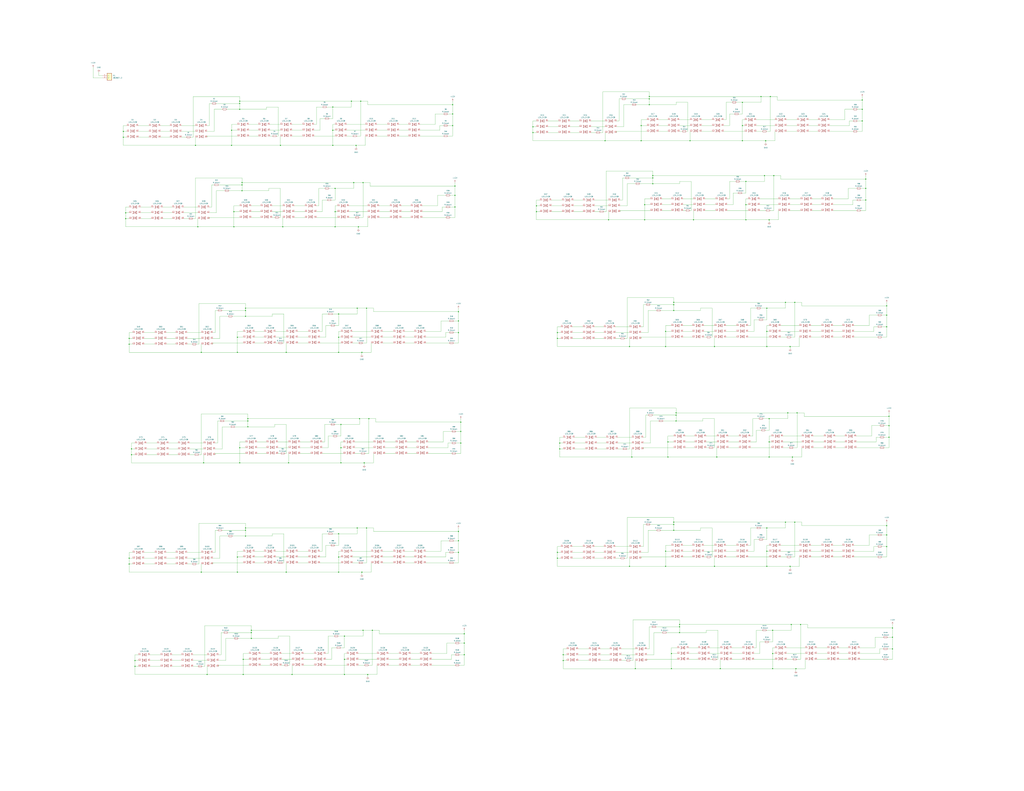
<source format=kicad_sch>
(kicad_sch (version 20250114) (generator "eeschema") (generator_version "9.0")
  (paper "E")
  (junction (at 867.41 570.23))
  (junction (at 687.07 378.46))
  (junction (at 363.22 142.24))
  (junction (at 735.33 339.09))
  (junction (at 274.32 688.34))
  (junction (at 970.28 454.66))
  (junction (at 779.78 378.46))
  (junction (at 215.9 247.65))
  (junction (at 219.71 384.81))
  (junction (at 941.07 119.38))
  (junction (at 726.44 601.98))
  (junction (at 494.03 137.16))
  (junction (at 222.25 505.46))
  (junction (at 728.98 482.6))
  (junction (at 372.11 488.95))
  (junction (at 264.16 199.39))
  (junction (at 741.68 684.53))
  (junction (at 312.42 384.81))
  (junction (at 386.08 199.39))
  (junction (at 502.92 483.87))
  (junction (at 365.76 205.74))
  (junction (at 735.33 572.77))
  (junction (at 967.74 584.2))
  (junction (at 726.44 361.95))
  (junction (at 270.51 457.2))
  (junction (at 219.71 624.84))
  (junction (at 400.05 336.55))
  (junction (at 226.06 736.6))
  (junction (at 737.87 459.74))
  (junction (at 369.57 384.81))
  (junction (at 843.28 713.74))
  (junction (at 314.96 505.46))
  (junction (at 664.21 240.03))
  (junction (at 660.4 153.67))
  (junction (at 779.78 618.49))
  (junction (at 839.47 457.2))
  (junction (at 267.97 345.44))
  (junction (at 844.55 191.77))
  (junction (at 974.09 708.66))
  (junction (at 839.47 482.6))
  (junction (at 265.43 720.09))
  (junction (at 393.7 110.49))
  (junction (at 274.32 697.23))
  (junction (at 836.93 601.98))
  (junction (at 494.03 114.3))
  (junction (at 835.66 153.67))
  (junction (at 496.57 213.36))
  (junction (at 369.57 342.9))
  (junction (at 732.79 730.25))
  (junction (at 585.47 231.14))
  (junction (at 375.92 694.69))
  (junction (at 365.76 247.65))
  (junction (at 712.47 200.66))
  (junction (at 708.66 107.95))
  (junction (at 699.77 137.16))
  (junction (at 396.24 688.34))
  (junction (at 500.38 603.25))
  (junction (at 134.62 143.51))
  (junction (at 506.73 702.31))
  (junction (at 259.08 384.81))
  (junction (at 689.61 499.11))
  (junction (at 810.26 137.16))
  (junction (at 506.73 715.01))
  (junction (at 143.51 496.57))
  (junction (at 500.38 580.39))
  (junction (at 608.33 369.57))
  (junction (at 708.66 105.41))
  (junction (at 372.11 463.55))
  (junction (at 735.33 570.23))
  (junction (at 369.57 582.93))
  (junction (at 786.13 730.25))
  (junction (at 836.93 336.55))
  (junction (at 391.16 247.65))
  (junction (at 732.79 713.74))
  (junction (at 814.07 198.12))
  (junction (at 839.47 240.03))
  (junction (at 369.57 624.84))
  (junction (at 843.28 688.34))
  (junction (at 782.32 499.11))
  (junction (at 614.68 721.36))
  (junction (at 857.25 570.23))
  (junction (at 967.74 596.9))
  (junction (at 737.87 450.85))
  (junction (at 267.97 339.09))
  (junction (at 261.62 110.49))
  (junction (at 699.77 153.67))
  (junction (at 967.74 344.17))
  (junction (at 270.51 466.09))
  (junction (at 267.97 585.47))
  (junction (at 267.97 336.55))
  (junction (at 389.89 336.55))
  (junction (at 735.33 579.12))
  (junction (at 388.62 158.75))
  (junction (at 839.47 499.11))
  (junction (at 308.61 247.65))
  (junction (at 944.88 218.44))
  (junction (at 941.07 109.22))
  (junction (at 143.51 490.22))
  (junction (at 735.33 332.74))
  (junction (at 255.27 231.14))
  (junction (at 496.57 226.06))
  (junction (at 836.93 361.95))
  (junction (at 369.57 368.3))
  (junction (at 693.42 730.25))
  (junction (at 581.66 144.78))
  (junction (at 814.07 223.52))
  (junction (at 252.73 142.24))
  (junction (at 369.57 608.33))
  (junction (at 137.16 232.41))
  (junction (at 741.68 690.88))
  (junction (at 500.38 590.55))
  (junction (at 581.66 138.43))
  (junction (at 137.16 238.76))
  (junction (at 363.22 116.84))
  (junction (at 365.76 231.14))
  (junction (at 147.32 727.71))
  (junction (at 862.33 618.49))
  (junction (at 383.54 110.49))
  (junction (at 402.59 457.2))
  (junction (at 944.88 195.58))
  (junction (at 502.92 471.17))
  (junction (at 140.97 369.57))
  (junction (at 862.33 378.46))
  (junction (at 859.79 450.85))
  (junction (at 140.97 609.6))
  (junction (at 608.33 603.25))
  (junction (at 944.88 205.74))
  (junction (at 614.68 715.01))
  (junction (at 394.97 384.81))
  (junction (at 392.43 457.2))
  (junction (at 375.92 736.6))
  (junction (at 726.44 618.49))
  (junction (at 735.33 330.2))
  (junction (at 970.28 477.52))
  (junction (at 261.62 113.03))
  (junction (at 712.47 194.31))
  (junction (at 270.51 459.74))
  (junction (at 255.27 247.65))
  (junction (at 265.43 736.6))
  (junction (at 312.42 624.84))
  (junction (at 869.95 450.85))
  (junction (at 967.74 334.01))
  (junction (at 974.09 695.96))
  (junction (at 372.11 505.46))
  (junction (at 500.38 340.36))
  (junction (at 610.87 483.87))
  (junction (at 857.25 330.2))
  (junction (at 396.24 199.39))
  (junction (at 830.58 105.41))
  (junction (at 863.6 681.99))
  (junction (at 756.92 240.03))
  (junction (at 737.87 453.39))
  (junction (at 264.16 208.28))
  (junction (at 140.97 375.92))
  (junction (at 500.38 363.22))
  (junction (at 261.62 488.95))
  (junction (at 134.62 149.86))
  (junction (at 840.74 105.41))
  (junction (at 843.28 730.25))
  (junction (at 267.97 579.12))
  (junction (at 318.77 736.6))
  (junction (at 259.08 608.33))
  (junction (at 401.32 736.6))
  (junction (at 834.39 191.77))
  (junction (at 810.26 153.67))
  (junction (at 867.41 330.2))
  (junction (at 703.58 223.52))
  (junction (at 610.87 490.22))
  (junction (at 261.62 119.38))
  (junction (at 708.66 114.3))
  (junction (at 496.57 203.2))
  (junction (at 728.98 499.11))
  (junction (at 140.97 615.95))
  (junction (at 502.92 461.01))
  (junction (at 267.97 576.58))
  (junction (at 406.4 688.34))
  (junction (at 687.07 618.49))
  (junction (at 868.68 730.25))
  (junction (at 967.74 356.87))
  (junction (at 873.76 681.99))
  (junction (at 585.47 224.79))
  (junction (at 726.44 378.46))
  (junction (at 941.07 132.08))
  (junction (at 967.74 574.04))
  (junction (at 261.62 505.46))
  (junction (at 506.73 692.15))
  (junction (at 500.38 350.52))
  (junction (at 810.26 111.76))
  (junction (at 836.93 378.46))
  (junction (at 864.87 499.11))
  (junction (at 974.09 685.8))
  (junction (at 306.07 158.75))
  (junction (at 264.16 201.93))
  (junction (at 703.58 240.03))
  (junction (at 494.03 124.46))
  (junction (at 753.11 153.67))
  (junction (at 394.97 624.84))
  (junction (at 389.89 576.58))
  (junction (at 252.73 158.75))
  (junction (at 397.51 505.46))
  (junction (at 259.08 624.84))
  (junction (at 147.32 721.36))
  (junction (at 741.68 681.99))
  (junction (at 814.07 240.03))
  (junction (at 836.93 618.49))
  (junction (at 363.22 158.75))
  (junction (at 259.08 368.3))
  (junction (at 970.28 464.82))
  (junction (at 836.93 576.58))
  (junction (at 274.32 690.88))
  (junction (at 375.92 720.09))
  (junction (at 608.33 363.22))
  (junction (at 213.36 158.75))
  (junction (at 400.05 576.58))
  (junction (at 712.47 191.77))
  (junction (at 608.33 609.6))
  (wire (pts (xy 361.95 720.09) (xy 355.6 720.09)))
  (wire (pts (xy 369.57 384.81) (xy 369.57 368.3)))
  (wire (pts (xy 610.87 483.87) (xy 610.87 490.22)))
  (wire (pts (xy 331.47 726.44) (xy 342.9 726.44)))
  (wire (pts (xy 774.7 707.39) (xy 786.13 707.39)))
  (wire (pts (xy 962.66 368.3) (xy 967.74 368.3)))
  (wire (pts (xy 354.33 482.6) (xy 351.79 482.6)))
  (wire (pts (xy 737.87 114.3) (xy 737.87 111.76)))
  (wire (pts (xy 391.16 713.74) (xy 411.48 713.74)))
  (wire (pts (xy 678.18 715.01) (xy 693.42 715.01)))
  (wire (pts (xy 699.77 596.9) (xy 702.31 596.9)))
  (wire (pts (xy 819.15 488.95) (xy 842.01 488.95)))
  (wire (pts (xy 407.67 336.55) (xy 400.05 336.55)))
  (wire (pts (xy 839.47 240.03) (xy 814.07 240.03)))
  (wire (pts (xy 441.96 368.3) (xy 452.12 368.3)))
  (wire (pts (xy 735.33 565.15) (xy 735.33 570.23)))
  (wire (pts (xy 483.87 137.16) (xy 480.06 137.16)))
  (wire (pts (xy 798.83 111.76) (xy 792.48 111.76)))
  (wire (pts (xy 495.3 363.22) (xy 500.38 363.22)))
  (wire (pts (xy 111.76 82.55) (xy 107.95 82.55)))
  (wire (pts (xy 204.47 369.57) (xy 219.71 369.57)))
  (wire (pts (xy 271.78 713.74) (xy 265.43 713.74)))
  (wire (pts (xy 347.98 224.79) (xy 345.44 224.79)))
  (wire (pts (xy 351.79 116.84) (xy 345.44 116.84)))
  (wire (pts (xy 862.33 229.87) (xy 873.76 229.87)))
  (wire (pts (xy 502.92 461.01) (xy 502.92 471.17)))
  (wire (pts (xy 387.35 482.6) (xy 407.67 482.6)))
  (wire (pts (xy 825.5 137.16) (xy 845.82 137.16)))
  (wire (pts (xy 721.36 339.09) (xy 735.33 339.09)))
  (wire (pts (xy 388.62 158.75) (xy 363.22 158.75)))
  (wire (pts (xy 394.97 384.81) (xy 394.97 387.35)))
  (wire (pts (xy 248.92 585.47) (xy 240.03 585.47)))
  (wire (pts (xy 308.61 237.49) (xy 308.61 247.65)))
  (wire (pts (xy 351.79 231.14) (xy 345.44 231.14)))
  (wire (pts (xy 486.41 226.06) (xy 482.6 226.06)))
  (wire (pts (xy 664.21 240.03) (xy 703.58 240.03)))
  (wire (pts (xy 915.67 720.09) (xy 925.83 720.09)))
  (wire (pts (xy 852.17 595.63) (xy 872.49 595.63)))
  (wire (pts (xy 187.96 715.01) (xy 198.12 715.01)))
  (wire (pts (xy 774.7 720.09) (xy 777.24 720.09)))
  (wire (pts (xy 140.97 603.25) (xy 140.97 609.6)))
  (wire (pts (xy 934.72 476.25) (xy 951.23 476.25)))
  (wire (pts (xy 496.57 226.06) (xy 496.57 213.36)))
  (wire (pts (xy 238.76 715.01) (xy 241.3 715.01)))
  (wire (pts (xy 825.5 688.34) (xy 825.5 707.39)))
  (wire (pts (xy 703.58 240.03) (xy 756.92 240.03)))
  (wire (pts (xy 386.08 199.39) (xy 396.24 199.39)))
  (wire (pts (xy 137.16 238.76) (xy 137.16 247.65)))
  (wire (pts (xy 246.38 721.36) (xy 238.76 721.36)))
  (wire (pts (xy 299.72 466.09) (xy 299.72 463.55)))
  (wire (pts (xy 858.52 143.51) (xy 869.95 143.51)))
  (wire (pts (xy 739.14 713.74) (xy 732.79 713.74)))
  (wire (pts (xy 435.61 148.59) (xy 445.77 148.59)))
  (wire (pts (xy 375.92 713.74) (xy 375.92 720.09)))
  (wire (pts (xy 363.22 342.9) (xy 369.57 342.9)))
  (wire (pts (xy 792.48 361.95) (xy 803.91 361.95)))
  (wire (pts (xy 680.72 114.3) (xy 680.72 138.43)))
  (wire (pts (xy 267.97 482.6) (xy 261.62 482.6)))
  (wire (pts (xy 707.39 453.39) (xy 704.85 453.39)))
  (wire (pts (xy 796.29 124.46) (xy 796.29 137.16)))
  (wire (pts (xy 631.19 721.36) (xy 642.62 721.36)))
  (wire (pts (xy 325.12 601.98) (xy 336.55 601.98)))
  (wire (pts (xy 941.07 105.41) (xy 941.07 109.22)))
  (wire (pts (xy 414.02 692.15) (xy 414.02 688.34)))
  (wire (pts (xy 608.33 378.46) (xy 687.07 378.46)))
  (wire (pts (xy 836.93 143.51) (xy 840.74 143.51)))
  (wire (pts (xy 648.97 609.6) (xy 659.13 609.6)))
  (wire (pts (xy 491.49 237.49) (xy 496.57 237.49)))
  (wire (pts (xy 833.12 349.25) (xy 836.93 349.25)))
  (wire (pts (xy 414.02 237.49) (xy 425.45 237.49)))
  (wire (pts (xy 384.81 601.98) (xy 405.13 601.98)))
  (wire (pts (xy 140.97 375.92) (xy 144.78 375.92)))
  (wire (pts (xy 501.65 726.44) (xy 506.73 726.44)))
  (wire (pts (xy 349.25 374.65) (xy 372.11 374.65)))
  (wire (pts (xy 467.36 482.6) (xy 483.87 482.6)))
  (wire (pts (xy 290.83 119.38) (xy 290.83 116.84)))
  (wire (pts (xy 648.97 231.14) (xy 654.05 231.14)))
  (wire (pts (xy 687.07 609.6) (xy 687.07 618.49)))
  (wire (pts (xy 255.27 247.65) (xy 308.61 247.65)))
  (wire (pts (xy 645.16 132.08) (xy 660.4 132.08)))
  (wire (pts (xy 825.5 482.6) (xy 819.15 482.6)))
  (wire (pts (xy 365.76 463.55) (xy 372.11 463.55)))
  (wire (pts (xy 707.39 579.12) (xy 707.39 603.25)))
  (wire (pts (xy 137.16 232.41) (xy 137.16 238.76)))
  (wire (pts (xy 318.77 148.59) (xy 330.2 148.59)))
  (wire (pts (xy 768.35 368.3) (xy 770.89 368.3)))
  (wire (pts (xy 875.03 570.23) (xy 867.41 570.23)))
  (wire (pts (xy 852.17 191.77) (xy 844.55 191.77)))
  (wire (pts (xy 396.24 374.65) (xy 400.05 374.65)))
  (wire (pts (xy 935.99 119.38) (xy 941.07 119.38)))
  (wire (pts (xy 384.81 614.68) (xy 391.16 614.68)))
  (wire (pts (xy 741.68 143.51) (xy 744.22 143.51)))
  (wire (pts (xy 859.79 450.85) (xy 869.95 450.85)))
  (wire (pts (xy 228.6 113.03) (xy 228.6 137.16)))
  (wire (pts (xy 836.93 355.6) (xy 836.93 361.95)))
  (wire (pts (xy 151.13 715.01) (xy 147.32 715.01)))
  (wire (pts (xy 769.62 217.17) (xy 781.05 217.17)))
  (wire (pts (xy 764.54 336.55) (xy 777.24 336.55)))
  (wire (pts (xy 143.51 496.57) (xy 143.51 505.46)))
  (wire (pts (xy 948.69 344.17) (xy 957.58 344.17)))
  (wire (pts (xy 198.12 143.51) (xy 213.36 143.51)))
  (wire (pts (xy 810.26 124.46) (xy 810.26 111.76)))
  (wire (pts (xy 905.51 143.51) (xy 930.91 143.51)))
  (wire (pts (xy 360.68 463.55) (xy 354.33 463.55)))
  (wire (pts (xy 814.07 217.17) (xy 814.07 223.52)))
  (wire (pts (xy 358.14 713.74) (xy 355.6 713.74)))
  (wire (pts (xy 702.31 572.77) (xy 702.31 596.9)))
  (wire (pts (xy 358.14 694.69) (xy 358.14 713.74)))
  (wire (pts (xy 655.32 144.78) (xy 657.86 144.78)))
  (wire (pts (xy 970.28 454.66) (xy 877.57 454.66)))
  (wire (pts (xy 748.03 488.95) (xy 758.19 488.95)))
  (wire (pts (xy 407.67 340.36) (xy 407.67 336.55)))
  (wire (pts (xy 754.38 229.87) (xy 754.38 198.12)))
  (wire (pts (xy 614.68 715.01) (xy 618.49 715.01)))
  (wire (pts (xy 941.07 132.08) (xy 941.07 119.38)))
  (wire (pts (xy 767.08 457.2) (xy 779.78 457.2)))
  (wire (pts (xy 424.18 726.44) (xy 435.61 726.44)))
  (wire (pts (xy 732.79 361.95) (xy 726.44 361.95)))
  (wire (pts (xy 627.38 490.22) (xy 638.81 490.22)))
  (wire (pts (xy 812.8 130.81) (xy 810.26 130.81)))
  (wire (pts (xy 822.96 361.95) (xy 816.61 361.95)))
  (wire (pts (xy 351.79 361.95) (xy 349.25 361.95)))
  (wire (pts (xy 278.13 614.68) (xy 288.29 614.68)))
  (wire (pts (xy 915.67 707.39) (xy 925.83 707.39)))
  (wire (pts (xy 351.79 218.44) (xy 351.79 231.14)))
  (wire (pts (xy 381 224.79) (xy 401.32 224.79)))
  (wire (pts (xy 448.31 720.09) (xy 458.47 720.09)))
  (wire (pts (xy 496.57 237.49) (xy 496.57 226.06)))
  (wire (pts (xy 369.57 601.98) (xy 369.57 608.33)))
  (wire (pts (xy 834.39 191.77) (xy 712.47 191.77)))
  (wire (pts (xy 843.28 713.74) (xy 845.82 713.74)))
  (wire (pts (xy 970.28 454.66) (xy 970.28 464.82)))
  (wire (pts (xy 147.32 715.01) (xy 147.32 721.36)))
  (wire (pts (xy 369.57 624.84) (xy 369.57 608.33)))
  (wire (pts (xy 214.63 615.95) (xy 217.17 615.95)))
  (wire (pts (xy 962.66 584.2) (xy 967.74 584.2)))
  (wire (pts (xy 397.51 505.46) (xy 372.11 505.46)))
  (wire (pts (xy 716.28 339.09) (xy 707.39 339.09)))
  (wire (pts (xy 500.38 374.65) (xy 500.38 363.22)))
  (wire (pts (xy 863.6 688.34) (xy 863.6 681.99)))
  (wire (pts (xy 303.53 697.23) (xy 303.53 694.69)))
  (wire (pts (xy 857.25 570.23) (xy 867.41 570.23)))
  (wire (pts (xy 693.42 721.36) (xy 693.42 730.25)))
  (wire (pts (xy 748.03 476.25) (xy 758.19 476.25)))
  (wire (pts (xy 726.44 618.49) (xy 779.78 618.49)))
  (wire (pts (xy 243.84 690.88) (xy 241.3 690.88)))
  (wire (pts (xy 384.81 374.65) (xy 391.16 374.65)))
  (wire (pts (xy 458.47 135.89) (xy 474.98 135.89)))
  (wire (pts (xy 585.47 231.14) (xy 589.28 231.14)))
  (wire (pts (xy 741.68 690.88) (xy 770.89 690.88)))
  (wire (pts (xy 407.67 495.3) (xy 407.67 505.46)))
  (wire (pts (xy 267.97 345.44) (xy 297.18 345.44)))
  (wire (pts (xy 909.32 368.3) (xy 919.48 368.3)))
  (wire (pts (xy 444.5 488.95) (xy 454.66 488.95)))
  (wire (pts (xy 157.48 363.22) (xy 168.91 363.22)))
  (wire (pts (xy 779.78 378.46) (xy 836.93 378.46)))
  (wire (pts (xy 706.12 130.81) (xy 699.77 130.81)))
  (wire (pts (xy 309.88 374.65) (xy 309.88 342.9)))
  (wire (pts (xy 836.93 595.63) (xy 836.93 601.98)))
  (wire (pts (xy 828.04 589.28) (xy 822.96 589.28)))
  (wire (pts (xy 378.46 148.59) (xy 384.81 148.59)))
  (wire (pts (xy 825.5 143.51) (xy 831.85 143.51)))
  (wire (pts (xy 753.11 153.67) (xy 810.26 153.67)))
  (wire (pts (xy 814.07 210.82) (xy 814.07 198.12)))
  (wire (pts (xy 756.92 240.03) (xy 814.07 240.03)))
  (wire (pts (xy 953.77 596.9) (xy 953.77 601.98)))
  (wire (pts (xy 944.88 195.58) (xy 944.88 205.74)))
  (wire (pts (xy 441.96 614.68) (xy 452.12 614.68)))
  (wire (pts (xy 944.88 229.87) (xy 944.88 218.44)))
  (wire (pts (xy 392.43 237.49) (xy 396.24 237.49)))
  (wire (pts (xy 318.77 135.89) (xy 330.2 135.89)))
  (wire (pts (xy 830.58 105.41) (xy 840.74 105.41)))
  (wire (pts (xy 477.52 213.36) (xy 486.41 213.36)))
  (wire (pts (xy 265.43 361.95) (xy 259.08 361.95)))
  (wire (pts (xy 741.68 681.99) (xy 741.68 684.53)))
  (wire (pts (xy 673.1 143.51) (xy 706.12 143.51)))
  (wire (pts (xy 711.2 684.53) (xy 708.66 684.53)))
  (wire (pts (xy 365.76 231.14) (xy 368.3 231.14)))
  (wire (pts (xy 782.32 488.95) (xy 782.32 499.11)))
  (wire (pts (xy 375.92 720.09) (xy 378.46 720.09)))
  (wire (pts (xy 491.49 226.06) (xy 496.57 226.06)))
  (wire (pts (xy 830.58 336.55) (xy 836.93 336.55)))
  (wire (pts (xy 699.77 153.67) (xy 753.11 153.67)))
  (wire (pts (xy 500.38 603.25) (xy 500.38 590.55)))
  (wire (pts (xy 830.58 105.41) (xy 708.66 105.41)))
  (wire (pts (xy 441.96 361.95) (xy 452.12 361.95)))
  (wire (pts (xy 181.61 615.95) (xy 191.77 615.95)))
  (wire (pts (xy 259.08 135.89) (xy 252.73 135.89)))
  (wire (pts (xy 648.97 363.22) (xy 659.13 363.22)))
  (wire (pts (xy 312.42 624.84) (xy 369.57 624.84)))
  (wire (pts (xy 213.36 194.31) (xy 264.16 194.31)))
  (wire (pts (xy 506.73 688.34) (xy 506.73 692.15)))
  (wire (pts (xy 963.93 708.66) (xy 960.12 708.66)))
  (wire (pts (xy 825.5 707.39) (xy 822.96 707.39)))
  (wire (pts (xy 232.41 363.22) (xy 234.95 363.22)))
  (wire (pts (xy 678.18 107.95) (xy 675.64 107.95)))
  (wire (pts (xy 728.98 482.6) (xy 728.98 499.11)))
  (wire (pts (xy 234.95 579.12) (xy 234.95 603.25)))
  (wire (pts (xy 407.67 576.58) (xy 400.05 576.58)))
  (wire (pts (xy 843.28 730.25) (xy 843.28 713.74)))
  (wire (pts (xy 795.02 488.95) (xy 806.45 488.95)))
  (wire (pts (xy 210.82 727.71) (xy 215.9 727.71)))
  (wire (pts (xy 160.02 496.57) (xy 171.45 496.57)))
  (wire (pts (xy 374.65 482.6) (xy 372.11 482.6)))
  (wire (pts (xy 261.62 505.46) (xy 314.96 505.46)))
  (wire (pts (xy 834.39 191.77) (xy 844.55 191.77)))
  (wire (pts (xy 745.49 595.63) (xy 755.65 595.63)))
  (wire (pts (xy 878.84 730.25) (xy 868.68 730.25)))
  (wire (pts (xy 745.49 608.33) (xy 755.65 608.33)))
  (wire (pts (xy 674.37 483.87) (xy 689.61 483.87)))
  (wire (pts (xy 960.12 708.66) (xy 960.12 713.74)))
  (wire (pts (xy 140.97 624.84) (xy 219.71 624.84)))
  (wire (pts (xy 414.02 231.14) (xy 425.45 231.14)))
  (wire (pts (xy 858.52 713.74) (xy 878.84 713.74)))
  (wire (pts (xy 307.34 726.44) (xy 309.88 726.44)))
  (wire (pts (xy 614.68 721.36) (xy 618.49 721.36)))
  (wire (pts (xy 464.82 601.98) (xy 481.33 601.98)))
  (wire (pts (xy 891.54 707.39) (xy 902.97 707.39)))
  (wire (pts (xy 684.53 200.66) (xy 684.53 224.79)))
  (wire (pts (xy 240.03 609.6) (xy 232.41 609.6)))
  (wire (pts (xy 157.48 369.57) (xy 168.91 369.57)))
  (wire (pts (xy 381 231.14) (xy 401.32 231.14)))
  (wire (pts (xy 207.01 490.22) (xy 222.25 490.22)))
  (wire (pts (xy 355.6 355.6) (xy 355.6 368.3)))
  (wire (pts (xy 967.74 574.04) (xy 875.03 574.04)))
  (wire (pts (xy 911.86 482.6) (xy 922.02 482.6)))
  (wire (pts (xy 948.69 584.2) (xy 957.58 584.2)))
  (wire (pts (xy 864.87 499.11) (xy 864.87 501.65)))
  (wire (pts (xy 689.61 114.3) (xy 680.72 114.3)))
  (wire (pts (xy 309.88 614.68) (xy 309.88 582.93)))
  (wire (pts (xy 349.25 129.54) (xy 349.25 142.24)))
  (wire (pts (xy 306.07 237.49) (xy 306.07 205.74)))
  (wire (pts (xy 477.52 224.79) (xy 477.52 213.36)))
  (wire (pts (xy 911.86 488.95) (xy 922.02 488.95)))
  (wire (pts (xy 967.74 608.33) (xy 967.74 596.9)))
  (wire (pts (xy 461.01 224.79) (xy 477.52 224.79)))
  (wire (pts (xy 256.54 466.09) (xy 270.51 466.09)))
  (wire (pts (xy 495.3 350.52) (xy 500.38 350.52)))
  (wire (pts (xy 699.77 368.3) (xy 732.79 368.3)))
  (wire (pts (xy 775.97 608.33) (xy 777.24 608.33)))
  (wire (pts (xy 384.81 368.3) (xy 405.13 368.3)))
  (wire (pts (xy 134.62 149.86) (xy 138.43 149.86)))
  (wire (pts (xy 261.62 231.14) (xy 255.27 231.14)))
  (wire (pts (xy 265.43 608.33) (xy 259.08 608.33)))
  (wire (pts (xy 363.22 158.75) (xy 363.22 142.24)))
  (wire (pts (xy 925.83 205.74) (xy 934.72 205.74)))
  (wire (pts (xy 722.63 690.88) (xy 713.74 690.88)))
  (wire (pts (xy 825.5 469.9) (xy 825.5 482.6)))
  (wire (pts (xy 845.82 707.39) (xy 843.28 707.39)))
  (wire (pts (xy 372.11 361.95) (xy 369.57 361.95)))
  (wire (pts (xy 233.68 119.38) (xy 233.68 143.51)))
  (wire (pts (xy 294.64 148.59) (xy 297.18 148.59)))
  (wire (pts (xy 138.43 137.16) (xy 134.62 137.16)))
  (wire (pts (xy 819.15 336.55) (xy 819.15 355.6)))
  (wire (pts (xy 852.17 361.95) (xy 872.49 361.95)))
  (wire (pts (xy 877.57 454.66) (xy 877.57 450.85)))
  (wire (pts (xy 464.82 361.95) (xy 481.33 361.95)))
  (wire (pts (xy 848.36 105.41) (xy 840.74 105.41)))
  (wire (pts (xy 681.99 609.6) (xy 684.53 609.6)))
  (wire (pts (xy 854.71 488.95) (xy 861.06 488.95)))
  (wire (pts (xy 735.33 572.77) (xy 735.33 579.12)))
  (wire (pts (xy 830.58 111.76) (xy 830.58 105.41)))
  (wire (pts (xy 389.89 336.55) (xy 267.97 336.55)))
  (wire (pts (xy 261.62 482.6) (xy 261.62 488.95)))
  (wire (pts (xy 236.22 208.28) (xy 236.22 232.41)))
  (wire (pts (xy 706.12 708.66) (xy 708.66 708.66)))
  (wire (pts (xy 274.32 231.14) (xy 284.48 231.14)))
  (wire (pts (xy 396.24 237.49) (xy 396.24 199.39)))
  (wire (pts (xy 391.16 247.65) (xy 365.76 247.65)))
  (wire (pts (xy 500.38 614.68) (xy 500.38 603.25)))
  (wire (pts (xy 601.98 224.79) (xy 613.41 224.79)))
  (wire (pts (xy 474.98 124.46) (xy 483.87 124.46)))
  (wire (pts (xy 300.99 601.98) (xy 312.42 601.98)))
  (wire (pts (xy 713.74 690.88) (xy 713.74 715.01)))
  (wire (pts (xy 941.07 109.22) (xy 848.36 109.22)))
  (wire (pts (xy 673.1 132.08) (xy 675.64 132.08)))
  (wire (pts (xy 930.91 132.08) (xy 927.1 132.08)))
  (wire (pts (xy 885.19 368.3) (xy 896.62 368.3)))
  (wire (pts (xy 157.48 615.95) (xy 168.91 615.95)))
  (wire (pts (xy 325.12 368.3) (xy 336.55 368.3)))
  (wire (pts (xy 911.86 476.25) (xy 922.02 476.25)))
  (wire (pts (xy 389.89 576.58) (xy 267.97 576.58)))
  (wire (pts (xy 215.9 238.76) (xy 215.9 247.65)))
  (wire (pts (xy 294.64 135.89) (xy 306.07 135.89)))
  (wire (pts (xy 278.13 361.95) (xy 288.29 361.95)))
  (wire (pts (xy 935.99 132.08) (xy 941.07 132.08)))
  (wire (pts (xy 967.74 570.23) (xy 967.74 574.04)))
  (wire (pts (xy 786.13 720.09) (xy 786.13 730.25)))
  (wire (pts (xy 316.23 726.44) (xy 316.23 694.69)))
  (wire (pts (xy 768.35 601.98) (xy 779.78 601.98)))
  (wire (pts (xy 849.63 240.03) (xy 839.47 240.03)))
  (wire (pts (xy 101.6 85.09) (xy 101.6 73.66)))
  (wire (pts (xy 974.09 720.09) (xy 974.09 708.66)))
  (wire (pts (xy 735.33 330.2) (xy 735.33 332.74)))
  (wire (pts (xy 601.98 218.44) (xy 613.41 218.44)))
  (wire (pts (xy 581.66 138.43) (xy 581.66 144.78)))
  (wire (pts (xy 208.28 149.86) (xy 210.82 149.86)))
  (wire (pts (xy 866.14 488.95) (xy 869.95 488.95)))
  (wire (pts (xy 345.44 135.89) (xy 342.9 135.89)))
  (wire (pts (xy 297.18 237.49) (xy 299.72 237.49)))
  (wire (pts (xy 854.71 482.6) (xy 875.03 482.6)))
  (wire (pts (xy 728.98 476.25) (xy 728.98 482.6)))
  (wire (pts (xy 930.91 223.52) (xy 909.32 223.52)))
  (wire (pts (xy 400.05 614.68) (xy 400.05 576.58)))
  (wire (pts (xy 238.76 726.44) (xy 238.76 727.71)))
  (wire (pts (xy 134.62 158.75) (xy 213.36 158.75)))
  (wire (pts (xy 768.35 361.95) (xy 779.78 361.95)))
  (wire (pts (xy 386.08 205.74) (xy 386.08 199.39)))
  (wire (pts (xy 679.45 194.31) (xy 679.45 218.44)))
  (wire (pts (xy 610.87 490.22) (xy 610.87 499.11)))
  (wire (pts (xy 722.63 223.52) (xy 732.79 223.52)))
  (wire (pts (xy 836.93 361.95) (xy 839.47 361.95)))
  (wire (pts (xy 394.97 384.81) (xy 369.57 384.81)))
  (wire (pts (xy 228.6 237.49) (xy 261.62 237.49)))
  (wire (pts (xy 751.84 720.09) (xy 762 720.09)))
  (wire (pts (xy 246.38 697.23) (xy 246.38 721.36)))
  (wire (pts (xy 927.1 132.08) (xy 927.1 137.16)))
  (wire (pts (xy 398.78 158.75) (xy 388.62 158.75)))
  (wire (pts (xy 238.76 726.44) (xy 271.78 726.44)))
  (wire (pts (xy 181.61 609.6) (xy 191.77 609.6)))
  (wire (pts (xy 835.66 469.9) (xy 839.47 469.9)))
  (wire (pts (xy 689.61 499.11) (xy 728.98 499.11)))
  (wire (pts (xy 420.37 488.95) (xy 431.8 488.95)))
  (wire (pts (xy 401.32 247.65) (xy 391.16 247.65)))
  (wire (pts (xy 951.23 464.82) (xy 960.12 464.82)))
  (wire (pts (xy 935.99 143.51) (xy 941.07 143.51)))
  (wire (pts (xy 944.88 218.44) (xy 944.88 205.74)))
  (wire (pts (xy 810.26 130.81) (xy 810.26 137.16)))
  (wire (pts (xy 403.86 199.39) (xy 396.24 199.39)))
  (wire (pts (xy 718.82 137.16) (xy 728.98 137.16)))
  (wire (pts (xy 360.68 355.6) (xy 355.6 355.6)))
  (wire (pts (xy 831.85 688.34) (xy 825.5 688.34)))
  (wire (pts (xy 303.53 482.6) (xy 314.96 482.6)))
  (wire (pts (xy 938.53 707.39) (xy 955.04 707.39)))
  (wire (pts (xy 885.19 355.6) (xy 896.62 355.6)))
  (wire (pts (xy 372.11 707.39) (xy 375.92 707.39)))
  (wire (pts (xy 821.69 457.2) (xy 821.69 476.25)))
  (wire (pts (xy 581.66 144.78) (xy 585.47 144.78)))
  (wire (pts (xy 891.54 720.09) (xy 902.97 720.09)))
  (wire (pts (xy 732.79 355.6) (xy 726.44 355.6)))
  (wire (pts (xy 858.52 137.16) (xy 869.95 137.16)))
  (wire (pts (xy 261.62 224.79) (xy 255.27 224.79)))
  (wire (pts (xy 745.49 601.98) (xy 755.65 601.98)))
  (wire (pts (xy 351.79 582.93) (xy 351.79 601.98)))
  (wire (pts (xy 842.01 476.25) (xy 839.47 476.25)))
  (wire (pts (xy 411.48 736.6) (xy 401.32 736.6)))
  (wire (pts (xy 406.4 726.44) (xy 406.4 688.34)))
  (wire (pts (xy 674.37 477.52) (xy 689.61 477.52)))
  (wire (pts (xy 741.68 198.12) (xy 754.38 198.12)))
  (wire (pts (xy 143.51 505.46) (xy 222.25 505.46)))
  (wire (pts (xy 974.09 708.66) (xy 974.09 695.96)))
  (wire (pts (xy 163.83 727.71) (xy 175.26 727.71)))
  (wire (pts (xy 612.14 356.87) (xy 608.33 356.87)))
  (wire (pts (xy 226.06 148.59) (xy 259.08 148.59)))
  (wire (pts (xy 363.22 142.24) (xy 365.76 142.24)))
  (wire (pts (xy 410.21 457.2) (xy 402.59 457.2)))
  (wire (pts (xy 779.78 368.3) (xy 779.78 378.46)))
  (wire (pts (xy 589.28 218.44) (xy 585.47 218.44)))
  (wire (pts (xy 951.23 476.25) (xy 951.23 464.82)))
  (wire (pts (xy 722.63 217.17) (xy 732.79 217.17)))
  (wire (pts (xy 242.57 490.22) (xy 234.95 490.22)))
  (wire (pts (xy 944.88 195.58) (xy 852.17 195.58)))
  (wire (pts (xy 471.17 726.44) (xy 496.57 726.44)))
  (wire (pts (xy 955.04 707.39) (xy 955.04 695.96)))
  (wire (pts (xy 795.02 482.6) (xy 806.45 482.6)))
  (wire (pts (xy 234.95 339.09) (xy 234.95 363.22)))
  (wire (pts (xy 355.6 368.3) (xy 349.25 368.3)))
  (wire (pts (xy 687.07 369.57) (xy 687.07 378.46)))
  (wire (pts (xy 751.84 707.39) (xy 762 707.39)))
  (wire (pts (xy 302.26 148.59) (xy 303.53 148.59)))
  (wire (pts (xy 835.66 153.67) (xy 835.66 156.21)))
  (wire (pts (xy 297.18 582.93) (xy 309.88 582.93)))
  (wire (pts (xy 887.73 476.25) (xy 899.16 476.25)))
  (wire (pts (xy 233.68 143.51) (xy 226.06 143.51)))
  (wire (pts (xy 278.13 368.3) (xy 288.29 368.3)))
  (wire (pts (xy 836.93 349.25) (xy 836.93 336.55)))
  (wire (pts (xy 769.62 223.52) (xy 781.05 223.52)))
  (wire (pts (xy 786.13 730.25) (xy 843.28 730.25)))
  (wire (pts (xy 821.69 476.25) (xy 819.15 476.25)))
  (wire (pts (xy 676.91 229.87) (xy 676.91 231.14)))
  (wire (pts (xy 748.03 482.6) (xy 758.19 482.6)))
  (wire (pts (xy 232.41 603.25) (xy 234.95 603.25)))
  (wire (pts (xy 267.97 571.5) (xy 267.97 576.58)))
  (wire (pts (xy 927.1 137.16) (xy 905.51 137.16)))
  (wire (pts (xy 626.11 231.14) (xy 636.27 231.14)))
  (wire (pts (xy 306.07 158.75) (xy 363.22 158.75)))
  (wire (pts (xy 585.47 240.03) (xy 664.21 240.03)))
  (wire (pts (xy 680.72 138.43) (xy 673.1 138.43)))
  (wire (pts (xy 140.97 375.92) (xy 140.97 384.81)))
  (wire (pts (xy 486.41 608.33) (xy 464.82 608.33)))
  (wire (pts (xy 932.18 368.3) (xy 957.58 368.3)))
  (wire (pts (xy 967.74 596.9) (xy 967.74 584.2)))
  (wire (pts (xy 441.96 601.98) (xy 452.12 601.98)))
  (wire (pts (xy 254 585.47) (xy 267.97 585.47)))
  (wire (pts (xy 506.73 692.15) (xy 506.73 702.31)))
  (wire (pts (xy 232.41 374.65) (xy 265.43 374.65)))
  (wire (pts (xy 673.1 143.51) (xy 673.1 144.78)))
  (wire (pts (xy 495.3 590.55) (xy 500.38 590.55)))
  (wire (pts (xy 974.09 681.99) (xy 974.09 685.8)))
  (wire (pts (xy 852.17 608.33) (xy 858.52 608.33)))
  (wire (pts (xy 881.38 685.8) (xy 881.38 681.99)))
  (wire (pts (xy 735.33 570.23) (xy 735.33 572.77)))
  (wire (pts (xy 585.47 231.14) (xy 585.47 240.03)))
  (wire (pts (xy 363.22 476.25) (xy 358.14 476.25)))
  (wire (pts (xy 398.78 148.59) (xy 398.78 158.75)))
  (wire (pts (xy 807.72 198.12) (xy 814.07 198.12)))
  (wire (pts (xy 458.47 148.59) (xy 483.87 148.59)))
  (wire (pts (xy 798.83 713.74) (xy 810.26 713.74)))
  (wire (pts (xy 236.22 232.41) (xy 228.6 232.41)))
  (wire (pts (xy 255.27 231.14) (xy 255.27 247.65)))
  (wire (pts (xy 867.41 368.3) (xy 867.41 330.2)))
  (wire (pts (xy 494.03 114.3) (xy 494.03 124.46)))
  (wire (pts (xy 709.93 459.74) (xy 709.93 483.87)))
  (wire (pts (xy 241.3 690.88) (xy 241.3 715.01)))
  (wire (pts (xy 648.97 596.9) (xy 659.13 596.9)))
  (wire (pts (xy 480.06 137.16) (xy 480.06 142.24)))
  (wire (pts (xy 219.71 615.95) (xy 219.71 624.84)))
  (wire (pts (xy 948.69 595.63) (xy 948.69 584.2)))
  (wire (pts (xy 671.83 603.25) (xy 687.07 603.25)))
  (wire (pts (xy 369.57 342.9) (xy 389.89 342.9)))
  (wire (pts (xy 497.84 471.17) (xy 502.92 471.17)))
  (wire (pts (xy 932.18 608.33) (xy 957.58 608.33)))
  (wire (pts (xy 495.3 374.65) (xy 500.38 374.65)))
  (wire (pts (xy 238.76 201.93) (xy 264.16 201.93)))
  (wire (pts (xy 297.18 224.79) (xy 308.61 224.79)))
  (wire (pts (xy 822.96 589.28) (xy 822.96 601.98)))
  (wire (pts (xy 735.33 476.25) (xy 728.98 476.25)))
  (wire (pts (xy 420.37 495.3) (xy 431.8 495.3)))
  (wire (pts (xy 732.79 595.63) (xy 726.44 595.63)))
  (wire (pts (xy 405.13 614.68) (xy 405.13 624.84)))
  (wire (pts (xy 909.32 229.87) (xy 934.72 229.87)))
  (wire (pts (xy 267.97 579.12) (xy 267.97 585.47)))
  (wire (pts (xy 480.06 142.24) (xy 458.47 142.24)))
  (wire (pts (xy 741.68 684.53) (xy 741.68 690.88)))
  (wire (pts (xy 708.66 107.95) (xy 708.66 114.3)))
  (wire (pts (xy 834.39 701.04) (xy 829.31 701.04)))
  (wire (pts (xy 909.32 601.98) (xy 919.48 601.98)))
  (wire (pts (xy 303.53 495.3) (xy 306.07 495.3)))
  (wire (pts (xy 153.67 238.76) (xy 165.1 238.76)))
  (wire (pts (xy 930.91 218.44) (xy 930.91 223.52)))
  (wire (pts (xy 622.3 132.08) (xy 632.46 132.08)))
  (wire (pts (xy 375.92 694.69) (xy 396.24 694.69)))
  (wire (pts (xy 792.48 608.33) (xy 803.91 608.33)))
  (wire (pts (xy 687.07 618.49) (xy 726.44 618.49)))
  (wire (pts (xy 177.8 226.06) (xy 187.96 226.06)))
  (wire (pts (xy 684.53 369.57) (xy 684.53 325.12)))
  (wire (pts (xy 687.07 445.77) (xy 737.87 445.77)))
  (wire (pts (xy 805.18 210.82) (xy 800.1 210.82)))
  (wire (pts (xy 703.58 217.17) (xy 703.58 223.52)))
  (wire (pts (xy 614.68 708.66) (xy 614.68 715.01)))
  (wire (pts (xy 137.16 232.41) (xy 140.97 232.41)))
  (wire (pts (xy 219.71 496.57) (xy 219.71 452.12)))
  (wire (pts (xy 965.2 464.82) (xy 970.28 464.82)))
  (wire (pts (xy 828.04 457.2) (xy 821.69 457.2)))
  (wire (pts (xy 878.84 720.09) (xy 878.84 730.25)))
  (wire (pts (xy 875.03 334.01) (xy 875.03 330.2)))
  (wire (pts (xy 941.07 143.51) (xy 941.07 132.08)))
  (wire (pts (xy 278.13 608.33) (xy 288.29 608.33)))
  (wire (pts (xy 819.15 595.63) (xy 816.61 595.63)))
  (wire (pts (xy 274.32 690.88) (xy 274.32 697.23)))
  (wire (pts (xy 401.32 237.49) (xy 401.32 247.65)))
  (wire (pts (xy 369.57 694.69) (xy 375.92 694.69)))
  (wire (pts (xy 801.37 124.46) (xy 796.29 124.46)))
  (wire (pts (xy 349.25 142.24) (xy 342.9 142.24)))
  (wire (pts (xy 356.87 116.84) (xy 363.22 116.84)))
  (wire (pts (xy 213.36 149.86) (xy 213.36 158.75)))
  (wire (pts (xy 207.01 496.57) (xy 212.09 496.57)))
  (wire (pts (xy 181.61 363.22) (xy 191.77 363.22)))
  (wire (pts (xy 608.33 369.57) (xy 608.33 378.46)))
  (wire (pts (xy 248.92 690.88) (xy 274.32 690.88)))
  (wire (pts (xy 237.49 459.74) (xy 237.49 483.87)))
  (wire (pts (xy 187.96 721.36) (xy 198.12 721.36)))
  (wire (pts (xy 378.46 135.89) (xy 398.78 135.89)))
  (wire (pts (xy 506.73 715.01) (xy 506.73 702.31)))
  (wire (pts (xy 137.16 238.76) (xy 140.97 238.76)))
  (wire (pts (xy 764.54 339.09) (xy 764.54 336.55)))
  (wire (pts (xy 368.3 476.25) (xy 372.11 476.25)))
  (wire (pts (xy 659.13 231.14) (xy 661.67 231.14)))
  (wire (pts (xy 494.03 137.16) (xy 494.03 124.46)))
  (wire (pts (xy 822.96 601.98) (xy 816.61 601.98)))
  (wire (pts (xy 363.22 135.89) (xy 363.22 142.24)))
  (wire (pts (xy 259.08 142.24) (xy 252.73 142.24)))
  (wire (pts (xy 226.06 148.59) (xy 226.06 149.86)))
  (wire (pts (xy 712.47 191.77) (xy 712.47 194.31)))
  (wire (pts (xy 137.16 226.06) (xy 137.16 232.41)))
  (wire (pts (xy 671.83 363.22) (xy 687.07 363.22)))
  (wire (pts (xy 810.26 153.67) (xy 810.26 137.16)))
  (wire (pts (xy 756.92 229.87) (xy 756.92 240.03)))
  (wire (pts (xy 775.97 368.3) (xy 777.24 368.3)))
  (wire (pts (xy 318.77 142.24) (xy 330.2 142.24)))
  (wire (pts (xy 369.57 355.6) (xy 369.57 342.9)))
  (wire (pts (xy 726.44 595.63) (xy 726.44 601.98)))
  (wire (pts (xy 300.99 368.3) (xy 312.42 368.3)))
  (wire (pts (xy 284.48 713.74) (xy 294.64 713.74)))
  (wire (pts (xy 869.95 488.95) (xy 869.95 450.85)))
  (wire (pts (xy 226.06 736.6) (xy 265.43 736.6)))
  (wire (pts (xy 500.38 340.36) (xy 407.67 340.36)))
  (wire (pts (xy 392.43 457.2) (xy 270.51 457.2)))
  (wire (pts (xy 745.49 368.3) (xy 755.65 368.3)))
  (wire (pts (xy 496.57 715.01) (xy 492.76 715.01)))
  (wire (pts (xy 825.5 576.58) (xy 819.15 576.58)))
  (wire (pts (xy 387.35 495.3) (xy 393.7 495.3)))
  (wire (pts (xy 833.12 589.28) (xy 836.93 589.28)))
  (wire (pts (xy 839.47 476.25) (xy 839.47 482.6)))
  (wire (pts (xy 488.95 483.87) (xy 488.95 488.95)))
  (wire (pts (xy 506.73 692.15) (xy 414.02 692.15)))
  (wire (pts (xy 814.07 198.12) (xy 834.39 198.12)))
  (wire (pts (xy 147.32 721.36) (xy 151.13 721.36)))
  (wire (pts (xy 939.8 218.44) (xy 944.88 218.44)))
  (wire (pts (xy 250.19 208.28) (xy 264.16 208.28)))
  (wire (pts (xy 417.83 601.98) (xy 429.26 601.98)))
  (wire (pts (xy 213.36 158.75) (xy 252.73 158.75)))
  (wire (pts (xy 690.88 721.36) (xy 690.88 676.91)))
  (wire (pts (xy 487.68 713.74) (xy 487.68 702.31)))
  (wire (pts (xy 863.6 681.99) (xy 873.76 681.99)))
  (wire (pts (xy 655.32 715.01) (xy 665.48 715.01)))
  (wire (pts (xy 147.32 727.71) (xy 151.13 727.71)))
  (wire (pts (xy 303.53 148.59) (xy 303.53 116.84)))
  (wire (pts (xy 481.33 601.98) (xy 481.33 590.55)))
  (wire (pts (xy 753.11 229.87) (xy 754.38 229.87)))
  (wire (pts (xy 830.58 469.9) (xy 825.5 469.9)))
  (wire (pts (xy 909.32 595.63) (xy 919.48 595.63)))
  (wire (pts (xy 394.97 624.84) (xy 369.57 624.84)))
  (wire (pts (xy 852.17 355.6) (xy 872.49 355.6)))
  (wire (pts (xy 290.83 116.84) (xy 303.53 116.84)))
  (wire (pts (xy 782.32 720.09) (xy 783.59 720.09)))
  (wire (pts (xy 394.97 624.84) (xy 394.97 627.38)))
  (wire (pts (xy 612.14 596.9) (xy 608.33 596.9)))
  (wire (pts (xy 359.41 129.54) (xy 363.22 129.54)))
  (wire (pts (xy 307.34 720.09) (xy 318.77 720.09)))
  (wire (pts (xy 922.02 119.38) (xy 930.91 119.38)))
  (wire (pts (xy 651.51 477.52) (xy 661.67 477.52)))
  (wire (pts (xy 325.12 374.65) (xy 336.55 374.65)))
  (wire (pts (xy 254 345.44) (xy 267.97 345.44)))
  (wire (pts (xy 360.68 595.63) (xy 355.6 595.63)))
  (wire (pts (xy 240.03 345.44) (xy 240.03 369.57)))
  (wire (pts (xy 495.3 603.25) (xy 500.38 603.25)))
  (wire (pts (xy 228.6 237.49) (xy 228.6 238.76)))
  (wire (pts (xy 391.16 726.44) (xy 397.51 726.44)))
  (wire (pts (xy 839.47 701.04) (xy 843.28 701.04)))
  (wire (pts (xy 618.49 708.66) (xy 614.68 708.66)))
  (wire (pts (xy 389.89 576.58) (xy 400.05 576.58)))
  (wire (pts (xy 365.76 247.65) (xy 365.76 231.14)))
  (wire (pts (xy 157.48 375.92) (xy 168.91 375.92)))
  (wire (pts (xy 765.81 137.16) (xy 777.24 137.16)))
  (wire (pts (xy 259.08 384.81) (xy 312.42 384.81)))
  (wire (pts (xy 355.6 595.63) (xy 355.6 608.33)))
  (wire (pts (xy 143.51 496.57) (xy 147.32 496.57)))
  (wire (pts (xy 839.47 457.2) (xy 859.79 457.2)))
  (wire (pts (xy 699.77 356.87) (xy 702.31 356.87)))
  (wire (pts (xy 464.82 614.68) (xy 490.22 614.68)))
  (wire (pts (xy 868.68 730.25) (xy 843.28 730.25)))
  (wire (pts (xy 857.25 330.2) (xy 867.41 330.2)))
  (wire (pts (xy 261.62 110.49) (xy 261.62 113.03)))
  (wire (pts (xy 704.85 572.77) (xy 702.31 572.77)))
  (wire (pts (xy 242.57 579.12) (xy 267.97 579.12)))
  (wire (pts (xy 699.77 608.33) (xy 699.77 609.6)))
  (wire (pts (xy 735.33 325.12) (xy 735.33 330.2)))
  (wire (pts (xy 236.22 113.03) (xy 261.62 113.03)))
  (wire (pts (xy 713.74 715.01) (xy 706.12 715.01)))
  (wire (pts (xy 488.95 137.16) (xy 494.03 137.16)))
  (wire (pts (xy 391.16 720.09) (xy 411.48 720.09)))
  (wire (pts (xy 745.49 361.95) (xy 755.65 361.95)))
  (wire (pts (xy 222.25 496.57) (xy 222.25 505.46)))
  (wire (pts (xy 247.65 119.38) (xy 261.62 119.38)))
  (wire (pts (xy 816.61 217.17) (xy 814.07 217.17)))
  (wire (pts (xy 852.17 601.98) (xy 872.49 601.98)))
  (wire (pts (xy 708.66 100.33) (xy 708.66 105.41)))
  (wire (pts (xy 359.41 205.74) (xy 365.76 205.74)))
  (wire (pts (xy 624.84 596.9) (xy 636.27 596.9)))
  (wire (pts (xy 974.09 685.8) (xy 974.09 695.96)))
  (wire (pts (xy 175.26 143.51) (xy 185.42 143.51)))
  (wire (pts (xy 840.74 229.87) (xy 844.55 229.87)))
  (wire (pts (xy 671.83 609.6) (xy 676.91 609.6)))
  (wire (pts (xy 234.95 495.3) (xy 234.95 496.57)))
  (wire (pts (xy 411.48 135.89) (xy 422.91 135.89)))
  (wire (pts (xy 486.41 368.3) (xy 464.82 368.3)))
  (wire (pts (xy 712.47 194.31) (xy 712.47 200.66)))
  (wire (pts (xy 502.92 483.87) (xy 502.92 471.17)))
  (wire (pts (xy 387.35 488.95) (xy 407.67 488.95)))
  (wire (pts (xy 960.12 713.74) (xy 938.53 713.74)))
  (wire (pts (xy 140.97 615.95) (xy 140.97 624.84)))
  (wire (pts (xy 140.97 609.6) (xy 144.78 609.6)))
  (wire (pts (xy 678.18 708.66) (xy 693.42 708.66)))
  (wire (pts (xy 737.87 445.77) (xy 737.87 450.85)))
  (wire (pts (xy 676.91 229.87) (xy 709.93 229.87)))
  (wire (pts (xy 967.74 330.2) (xy 967.74 334.01)))
  (wire (pts (xy 631.19 715.01) (xy 642.62 715.01)))
  (wire (pts (xy 501.65 715.01) (xy 506.73 715.01)))
  (wire (pts (xy 745.49 355.6) (xy 755.65 355.6)))
  (wire (pts (xy 267.97 331.47) (xy 267.97 336.55)))
  (wire (pts (xy 397.51 505.46) (xy 397.51 508)))
  (wire (pts (xy 481.33 350.52) (xy 490.22 350.52)))
  (wire (pts (xy 147.32 483.87) (xy 143.51 483.87)))
  (wire (pts (xy 401.32 110.49) (xy 393.7 110.49)))
  (wire (pts (xy 706.12 137.16) (xy 699.77 137.16)))
  (wire (pts (xy 383.54 110.49) (xy 393.7 110.49)))
  (wire (pts (xy 598.17 144.78) (xy 609.6 144.78)))
  (wire (pts (xy 147.32 727.71) (xy 147.32 736.6)))
  (wire (pts (xy 372.11 482.6) (xy 372.11 488.95)))
  (wire (pts (xy 274.32 237.49) (xy 284.48 237.49)))
  (wire (pts (xy 698.5 200.66) (xy 712.47 200.66)))
  (wire (pts (xy 153.67 232.41) (xy 165.1 232.41)))
  (wire (pts (xy 200.66 238.76) (xy 205.74 238.76)))
  (wire (pts (xy 327.66 488.95) (xy 339.09 488.95)))
  (wire (pts (xy 294.64 142.24) (xy 306.07 142.24)))
  (wire (pts (xy 873.76 720.09) (xy 873.76 681.99)))
  (wire (pts (xy 496.57 199.39) (xy 496.57 203.2)))
  (wire (pts (xy 585.47 224.79) (xy 585.47 231.14)))
  (wire (pts (xy 822.96 349.25) (xy 822.96 361.95)))
  (wire (pts (xy 664.21 231.14) (xy 664.21 240.03)))
  (wire (pts (xy 681.99 369.57) (xy 684.53 369.57)))
  (wire (pts (xy 814.07 240.03) (xy 814.07 223.52)))
  (wire (pts (xy 885.19 608.33) (xy 896.62 608.33)))
  (wire (pts (xy 151.13 149.86) (xy 162.56 149.86)))
  (wire (pts (xy 774.7 713.74) (xy 786.13 713.74)))
  (wire (pts (xy 601.98 231.14) (xy 613.41 231.14)))
  (wire (pts (xy 267.97 339.09) (xy 267.97 345.44)))
  (wire (pts (xy 441.96 608.33) (xy 452.12 608.33)))
  (wire (pts (xy 461.01 237.49) (xy 486.41 237.49)))
  (wire (pts (xy 819.15 576.58) (xy 819.15 595.63)))
  (wire (pts (xy 969.01 695.96) (xy 974.09 695.96)))
  (wire (pts (xy 401.32 736.6) (xy 401.32 739.14)))
  (wire (pts (xy 361.95 218.44) (xy 365.76 218.44)))
  (wire (pts (xy 624.84 356.87) (xy 636.27 356.87)))
  (wire (pts (xy 829.31 713.74) (xy 822.96 713.74)))
  (wire (pts (xy 857.25 570.23) (xy 735.33 570.23)))
  (wire (pts (xy 645.16 138.43) (xy 660.4 138.43)))
  (wire (pts (xy 381 237.49) (xy 387.35 237.49)))
  (wire (pts (xy 140.97 363.22) (xy 140.97 369.57)))
  (wire (pts (xy 741.68 676.91) (xy 741.68 681.99)))
  (wire (pts (xy 347.98 205.74) (xy 347.98 224.79)))
  (wire (pts (xy 886.46 217.17) (xy 896.62 217.17)))
  (wire (pts (xy 143.51 490.22) (xy 143.51 496.57)))
  (wire (pts (xy 795.02 476.25) (xy 806.45 476.25)))
  (wire (pts (xy 651.51 483.87) (xy 661.67 483.87)))
  (wire (pts (xy 300.99 608.33) (xy 312.42 608.33)))
  (wire (pts (xy 962.66 596.9) (xy 967.74 596.9)))
  (wire (pts (xy 391.16 247.65) (xy 391.16 250.19)))
  (wire (pts (xy 938.53 720.09) (xy 963.93 720.09)))
  (wire (pts (xy 210.82 238.76) (xy 213.36 238.76)))
  (wire (pts (xy 297.18 342.9) (xy 309.88 342.9)))
  (wire (pts (xy 675.64 107.95) (xy 675.64 132.08)))
  (wire (pts (xy 702.31 488.95) (xy 702.31 490.22)))
  (wire (pts (xy 325.12 608.33) (xy 336.55 608.33)))
  (wire (pts (xy 492.76 720.09) (xy 471.17 720.09)))
  (wire (pts (xy 777.24 368.3) (xy 777.24 336.55)))
  (wire (pts (xy 704.85 453.39) (xy 704.85 477.52)))
  (wire (pts (xy 716.28 684.53) (xy 741.68 684.53)))
  (wire (pts (xy 299.72 463.55) (xy 312.42 463.55)))
  (wire (pts (xy 854.71 476.25) (xy 875.03 476.25)))
  (wire (pts (xy 160.02 490.22) (xy 171.45 490.22)))
  (wire (pts (xy 687.07 490.22) (xy 687.07 445.77)))
  (wire (pts (xy 872.49 378.46) (xy 862.33 378.46)))
  (wire (pts (xy 448.31 713.74) (xy 458.47 713.74)))
  (wire (pts (xy 687.07 194.31) (xy 712.47 194.31)))
  (wire (pts (xy 361.95 707.39) (xy 361.95 720.09)))
  (wire (pts (xy 915.67 713.74) (xy 925.83 713.74)))
  (wire (pts (xy 814.07 223.52) (xy 816.61 223.52)))
  (wire (pts (xy 464.82 374.65) (xy 490.22 374.65)))
  (wire (pts (xy 955.04 695.96) (xy 963.93 695.96)))
  (wire (pts (xy 836.93 618.49) (xy 836.93 601.98)))
  (wire (pts (xy 864.87 499.11) (xy 839.47 499.11)))
  (wire (pts (xy 741.68 137.16) (xy 753.11 137.16)))
  (wire (pts (xy 219.71 384.81) (xy 259.08 384.81)))
  (wire (pts (xy 318.77 736.6) (xy 375.92 736.6)))
  (wire (pts (xy 502.92 461.01) (xy 410.21 461.01)))
  (wire (pts (xy 467.36 495.3) (xy 492.76 495.3)))
  (wire (pts (xy 219.71 452.12) (xy 270.51 452.12)))
  (wire (pts (xy 372.11 488.95) (xy 374.65 488.95)))
  (wire (pts (xy 496.57 203.2) (xy 496.57 213.36)))
  (wire (pts (xy 219.71 375.92) (xy 219.71 384.81)))
  (wire (pts (xy 252.73 142.24) (xy 252.73 158.75)))
  (wire (pts (xy 270.51 457.2) (xy 270.51 459.74)))
  (wire (pts (xy 264.16 199.39) (xy 264.16 201.93)))
  (wire (pts (xy 737.87 453.39) (xy 737.87 459.74)))
  (wire (pts (xy 862.33 378.46) (xy 862.33 381)))
  (wire (pts (xy 768.35 608.33) (xy 770.89 608.33)))
  (wire (pts (xy 792.48 368.3) (xy 803.91 368.3)))
  (wire (pts (xy 501.65 702.31) (xy 506.73 702.31)))
  (wire (pts (xy 777.24 608.33) (xy 777.24 576.58)))
  (wire (pts (xy 306.07 148.59) (xy 306.07 158.75)))
  (wire (pts (xy 737.87 111.76) (xy 750.57 111.76)))
  (wire (pts (xy 140.97 369.57) (xy 140.97 375.92)))
  (wire (pts (xy 107.95 78.74) (xy 107.95 82.55)))
  (wire (pts (xy 223.52 683.26) (xy 274.32 683.26)))
  (wire (pts (xy 708.66 114.3) (xy 737.87 114.3)))
  (wire (pts (xy 386.08 199.39) (xy 264.16 199.39)))
  (wire (pts (xy 768.35 595.63) (xy 779.78 595.63)))
  (wire (pts (xy 869.95 720.09) (xy 873.76 720.09)))
  (wire (pts (xy 271.78 142.24) (xy 281.94 142.24)))
  (wire (pts (xy 849.63 229.87) (xy 849.63 240.03)))
  (wire (pts (xy 401.32 736.6) (xy 375.92 736.6)))
  (wire (pts (xy 967.74 334.01) (xy 967.74 344.17)))
  (wire (pts (xy 684.53 325.12) (xy 735.33 325.12)))
  (wire (pts (xy 384.81 361.95) (xy 405.13 361.95)))
  (wire (pts (xy 671.83 596.9) (xy 687.07 596.9)))
  (wire (pts (xy 857.25 330.2) (xy 735.33 330.2)))
  (wire (pts (xy 624.84 609.6) (xy 636.27 609.6)))
  (wire (pts (xy 444.5 495.3) (xy 454.66 495.3)))
  (wire (pts (xy 608.33 609.6) (xy 612.14 609.6)))
  (wire (pts (xy 608.33 609.6) (xy 608.33 618.49)))
  (wire (pts (xy 885.19 361.95) (xy 896.62 361.95)))
  (wire (pts (xy 702.31 477.52) (xy 704.85 477.52)))
  (wire (pts (xy 242.57 119.38) (xy 233.68 119.38)))
  (wire (pts (xy 967.74 574.04) (xy 967.74 584.2)))
  (wire (pts (xy 314.96 505.46) (xy 372.11 505.46)))
  (wire (pts (xy 858.52 707.39) (xy 878.84 707.39)))
  (wire (pts (xy 424.18 713.74) (xy 435.61 713.74)))
  (wire (pts (xy 255.27 224.79) (xy 255.27 231.14)))
  (wire (pts (xy 345.44 116.84) (xy 345.44 135.89)))
  (wire (pts (xy 737.87 459.74) (xy 767.08 459.74)))
  (wire (pts (xy 726.44 378.46) (xy 779.78 378.46)))
  (wire (pts (xy 863.6 368.3) (xy 867.41 368.3)))
  (wire (pts (xy 953.77 356.87) (xy 953.77 361.95)))
  (wire (pts (xy 365.76 355.6) (xy 369.57 355.6)))
  (wire (pts (xy 707.39 363.22) (xy 699.77 363.22)))
  (wire (pts (xy 486.41 603.25) (xy 486.41 608.33)))
  (wire (pts (xy 782.32 499.11) (xy 839.47 499.11)))
  (wire (pts (xy 749.3 143.51) (xy 750.57 143.51)))
  (wire (pts (xy 314.96 726.44) (xy 316.23 726.44)))
  (wire (pts (xy 693.42 200.66) (xy 684.53 200.66)))
  (wire (pts (xy 709.93 483.87) (xy 702.31 483.87)))
  (wire (pts (xy 217.17 496.57) (xy 219.71 496.57)))
  (wire (pts (xy 417.83 361.95) (xy 429.26 361.95)))
  (wire (pts (xy 488.95 488.95) (xy 467.36 488.95)))
  (wire (pts (xy 134.62 143.51) (xy 134.62 149.86)))
  (wire (pts (xy 836.93 336.55) (xy 857.25 336.55)))
  (wire (pts (xy 857.25 336.55) (xy 857.25 330.2)))
  (wire (pts (xy 699.77 368.3) (xy 699.77 369.57)))
  (wire (pts (xy 293.37 208.28) (xy 293.37 205.74)))
  (wire (pts (xy 671.83 369.57) (xy 676.91 369.57)))
  (wire (pts (xy 400.05 374.65) (xy 400.05 336.55)))
  (wire (pts (xy 417.83 374.65) (xy 429.26 374.65)))
  (wire (pts (xy 721.36 579.12) (xy 735.33 579.12)))
  (wire (pts (xy 259.08 624.84) (xy 312.42 624.84)))
  (wire (pts (xy 909.32 608.33) (xy 919.48 608.33)))
  (wire (pts (xy 414.02 224.79) (xy 425.45 224.79)))
  (wire (pts (xy 726.44 361.95) (xy 726.44 378.46)))
  (wire (pts (xy 280.67 488.95) (xy 290.83 488.95)))
  (wire (pts (xy 735.33 339.09) (xy 764.54 339.09)))
  (wire (pts (xy 372.11 476.25) (xy 372.11 463.55)))
  (wire (pts (xy 204.47 375.92) (xy 209.55 375.92)))
  (wire (pts (xy 181.61 375.92) (xy 191.77 375.92)))
  (wire (pts (xy 858.52 720.09) (xy 864.87 720.09)))
  (wire (pts (xy 718.82 459.74) (xy 709.93 459.74)))
  (wire (pts (xy 709.93 217.17) (xy 703.58 217.17)))
  (wire (pts (xy 140.97 384.81) (xy 219.71 384.81)))
  (wire (pts (xy 184.15 483.87) (xy 194.31 483.87)))
  (wire (pts (xy 157.48 603.25) (xy 168.91 603.25)))
  (wire (pts (xy 147.32 721.36) (xy 147.32 727.71)))
  (wire (pts (xy 957.58 356.87) (xy 953.77 356.87)))
  (wire (pts (xy 684.53 565.15) (xy 735.33 565.15)))
  (wire (pts (xy 491.49 213.36) (xy 496.57 213.36)))
  (wire (pts (xy 506.73 726.44) (xy 506.73 715.01)))
  (wire (pts (xy 448.31 726.44) (xy 458.47 726.44)))
  (wire (pts (xy 886.46 223.52) (xy 896.62 223.52)))
  (wire (pts (xy 500.38 340.36) (xy 500.38 350.52)))
  (wire (pts (xy 687.07 378.46) (xy 726.44 378.46)))
  (wire (pts (xy 500.38 336.55) (xy 500.38 340.36)))
  (wire (pts (xy 365.76 205.74) (xy 386.08 205.74)))
  (wire (pts (xy 769.62 229.87) (xy 781.05 229.87)))
  (wire (pts (xy 875.03 499.11) (xy 864.87 499.11)))
  (wire (pts (xy 718.82 143.51) (xy 728.98 143.51)))
  (wire (pts (xy 770.89 482.6) (xy 782.32 482.6)))
  (wire (pts (xy 369.57 595.63) (xy 369.57 582.93)))
  (wire (pts (xy 111.76 85.09) (xy 101.6 85.09)))
  (wire (pts (xy 497.84 495.3) (xy 502.92 495.3)))
  (wire (pts (xy 857.25 576.58) (xy 857.25 570.23)))
  (wire (pts (xy 438.15 224.79) (xy 448.31 224.79)))
  (wire (pts (xy 405.13 374.65) (xy 405.13 384.81)))
  (wire (pts (xy 396.24 688.34) (xy 274.32 688.34)))
  (wire (pts (xy 624.84 363.22) (xy 636.27 363.22)))
  (wire (pts (xy 231.14 201.93) (xy 231.14 226.06)))
  (wire (pts (xy 974.09 685.8) (xy 881.38 685.8)))
  (wire (pts (xy 962.66 608.33) (xy 967.74 608.33)))
  (wire (pts (xy 735.33 579.12) (xy 764.54 579.12)))
  (wire (pts (xy 280.67 495.3) (xy 290.83 495.3)))
  (wire (pts (xy 494.03 110.49) (xy 494.03 114.3)))
  (wire (pts (xy 648.97 224.79) (xy 664.21 224.79)))
  (wire (pts (xy 367.03 707.39) (xy 361.95 707.39)))
  (wire (pts (xy 723.9 459.74) (xy 737.87 459.74)))
  (wire (pts (xy 284.48 726.44) (xy 294.64 726.44)))
  (wire (pts (xy 863.6 608.33) (xy 867.41 608.33)))
  (wire (pts (xy 716.28 579.12) (xy 707.39 579.12)))
  (wire (pts (xy 585.47 132.08) (xy 581.66 132.08)))
  (wire (pts (xy 585.47 218.44) (xy 585.47 224.79)))
  (wire (pts (xy 839.47 355.6) (xy 836.93 355.6)))
  (wire (pts (xy 960.12 477.52) (xy 956.31 477.52)))
  (wire (pts (xy 375.92 707.39) (xy 375.92 694.69)))
  (wire (pts (xy 764.54 579.12) (xy 764.54 576.58)))
  (wire (pts (xy 610.87 490.22) (xy 614.68 490.22)))
  (wire (pts (xy 417.83 608.33) (xy 429.26 608.33)))
  (wire (pts (xy 655.32 708.66) (xy 665.48 708.66)))
  (wire (pts (xy 699.77 137.16) (xy 699.77 153.67)))
  (wire (pts (xy 683.26 107.95) (xy 708.66 107.95)))
  (wire (pts (xy 765.81 143.51) (xy 777.24 143.51)))
  (wire (pts (xy 267.97 488.95) (xy 261.62 488.95)))
  (wire (pts (xy 585.47 224.79) (xy 589.28 224.79)))
  (wire (pts (xy 956.31 477.52) (xy 956.31 482.6)))
  (wire (pts (xy 704.85 332.74) (xy 702.31 332.74)))
  (wire (pts (xy 624.84 369.57) (xy 636.27 369.57)))
  (wire (pts (xy 862.33 618.49) (xy 836.93 618.49)))
  (wire (pts (xy 735.33 482.6) (xy 728.98 482.6)))
  (wire (pts (xy 881.38 681.99) (xy 873.76 681.99)))
  (wire (pts (xy 627.38 483.87) (xy 638.81 483.87)))
  (wire (pts (xy 678.18 721.36) (xy 683.26 721.36)))
  (wire (pts (xy 770.89 690.88) (xy 770.89 688.34)))
  (wire (pts (xy 862.33 223.52) (xy 873.76 223.52)))
  (wire (pts (xy 825.5 130.81) (xy 845.82 130.81)))
  (wire (pts (xy 137.16 247.65) (xy 215.9 247.65)))
  (wire (pts (xy 792.48 601.98) (xy 803.91 601.98)))
  (wire (pts (xy 231.14 113.03) (xy 228.6 113.03)))
  (wire (pts (xy 722.63 229.87) (xy 732.79 229.87)))
  (wire (pts (xy 264.16 208.28) (xy 293.37 208.28)))
  (wire (pts (xy 147.32 736.6) (xy 226.06 736.6)))
  (wire (pts (xy 875.03 574.04) (xy 875.03 570.23)))
  (wire (pts (xy 198.12 149.86) (xy 203.2 149.86)))
  (wire (pts (xy 245.11 208.28) (xy 236.22 208.28)))
  (wire (pts (xy 187.96 727.71) (xy 198.12 727.71)))
  (wire (pts (xy 970.28 477.52) (xy 970.28 464.82)))
  (wire (pts (xy 779.78 618.49) (xy 836.93 618.49)))
  (wire (pts (xy 709.93 223.52) (xy 703.58 223.52)))
  (wire (pts (xy 278.13 601.98) (xy 288.29 601.98)))
  (wire (pts (xy 688.34 721.36) (xy 690.88 721.36)))
  (wire (pts (xy 953.77 361.95) (xy 932.18 361.95)))
  (wire (pts (xy 648.97 218.44) (xy 664.21 218.44)))
  (wire (pts (xy 793.75 229.87) (xy 816.61 229.87)))
  (wire (pts (xy 610.87 483.87) (xy 614.68 483.87)))
  (wire (pts (xy 240.03 585.47) (xy 240.03 609.6)))
  (wire (pts (xy 358.14 342.9) (xy 351.79 342.9)))
  (wire (pts (xy 699.77 130.81) (xy 699.77 137.16)))
  (wire (pts (xy 184.15 490.22) (xy 194.31 490.22)))
  (wire (pts (xy 411.48 726.44) (xy 411.48 736.6)))
  (wire (pts (xy 140.97 615.95) (xy 144.78 615.95)))
  (wire (pts (xy 497.84 483.87) (xy 502.92 483.87)))
  (wire (pts (xy 271.78 720.09) (xy 265.43 720.09)))
  (wire (pts (xy 358.14 488.95) (xy 351.79 488.95)))
  (wire (pts (xy 487.68 702.31) (xy 496.57 702.31)))
  (wire (pts (xy 798.83 720.09) (xy 810.26 720.09)))
  (wire (pts (xy 271.78 135.89) (xy 281.94 135.89)))
  (wire (pts (xy 753.11 143.51) (xy 753.11 153.67)))
  (wire (pts (xy 372.11 601.98) (xy 369.57 601.98)))
  (wire (pts (xy 852.17 195.58) (xy 852.17 191.77)))
  (wire (pts (xy 365.76 218.44) (xy 365.76 205.74)))
  (wire (pts (xy 354.33 129.54) (xy 349.25 129.54)))
  (wire (pts (xy 684.53 490.22) (xy 687.07 490.22)))
  (wire (pts (xy 318.77 726.44) (xy 318.77 736.6)))
  (wire (pts (xy 140.97 609.6) (xy 140.97 615.95)))
  (wire (pts (xy 839.47 240.03) (xy 839.47 242.57)))
  (wire (pts (xy 233.68 201.93) (xy 231.14 201.93)))
  (wire (pts (xy 368.3 224.79) (xy 365.76 224.79)))
  (wire (pts (xy 798.83 707.39) (xy 810.26 707.39)))
  (wire (pts (xy 581.66 138.43) (xy 585.47 138.43)))
  (wire (pts (xy 502.92 457.2) (xy 502.92 461.01)))
  (wire (pts (xy 364.49 694.69) (xy 358.14 694.69)))
  (wire (pts (xy 217.17 331.47) (xy 267.97 331.47)))
  (wire (pts (xy 143.51 490.22) (xy 147.32 490.22)))
  (wire (pts (xy 325.12 614.68) (xy 336.55 614.68)))
  (wire (pts (xy 226.06 727.71) (xy 226.06 736.6)))
  (wire (pts (xy 610.87 499.11) (xy 689.61 499.11)))
  (wire (pts (xy 232.41 614.68) (xy 232.41 615.95)))
  (wire (pts (xy 608.33 363.22) (xy 608.33 369.57)))
  (wire (pts (xy 308.61 374.65) (xy 309.88 374.65)))
  (wire (pts (xy 265.43 736.6) (xy 318.77 736.6)))
  (wire (pts (xy 217.17 615.95) (xy 217.17 571.5)))
  (wire (pts (xy 417.83 614.68) (xy 429.26 614.68)))
  (wire (pts (xy 274.32 683.26) (xy 274.32 688.34)))
  (wire (pts (xy 284.48 720.09) (xy 294.64 720.09)))
  (wire (pts (xy 181.61 369.57) (xy 191.77 369.57)))
  (wire (pts (xy 708.66 105.41) (xy 708.66 107.95)))
  (wire (pts (xy 581.66 144.78) (xy 581.66 153.67)))
  (wire (pts (xy 839.47 595.63) (xy 836.93 595.63)))
  (wire (pts (xy 852.17 368.3) (xy 858.52 368.3)))
  (wire (pts (xy 365.76 224.79) (xy 365.76 231.14)))
  (wire (pts (xy 369.57 582.93) (xy 389.89 582.93)))
  (wire (pts (xy 741.68 200.66) (xy 741.68 198.12)))
  (wire (pts (xy 614.68 730.25) (xy 693.42 730.25)))
  (wire (pts (xy 887.73 488.95) (xy 899.16 488.95)))
  (wire (pts (xy 674.37 490.22) (xy 679.45 490.22)))
  (wire (pts (xy 210.82 105.41) (xy 261.62 105.41)))
  (wire (pts (xy 383.54 116.84) (xy 383.54 110.49)))
  (wire (pts (xy 810.26 137.16) (xy 812.8 137.16)))
  (wire (pts (xy 420.37 482.6) (xy 431.8 482.6)))
  (wire (pts (xy 699.77 608.33) (xy 732.79 608.33)))
  (wire (pts (xy 863.6 681.99) (xy 741.68 681.99)))
  (wire (pts (xy 369.57 361.95) (xy 369.57 368.3)))
  (wire (pts (xy 200.66 226.06) (xy 215.9 226.06)))
  (wire (pts (xy 655.32 721.36) (xy 665.48 721.36)))
  (wire (pts (xy 709.93 572.77) (xy 735.33 572.77)))
  (wire (pts (xy 778.51 488.95) (xy 779.78 488.95)))
  (wire (pts (xy 962.66 356.87) (xy 967.74 356.87)))
  (wire (pts (xy 270.51 459.74) (xy 270.51 466.09)))
  (wire (pts (xy 875.03 488.95) (xy 875.03 499.11)))
  (wire (pts (xy 712.47 453.39) (xy 737.87 453.39)))
  (wire (pts (xy 383.54 110.49) (xy 261.62 110.49)))
  (wire (pts (xy 581.66 153.67) (xy 660.4 153.67)))
  (wire (pts (xy 836.93 589.28) (xy 836.93 576.58)))
  (wire (pts (xy 764.54 576.58) (xy 777.24 576.58)))
  (wire (pts (xy 970.28 488.95) (xy 970.28 477.52)))
  (wire (pts (xy 365.76 595.63) (xy 369.57 595.63)))
  (wire (pts (xy 151.13 137.16) (xy 162.56 137.16)))
  (wire (pts (xy 843.28 688.34) (xy 863.6 688.34)))
  (wire (pts (xy 401.32 114.3) (xy 401.32 110.49)))
  (wire (pts (xy 932.18 355.6) (xy 948.69 355.6)))
  (wire (pts (xy 363.22 129.54) (xy 363.22 116.84)))
  (wire (pts (xy 835.66 153.67) (xy 810.26 153.67)))
  (wire (pts (xy 204.47 609.6) (xy 219.71 609.6)))
  (wire (pts (xy 614.68 721.36) (xy 614.68 730.25)))
  (wire (pts (xy 708.66 684.53) (xy 708.66 708.66)))
  (wire (pts (xy 953.77 601.98) (xy 932.18 601.98)))
  (wire (pts (xy 830.58 576.58) (xy 836.93 576.58)))
  (wire (pts (xy 312.42 374.65) (xy 312.42 384.81)))
  (wire (pts (xy 488.95 124.46) (xy 494.03 124.46)))
  (wire (pts (xy 806.45 124.46) (xy 810.26 124.46)))
  (wire (pts (xy 342.9 148.59) (xy 365.76 148.59)))
  (wire (pts (xy 745.49 229.87) (xy 748.03 229.87)))
  (wire (pts (xy 325.12 361.95) (xy 336.55 361.95)))
  (wire (pts (xy 494.03 114.3) (xy 401.32 114.3)))
  (wire (pts (xy 707.39 603.25) (xy 699.77 603.25)))
  (wire (pts (xy 240.03 459.74) (xy 237.49 459.74)))
  (wire (pts (xy 481.33 361.95) (xy 481.33 350.52)))
  (wire (pts (xy 424.18 720.09) (xy 435.61 720.09)))
  (wire (pts (xy 345.44 237.49) (xy 368.3 237.49)))
  (wire (pts (xy 261.62 488.95) (xy 261.62 505.46)))
  (wire (pts (xy 608.33 363.22) (xy 612.14 363.22)))
  (wire (pts (xy 396.24 694.69) (xy 396.24 688.34)))
  (wire (pts (xy 622.3 138.43) (xy 632.46 138.43)))
  (wire (pts (xy 909.32 217.17) (xy 925.83 217.17)))
  (wire (pts (xy 671.83 356.87) (xy 687.07 356.87)))
  (wire (pts (xy 872.49 368.3) (xy 872.49 378.46)))
  (wire (pts (xy 308.61 247.65) (xy 365.76 247.65)))
  (wire (pts (xy 375.92 736.6) (xy 375.92 720.09)))
  (wire (pts (xy 495.3 614.68) (xy 500.38 614.68)))
  (wire (pts (xy 885.19 601.98) (xy 896.62 601.98)))
  (wire (pts (xy 163.83 715.01) (xy 175.26 715.01)))
  (wire (pts (xy 232.41 374.65) (xy 232.41 375.92)))
  (wire (pts (xy 270.51 466.09) (xy 299.72 466.09)))
  (wire (pts (xy 349.25 614.68) (xy 372.11 614.68)))
  (wire (pts (xy 732.79 730.25) (xy 786.13 730.25)))
  (wire (pts (xy 304.8 237.49) (xy 306.07 237.49)))
  (wire (pts (xy 792.48 111.76) (xy 792.48 130.81)))
  (wire (pts (xy 363.22 116.84) (xy 383.54 116.84)))
  (wire (pts (xy 965.2 488.95) (xy 970.28 488.95)))
  (wire (pts (xy 267.97 585.47) (xy 297.18 585.47)))
  (wire (pts (xy 369.57 368.3) (xy 372.11 368.3)))
  (wire (pts (xy 614.68 715.01) (xy 614.68 721.36)))
  (wire (pts (xy 327.66 495.3) (xy 339.09 495.3)))
  (wire (pts (xy 840.74 143.51) (xy 840.74 105.41)))
  (wire (pts (xy 500.38 580.39) (xy 500.38 590.55)))
  (wire (pts (xy 626.11 224.79) (xy 636.27 224.79)))
  (wire (pts (xy 969.01 708.66) (xy 974.09 708.66)))
  (wire (pts (xy 844.55 229.87) (xy 844.55 191.77)))
  (wire (pts (xy 608.33 618.49) (xy 687.07 618.49)))
  (wire (pts (xy 608.33 603.25) (xy 608.33 609.6)))
  (wire (pts (xy 321.31 231.14) (xy 332.74 231.14)))
  (wire (pts (xy 389.89 148.59) (xy 393.7 148.59)))
  (wire (pts (xy 204.47 603.25) (xy 219.71 603.25)))
  (wire (pts (xy 217.17 571.5) (xy 267.97 571.5)))
  (wire (pts (xy 887.73 482.6) (xy 899.16 482.6)))
  (wire (pts (xy 648.97 603.25) (xy 659.13 603.25)))
  (wire (pts (xy 144.78 363.22) (xy 140.97 363.22)))
  (wire (pts (xy 939.8 229.87) (xy 944.88 229.87)))
  (wire (pts (xy 312.42 614.68) (xy 312.42 624.84)))
  (wire (pts (xy 925.83 217.17) (xy 925.83 205.74)))
  (wire (pts (xy 175.26 137.16) (xy 185.42 137.16)))
  (wire (pts (xy 956.31 482.6) (xy 934.72 482.6)))
  (wire (pts (xy 177.8 232.41) (xy 187.96 232.41)))
  (wire (pts (xy 706.12 720.09) (xy 706.12 721.36)))
  (wire (pts (xy 631.19 708.66) (xy 642.62 708.66)))
  (wire (pts (xy 839.47 482.6) (xy 842.01 482.6)))
  (wire (pts (xy 204.47 615.95) (xy 209.55 615.95)))
  (wire (pts (xy 222.25 505.46) (xy 261.62 505.46)))
  (wire (pts (xy 405.13 624.84) (xy 394.97 624.84)))
  (wire (pts (xy 726.44 355.6) (xy 726.44 361.95)))
  (wire (pts (xy 259.08 361.95) (xy 259.08 368.3)))
  (wire (pts (xy 661.67 231.14) (xy 661.67 186.69)))
  (wire (pts (xy 843.28 701.04) (xy 843.28 688.34)))
  (wire (pts (xy 438.15 231.14) (xy 448.31 231.14)))
  (wire (pts (xy 482.6 226.06) (xy 482.6 231.14)))
  (wire (pts (xy 355.6 726.44) (xy 378.46 726.44)))
  (wire (pts (xy 751.84 713.74) (xy 762 713.74)))
  (wire (pts (xy 967.74 356.87) (xy 967.74 344.17)))
  (wire (pts (xy 796.29 198.12) (xy 796.29 217.17)))
  (wire (pts (xy 500.38 580.39) (xy 407.67 580.39)))
  (wire (pts (xy 909.32 361.95) (xy 919.48 361.95)))
  (wire (pts (xy 768.35 355.6) (xy 779.78 355.6)))
  (wire (pts (xy 274.32 224.79) (xy 284.48 224.79)))
  (wire (pts (xy 435.61 142.24) (xy 445.77 142.24)))
  (wire (pts (xy 248.92 345.44) (xy 240.03 345.44)))
  (wire (pts (xy 500.38 363.22) (xy 500.38 350.52)))
  (wire (pts (xy 488.95 148.59) (xy 494.03 148.59)))
  (wire (pts (xy 410.21 461.01) (xy 410.21 457.2)))
  (wire (pts (xy 783.59 720.09) (xy 783.59 688.34)))
  (wire (pts (xy 726.44 601.98) (xy 726.44 618.49)))
  (wire (pts (xy 240.03 369.57) (xy 232.41 369.57)))
  (wire (pts (xy 474.98 135.89) (xy 474.98 124.46)))
  (wire (pts (xy 220.98 727.71) (xy 223.52 727.71)))
  (wire (pts (xy 261.62 113.03) (xy 261.62 119.38)))
  (wire (pts (xy 626.11 218.44) (xy 636.27 218.44)))
  (wire (pts (xy 836.93 378.46) (xy 836.93 361.95)))
  (wire (pts (xy 215.9 247.65) (xy 255.27 247.65)))
  (wire (pts (xy 321.31 237.49) (xy 332.74 237.49)))
  (wire (pts (xy 882.65 130.81) (xy 892.81 130.81)))
  (wire (pts (xy 965.2 477.52) (xy 970.28 477.52)))
  (wire (pts (xy 134.62 149.86) (xy 134.62 158.75)))
  (wire (pts (xy 398.78 495.3) (xy 402.59 495.3)))
  (wire (pts (xy 411.48 142.24) (xy 422.91 142.24)))
  (wire (pts (xy 741.68 130.81) (xy 753.11 130.81)))
  (wire (pts (xy 651.51 490.22) (xy 661.67 490.22)))
  (wire (pts (xy 280.67 482.6) (xy 290.83 482.6)))
  (wire (pts (xy 868.68 730.25) (xy 868.68 732.79)))
  (wire (pts (xy 905.51 130.81) (xy 922.02 130.81)))
  (wire (pts (xy 661.67 186.69) (xy 712.47 186.69)))
  (wire (pts (xy 312.42 495.3) (xy 312.42 463.55)))
  (wire (pts (xy 610.87 477.52) (xy 610.87 483.87)))
  (wire (pts (xy 843.28 707.39) (xy 843.28 713.74)))
  (wire (pts (xy 405.13 384.81) (xy 394.97 384.81)))
  (wire (pts (xy 234.95 483.87) (xy 237.49 483.87)))
  (wire (pts (xy 181.61 603.25) (xy 191.77 603.25)))
  (wire (pts (xy 354.33 205.74) (xy 347.98 205.74)))
  (wire (pts (xy 321.31 224.79) (xy 332.74 224.79)))
  (wire (pts (xy 175.26 149.86) (xy 185.42 149.86)))
  (wire (pts (xy 134.62 143.51) (xy 138.43 143.51)))
  (wire (pts (xy 207.01 483.87) (xy 222.25 483.87)))
  (wire (pts (xy 210.82 715.01) (xy 226.06 715.01)))
  (wire (pts (xy 261.62 105.41) (xy 261.62 110.49)))
  (wire (pts (xy 151.13 143.51) (xy 162.56 143.51)))
  (wire (pts (xy 237.49 339.09) (xy 234.95 339.09)))
  (wire (pts (xy 486.41 363.22) (xy 486.41 368.3)))
  (wire (pts (xy 694.69 114.3) (xy 708.66 114.3)))
  (wire (pts (xy 177.8 238.76) (xy 187.96 238.76)))
  (wire (pts (xy 392.43 457.2) (xy 402.59 457.2)))
  (wire (pts (xy 242.57 466.09) (xy 242.57 490.22)))
  (wire (pts (xy 862.33 217.17) (xy 873.76 217.17)))
  (wire (pts (xy 297.18 345.44) (xy 297.18 342.9)))
  (wire (pts (xy 402.59 495.3) (xy 402.59 457.2)))
  (wire (pts (xy 438.15 237.49) (xy 448.31 237.49)))
  (wire (pts (xy 327.66 482.6) (xy 339.09 482.6)))
  (wire (pts (xy 303.53 694.69) (xy 316.23 694.69)))
  (wire (pts (xy 739.14 707.39) (xy 732.79 707.39)))
  (wire (pts (xy 389.89 582.93) (xy 389.89 576.58)))
  (wire (pts (xy 718.82 130.81) (xy 728.98 130.81)))
  (wire (pts (xy 836.93 688.34) (xy 843.28 688.34)))
  (wire (pts (xy 707.39 339.09) (xy 707.39 363.22)))
  (wire (pts (xy 389.89 342.9) (xy 389.89 336.55)))
  (wire (pts (xy 265.43 601.98) (xy 259.08 601.98)))
  (wire (pts (xy 245.11 459.74) (xy 270.51 459.74)))
  (wire (pts (xy 932.18 595.63) (xy 948.69 595.63)))
  (wire (pts (xy 816.61 608.33) (xy 839.47 608.33)))
  (wire (pts (xy 331.47 713.74) (xy 342.9 713.74)))
  (wire (pts (xy 384.81 608.33) (xy 405.13 608.33)))
  (wire (pts (xy 200.66 232.41) (xy 215.9 232.41)))
  (wire (pts (xy 608.33 603.25) (xy 612.14 603.25)))
  (wire (pts (xy 922.02 130.81) (xy 922.02 119.38)))
  (wire (pts (xy 140.97 226.06) (xy 137.16 226.06)))
  (wire (pts (xy 810.26 111.76) (xy 830.58 111.76)))
  (wire (pts (xy 252.73 158.75) (xy 306.07 158.75)))
  (wire (pts (xy 803.91 111.76) (xy 810.26 111.76)))
  (wire (pts (xy 745.49 217.17) (xy 756.92 217.17)))
  (wire (pts (xy 226.06 137.16) (xy 228.6 137.16)))
  (wire (pts (xy 252.73 135.89) (xy 252.73 142.24)))
  (wire (pts (xy 614.68 477.52) (xy 610.87 477.52)))
  (wire (pts (xy 483.87 482.6) (xy 483.87 471.17)))
  (wire (pts (xy 355.6 608.33) (xy 349.25 608.33)))
  (wire (pts (xy 886.46 229.87) (xy 896.62 229.87)))
  (wire (pts (xy 407.67 505.46) (xy 397.51 505.46)))
  (wire (pts (xy 800.1 210.82) (xy 800.1 223.52)))
  (wire (pts (xy 358.14 582.93) (xy 351.79 582.93)))
  (wire (pts (xy 657.86 144.78) (xy 657.86 100.33)))
  (wire (pts (xy 351.79 601.98) (xy 349.25 601.98)))
  (wire (pts (xy 875.03 330.2) (xy 867.41 330.2)))
  (wire (pts (xy 378.46 142.24) (xy 398.78 142.24)))
  (wire (pts (xy 684.53 609.6) (xy 684.53 565.15)))
  (wire (pts (xy 143.51 483.87) (xy 143.51 490.22)))
  (wire (pts (xy 396.24 614.68) (xy 400.05 614.68)))
  (wire (pts (xy 407.67 580.39) (xy 407.67 576.58)))
  (wire (pts (xy 492.76 483.87) (xy 488.95 483.87)))
  (wire (pts (xy 417.83 368.3) (xy 429.26 368.3)))
  (wire (pts (xy 300.99 374.65) (xy 303.53 374.65)))
  (wire (pts (xy 862.33 618.49) (xy 862.33 621.03)))
  (wire (pts (xy 163.83 721.36) (xy 175.26 721.36)))
  (wire (pts (xy 300.99 361.95) (xy 312.42 361.95)))
  (wire (pts (xy 441.96 374.65) (xy 452.12 374.65)))
  (wire (pts (xy 750.57 143.51) (xy 750.57 111.76)))
  (wire (pts (xy 608.33 356.87) (xy 608.33 363.22)))
  (wire (pts (xy 396.24 688.34) (xy 406.4 688.34)))
  (wire (pts (xy 351.79 495.3) (xy 374.65 495.3)))
  (wire (pts (xy 259.08 608.33) (xy 259.08 624.84)))
  (wire (pts (xy 210.82 149.86) (xy 210.82 105.41)))
  (wire (pts (xy 157.48 609.6) (xy 168.91 609.6)))
  (wire (pts (xy 802.64 198.12) (xy 796.29 198.12)))
  (wire (pts (xy 816.61 368.3) (xy 839.47 368.3)))
  (wire (pts (xy 237.49 579.12) (xy 234.95 579.12)))
  (wire (pts (xy 796.29 137.16) (xy 789.94 137.16)))
  (wire (pts (xy 223.52 727.71) (xy 223.52 683.26)))
  (wire (pts (xy 877.57 450.85) (xy 869.95 450.85)))
  (wire (pts (xy 214.63 375.92) (xy 217.17 375.92)))
  (wire (pts (xy 882.65 143.51) (xy 892.81 143.51)))
  (wire (pts (xy 712.47 186.69) (xy 712.47 191.77)))
  (wire (pts (xy 839.47 469.9) (xy 839.47 457.2)))
  (wire (pts (xy 834.39 198.12) (xy 834.39 191.77)))
  (wire (pts (xy 627.38 477.52) (xy 638.81 477.52)))
  (wire (pts (xy 471.17 713.74) (xy 487.68 713.74)))
  (wire (pts (xy 836.93 576.58) (xy 857.25 576.58)))
  (wire (pts (xy 848.36 109.22) (xy 848.36 105.41)))
  (wire (pts (xy 378.46 713.74) (xy 375.92 713.74)))
  (wire (pts (xy 598.17 138.43) (xy 609.6 138.43)))
  (wire (pts (xy 242.57 339.09) (xy 267.97 339.09)))
  (wire (pts (xy 829.31 217.17) (xy 849.63 217.17)))
  (wire (pts (xy 828.04 349.25) (xy 822.96 349.25)))
  (wire (pts (xy 934.72 488.95) (xy 960.12 488.95)))
  (wire (pts (xy 728.98 499.11) (xy 782.32 499.11)))
  (wire (pts (xy 859.79 450.85) (xy 737.87 450.85)))
  (wire (pts (xy 255.27 697.23) (xy 246.38 697.23)))
  (wire (pts (xy 684.53 224.79) (xy 676.91 224.79)))
  (wire (pts (xy 389.89 336.55) (xy 400.05 336.55)))
  (wire (pts (xy 622.3 144.78) (xy 632.46 144.78)))
  (wire (pts (xy 312.42 384.81) (xy 369.57 384.81)))
  (wire (pts (xy 732.79 707.39) (xy 732.79 713.74)))
  (wire (pts (xy 648.97 369.57) (xy 659.13 369.57)))
  (wire (pts (xy 858.52 130.81) (xy 869.95 130.81)))
  (wire (pts (xy 939.8 205.74) (xy 944.88 205.74)))
  (wire (pts (xy 882.65 137.16) (xy 892.81 137.16)))
  (wire (pts (xy 314.96 495.3) (xy 314.96 505.46)))
  (wire (pts (xy 388.62 158.75) (xy 388.62 161.29)))
  (wire (pts (xy 500.38 576.58) (xy 500.38 580.39)))
  (wire (pts (xy 745.49 223.52) (xy 756.92 223.52)))
  (wire (pts (xy 800.1 223.52) (xy 793.75 223.52)))
  (wire (pts (xy 819.15 355.6) (xy 816.61 355.6)))
  (wire (pts (xy 608.33 369.57) (xy 612.14 369.57)))
  (wire (pts (xy 204.47 363.22) (xy 219.71 363.22)))
  (wire (pts (xy 660.4 153.67) (xy 699.77 153.67)))
  (wire (pts (xy 219.71 624.84) (xy 259.08 624.84)))
  (wire (pts (xy 210.82 721.36) (xy 226.06 721.36)))
  (wire (pts (xy 267.97 576.58) (xy 267.97 579.12)))
  (wire (pts (xy 885.19 595.63) (xy 896.62 595.63)))
  (wire (pts (xy 271.78 148.59) (xy 281.94 148.59)))
  (wire (pts (xy 862.33 378.46) (xy 836.93 378.46)))
  (wire (pts (xy 444.5 482.6) (xy 454.66 482.6)))
  (wire (pts (xy 356.87 218.44) (xy 351.79 218.44)))
  (wire (pts (xy 490.22 603.25) (xy 486.41 603.25)))
  (wire (pts (xy 867.41 608.33) (xy 867.41 570.23)))
  (wire (pts (xy 829.31 223.52) (xy 849.63 223.52)))
  (wire (pts (xy 358.14 476.25) (xy 358.14 488.95)))
  (wire (pts (xy 845.82 153.67) (xy 835.66 153.67)))
  (wire (pts (xy 414.02 688.34) (xy 406.4 688.34)))
  (wire (pts (xy 660.4 144.78) (xy 660.4 153.67)))
  (wire (pts (xy 709.93 332.74) (xy 735.33 332.74)))
  (wire (pts (xy 648.97 356.87) (xy 659.13 356.87)))
  (wire (pts (xy 690.88 676.91) (xy 741.68 676.91)))
  (wire (pts (xy 228.6 226.06) (xy 231.14 226.06)))
  (wire (pts (xy 403.86 203.2) (xy 403.86 199.39)))
  (wire (pts (xy 198.12 137.16) (xy 213.36 137.16)))
  (wire (pts (xy 810.26 210.82) (xy 814.07 210.82)))
  (wire (pts (xy 351.79 342.9) (xy 351.79 361.95)))
  (wire (pts (xy 962.66 344.17) (xy 967.74 344.17)))
  (wire (pts (xy 481.33 590.55) (xy 490.22 590.55)))
  (wire (pts (xy 689.61 490.22) (xy 689.61 499.11)))
  (wire (pts (xy 681.99 194.31) (xy 679.45 194.31)))
  (wire (pts (xy 598.17 132.08) (xy 609.6 132.08)))
  (wire (pts (xy 251.46 466.09) (xy 242.57 466.09)))
  (wire (pts (xy 676.91 218.44) (xy 679.45 218.44)))
  (wire (pts (xy 845.82 143.51) (xy 845.82 153.67)))
  (wire (pts (xy 581.66 132.08) (xy 581.66 138.43)))
  (wire (pts (xy 767.08 459.74) (xy 767.08 457.2)))
  (wire (pts (xy 300.99 614.68) (xy 303.53 614.68)))
  (wire (pts (xy 372.11 505.46) (xy 372.11 488.95)))
  (wire (pts (xy 502.92 495.3) (xy 502.92 483.87)))
  (wire (pts (xy 934.72 218.44) (xy 930.91 218.44)))
  (wire (pts (xy 712.47 200.66) (xy 741.68 200.66)))
  (wire (pts (xy 765.81 130.81) (xy 777.24 130.81)))
  (wire (pts (xy 265.43 713.74) (xy 265.43 720.09)))
  (wire (pts (xy 265.43 368.3) (xy 259.08 368.3)))
  (wire (pts (xy 796.29 217.17) (xy 793.75 217.17)))
  (wire (pts (xy 770.89 488.95) (xy 773.43 488.95)))
  (wire (pts (xy 144.78 603.25) (xy 140.97 603.25)))
  (wire (pts (xy 490.22 363.22) (xy 486.41 363.22)))
  (wire (pts (xy 829.31 701.04) (xy 829.31 713.74)))
  (wire (pts (xy 270.51 452.12) (xy 270.51 457.2)))
  (wire (pts (xy 836.93 601.98) (xy 839.47 601.98)))
  (wire (pts (xy 829.31 229.87) (xy 835.66 229.87)))
  (wire (pts (xy 372.11 463.55) (xy 392.43 463.55)))
  (wire (pts (xy 909.32 355.6) (xy 919.48 355.6)))
  (wire (pts (xy 303.53 488.95) (xy 314.96 488.95)))
  (wire (pts (xy 184.15 496.57) (xy 194.31 496.57)))
  (wire (pts (xy 261.62 119.38) (xy 290.83 119.38)))
  (wire (pts (xy 354.33 463.55) (xy 354.33 482.6)))
  (wire (pts (xy 770.89 476.25) (xy 782.32 476.25)))
  (wire (pts (xy 833.12 457.2) (xy 839.47 457.2)))
  (wire (pts (xy 213.36 238.76) (xy 213.36 194.31)))
  (wire (pts (xy 825.5 336.55) (xy 819.15 336.55)))
  (wire (pts (xy 160.02 483.87) (xy 171.45 483.87)))
  (wire (pts (xy 872.49 608.33) (xy 872.49 618.49)))
  (wire (pts (xy 735.33 332.74) (xy 735.33 339.09)))
  (wire (pts (xy 260.35 697.23) (xy 274.32 697.23)))
  (wire (pts (xy 293.37 205.74) (xy 306.07 205.74)))
  (wire (pts (xy 779.78 608.33) (xy 779.78 618.49)))
  (wire (pts (xy 872.49 618.49) (xy 862.33 618.49)))
  (wire (pts (xy 693.42 730.25) (xy 732.79 730.25)))
  (wire (pts (xy 365.76 135.89) (xy 363.22 135.89)))
  (wire (pts (xy 402.59 726.44) (xy 406.4 726.44)))
  (wire (pts (xy 789.94 143.51) (xy 812.8 143.51)))
  (wire (pts (xy 645.16 144.78) (xy 650.24 144.78)))
  (wire (pts (xy 941.07 109.22) (xy 941.07 119.38)))
  (wire (pts (xy 891.54 713.74) (xy 902.97 713.74)))
  (wire (pts (xy 393.7 148.59) (xy 393.7 110.49)))
  (wire (pts (xy 706.12 720.09) (xy 739.14 720.09)))
  (wire (pts (xy 859.79 457.2) (xy 859.79 450.85)))
  (wire (pts (xy 483.87 471.17) (xy 492.76 471.17)))
  (wire (pts (xy 492.76 715.01) (xy 492.76 720.09)))
  (wire (pts (xy 217.17 375.92) (xy 217.17 331.47)))
  (wire (pts (xy 153.67 226.06) (xy 165.1 226.06)))
  (wire (pts (xy 140.97 369.57) (xy 144.78 369.57)))
  (wire (pts (xy 779.78 488.95) (xy 779.78 457.2)))
  (wire (pts (xy 264.16 201.93) (xy 264.16 208.28)))
  (wire (pts (xy 274.32 688.34) (xy 274.32 690.88)))
  (wire (pts (xy 496.57 203.2) (xy 403.86 203.2)))
  (wire (pts (xy 770.89 688.34) (xy 783.59 688.34)))
  (wire (pts (xy 297.18 231.14) (xy 308.61 231.14)))
  (wire (pts (xy 727.71 690.88) (xy 741.68 690.88)))
  (wire (pts (xy 369.57 608.33) (xy 372.11 608.33)))
  (wire (pts (xy 411.48 148.59) (xy 422.91 148.59)))
  (wire (pts (xy 839.47 499.11) (xy 839.47 482.6)))
  (wire (pts (xy 297.18 585.47) (xy 297.18 582.93)))
  (wire (pts (xy 259.08 601.98) (xy 259.08 608.33)))
  (wire (pts (xy 363.22 582.93) (xy 369.57 582.93)))
  (wire (pts (xy 259.08 368.3) (xy 259.08 384.81)))
  (wire (pts (xy 792.48 130.81) (xy 789.94 130.81)))
  (wire (pts (xy 957.58 596.9) (xy 953.77 596.9)))
  (wire (pts (xy 702.31 332.74) (xy 702.31 356.87)))
  (wire (pts (xy 265.43 720.09) (xy 265.43 736.6)))
  (wire (pts (xy 392.43 463.55) (xy 392.43 457.2)))
  (wire (pts (xy 278.13 374.65) (xy 288.29 374.65)))
  (wire (pts (xy 494.03 148.59) (xy 494.03 137.16)))
  (wire (pts (xy 737.87 450.85) (xy 737.87 453.39)))
  (wire (pts (xy 792.48 595.63) (xy 803.91 595.63)))
  (wire (pts (xy 970.28 450.85) (xy 970.28 454.66)))
  (wire (pts (xy 232.41 614.68) (xy 265.43 614.68)))
  (wire (pts (xy 274.32 697.23) (xy 303.53 697.23)))
  (wire (pts (xy 702.31 488.95) (xy 735.33 488.95)))
  (wire (pts (xy 311.15 495.3) (xy 312.42 495.3)))
  (wire (pts (xy 331.47 720.09) (xy 342.9 720.09)))
  (wire (pts (xy 967.74 334.01) (xy 875.03 334.01)))
  (wire (pts (xy 308.61 614.68) (xy 309.88 614.68)))
  (wire (pts (xy 234.95 495.3) (xy 267.97 495.3)))
  (wire (pts (xy 792.48 355.6) (xy 803.91 355.6)))
  (wire (pts (xy 948.69 355.6) (xy 948.69 344.17)))
  (wire (pts (xy 969.01 720.09) (xy 974.09 720.09)))
  (wire (pts (xy 657.86 100.33) (xy 708.66 100.33)))
  (wire (pts (xy 822.96 720.09) (xy 845.82 720.09)))
  (wire (pts (xy 732.79 601.98) (xy 726.44 601.98)))
  (wire (pts (xy 264.16 194.31) (xy 264.16 199.39)))
  (wire (pts (xy 703.58 223.52) (xy 703.58 240.03)))
  (wire (pts (xy 482.6 231.14) (xy 461.01 231.14)))
  (wire (pts (xy 732.79 713.74) (xy 732.79 730.25)))
  (wire (pts (xy 944.88 191.77) (xy 944.88 195.58)))
  (wire (pts (xy 967.74 368.3) (xy 967.74 356.87)))
  (wire (pts (xy 624.84 603.25) (xy 636.27 603.25)))
  (wire (pts (xy 134.62 137.16) (xy 134.62 143.51)))
  (wire (pts (xy 435.61 135.89) (xy 445.77 135.89)))
  (wire (pts (xy 267.97 336.55) (xy 267.97 339.09)))
  (wire (pts (xy 608.33 596.9) (xy 608.33 603.25)))
  (wire (pts (xy 307.34 713.74) (xy 318.77 713.74)))
  (symbol (lib_id "Device:R_Small") (at 205.74 149.86 90) (unit 1)
    (property "Reference" "R1" (at 205.74 144.78 90) (effects (font (size 1.016 1.016))))
    (property "Value" "R_Small" (at 205.74 147.32 90))
    (property "Footprint" "Resistor_THT:R_Axial_DIN0207_L6.3mm_D2.5mm_P10.16mm_Horizontal" (effects (hide yes)))
    (property "Description" "Resistor, small symbol" (effects (hide yes)))
  )
  (symbol (lib_id "Device:R_Small") (at 486.41 148.59 90) (unit 1)
    (property "Reference" "R10" (at 486.41 143.51 90) (effects (font (size 1.016 1.016))))
    (property "Value" "R_Small" (at 486.41 146.05 90))
    (property "Footprint" "Resistor_THT:R_Axial_DIN0207_L6.3mm_D2.5mm_P10.16mm_Horizontal" (effects (hide yes)))
    (property "Description" "Resistor, small symbol" (effects (hide yes)))
  )
  (symbol (lib_id "Device:R_Small") (at 354.33 116.84 90) (unit 1)
    (property "Reference" "R5" (at 354.33 111.76 90) (effects (font (size 1.016 1.016))))
    (property "Value" "R_Small" (at 354.33 114.3 90))
    (property "Footprint" "Resistor_THT:R_Axial_DIN0207_L6.3mm_D2.5mm_P10.16mm_Horizontal" (effects (hide yes)))
    (property "Description" "Resistor, small symbol" (effects (hide yes)))
  )
  (symbol (lib_id "Device:R_Small") (at 396.24 495.3 90) (unit 1)
    (property "Reference" "R67" (at 396.24 490.22 90) (effects (font (size 1.016 1.016))))
    (property "Value" "R_Small" (at 396.24 492.76 90))
    (property "Footprint" "Resistor_THT:R_Axial_DIN0207_L6.3mm_D2.5mm_P10.16mm_Horizontal" (effects (hide yes)))
    (property "Description" "Resistor, small symbol" (effects (hide yes)))
  )
  (symbol (lib_id "Device:R_Small") (at 499.11 726.44 90) (unit 1)
    (property "Reference" "R110" (at 499.11 721.36 90) (effects (font (size 1.016 1.016))))
    (property "Value" "R_Small" (at 499.11 723.9 90))
    (property "Footprint" "Resistor_THT:R_Axial_DIN0207_L6.3mm_D2.5mm_P10.16mm_Horizontal" (effects (hide yes)))
    (property "Description" "Resistor, small symbol" (effects (hide yes)))
  )
  (symbol (lib_id "Device:R_Small") (at 933.45 132.08 90) (unit 1)
    (property "Reference" "R19" (at 933.45 127 90) (effects (font (size 1.016 1.016))))
    (property "Value" "R_Small" (at 933.45 129.54 90))
    (property "Footprint" "Resistor_THT:R_Axial_DIN0207_L6.3mm_D2.5mm_P10.16mm_Horizontal" (effects (hide yes)))
    (property "Description" "Resistor, small symbol" (effects (hide yes)))
  )
  (symbol (lib_id "Device:R_Small") (at 492.76 603.25 90) (unit 1)
    (property "Reference" "R89" (at 492.76 598.17 90) (effects (font (size 1.016 1.016))))
    (property "Value" "R_Small" (at 492.76 600.71 90))
    (property "Footprint" "Resistor_THT:R_Axial_DIN0207_L6.3mm_D2.5mm_P10.16mm_Horizontal" (effects (hide yes)))
    (property "Description" "Resistor, small symbol" (effects (hide yes)))
  )
  (symbol (lib_id "LED_CV28:LED_CV28") (at 461.01 482.6 0) (mirror y) (unit 1)
    (property "Reference" "D84" (at 461.01 476.25 0))
    (property "Value" "LED_CV28" (at 461.01 478.79 0))
    (property "Footprint" "LED_CV28" (effects (hide yes)))
  )
  (symbol (lib_id "LED_CV28:LED_CV28") (at 932.18 707.39 0) (mirror y) (unit 1)
    (property "Reference" "D144" (at 932.18 701.04 0))
    (property "Value" "LED_CV28" (at 932.18 703.58 0))
    (property "Footprint" "LED_CV28" (effects (hide yes)))
  )
  (symbol (lib_id "power:GND") (at 401.32 739.14 0) (unit 1)
    (property "Reference" "#PWR023" (effects (hide yes)))
    (property "Value" "GND" (at 401.32 744.22 0))
    (property "Description" "Power symbol creates a global label with name \"GND\" , ground" (effects (hide yes)))
  )
  (symbol (lib_id "LED_CV28:LED_CV28") (at 441.96 713.74 0) (mirror y) (unit 1)
    (property "Reference" "D131" (at 441.96 707.39 0))
    (property "Value" "LED_CV28" (at 441.96 709.93 0))
    (property "Footprint" "LED_CV28" (effects (hide yes)))
  )
  (symbol (lib_id "Device:R_Small") (at 718.82 579.12 90) (unit 1)
    (property "Reference" "R93" (at 718.82 574.04 90) (effects (font (size 1.016 1.016))))
    (property "Value" "R_Small" (at 718.82 576.58 90))
    (property "Footprint" "Resistor_THT:R_Axial_DIN0207_L6.3mm_D2.5mm_P10.16mm_Horizontal" (effects (hide yes)))
    (property "Description" "Resistor, small symbol" (effects (hide yes)))
  )
  (symbol (lib_id "LED_CV28:LED_CV28") (at 876.3 130.81 0) (mirror y) (unit 1)
    (property "Reference" "D23" (at 876.3 124.46 0))
    (property "Value" "LED_CV28" (at 876.3 127 0))
    (property "Footprint" "LED_CV28" (effects (hide yes)))
  )
  (symbol (lib_id "LED_CV28:LED_CV28") (at 226.06 363.22 0) (mirror y) (unit 1)
    (property "Reference" "D52" (at 226.06 356.87 0))
    (property "Value" "LED_CV28" (at 226.06 359.41 0))
    (property "Footprint" "LED_CV28" (effects (hide yes)))
  )
  (symbol (lib_id "Device:R_Small") (at 861.06 608.33 90) (unit 1)
    (property "Reference" "R97" (at 861.06 603.25 90) (effects (font (size 1.016 1.016))))
    (property "Value" "R_Small" (at 861.06 605.79 90))
    (property "Footprint" "Resistor_THT:R_Axial_DIN0207_L6.3mm_D2.5mm_P10.16mm_Horizontal" (effects (hide yes)))
    (property "Description" "Resistor, small symbol" (effects (hide yes)))
  )
  (symbol (lib_id "Device:R_Small") (at 387.35 148.59 90) (unit 1)
    (property "Reference" "R7" (at 387.35 143.51 90) (effects (font (size 1.016 1.016))))
    (property "Value" "R_Small" (at 387.35 146.05 90))
    (property "Footprint" "Resistor_THT:R_Axial_DIN0207_L6.3mm_D2.5mm_P10.16mm_Horizontal" (effects (hide yes)))
    (property "Description" "Resistor, small symbol" (effects (hide yes)))
  )
  (symbol (lib_id "Device:R_Small") (at 775.97 488.95 90) (unit 1)
    (property "Reference" "R74" (at 775.97 483.87 90) (effects (font (size 1.016 1.016))))
    (property "Value" "R_Small" (at 775.97 486.41 90))
    (property "Footprint" "Resistor_THT:R_Axial_DIN0207_L6.3mm_D2.5mm_P10.16mm_Horizontal" (effects (hide yes)))
    (property "Description" "Resistor, small symbol" (effects (hide yes)))
  )
  (symbol (lib_id "Device:R_Small") (at 208.28 238.76 90) (unit 1)
    (property "Reference" "R21" (at 208.28 233.68 90) (effects (font (size 1.016 1.016))))
    (property "Value" "R_Small" (at 208.28 236.22 90))
    (property "Footprint" "Resistor_THT:R_Axial_DIN0207_L6.3mm_D2.5mm_P10.16mm_Horizontal" (effects (hide yes)))
    (property "Description" "Resistor, small symbol" (effects (hide yes)))
  )
  (symbol (lib_id "Device:R_Small") (at 863.6 488.95 90) (unit 1)
    (property "Reference" "R77" (at 863.6 483.87 90) (effects (font (size 1.016 1.016))))
    (property "Value" "R_Small" (at 863.6 486.41 90))
    (property "Footprint" "Resistor_THT:R_Axial_DIN0207_L6.3mm_D2.5mm_P10.16mm_Horizontal" (effects (hide yes)))
    (property "Description" "Resistor, small symbol" (effects (hide yes)))
  )
  (symbol (lib_id "LED_CV28:LED_CV28") (at 153.67 483.87 0) (mirror y) (unit 1)
    (property "Reference" "D73" (at 153.67 477.52 0))
    (property "Value" "LED_CV28" (at 153.67 480.06 0))
    (property "Footprint" "LED_CV28" (effects (hide yes)))
  )
  (symbol (lib_id "Device:R_Small") (at 495.3 483.87 90) (unit 1)
    (property "Reference" "R69" (at 495.3 478.79 90) (effects (font (size 1.016 1.016))))
    (property "Value" "R_Small" (at 495.3 481.33 90))
    (property "Footprint" "Resistor_THT:R_Axial_DIN0207_L6.3mm_D2.5mm_P10.16mm_Horizontal" (effects (hide yes)))
    (property "Description" "Resistor, small symbol" (effects (hide yes)))
  )
  (symbol (lib_id "Device:R_Small") (at 251.46 345.44 90) (unit 1)
    (property "Reference" "R43" (at 251.46 340.36 90) (effects (font (size 1.016 1.016))))
    (property "Value" "R_Small" (at 251.46 342.9 90))
    (property "Footprint" "Resistor_THT:R_Axial_DIN0207_L6.3mm_D2.5mm_P10.16mm_Horizontal" (effects (hide yes)))
    (property "Description" "Resistor, small symbol" (effects (hide yes)))
  )
  (symbol (lib_id "LED_CV28:LED_CV28") (at 852.17 130.81 0) (mirror y) (unit 1)
    (property "Reference" "D22" (at 852.17 124.46 0))
    (property "Value" "LED_CV28" (at 852.17 127 0))
    (property "Footprint" "LED_CV28" (effects (hide yes)))
  )
  (symbol (lib_id "LED_CV28:LED_CV28") (at 819.15 130.81 0) (mirror y) (unit 1)
    (property "Reference" "D21" (at 819.15 124.46 0))
    (property "Value" "LED_CV28" (at 819.15 127 0))
    (property "Footprint" "LED_CV28" (effects (hide yes)))
  )
  (symbol (lib_id "LED_CV28:LED_CV28") (at 144.78 137.16 0) (mirror y) (unit 1)
    (property "Reference" "D1" (at 144.78 130.81 0))
    (property "Value" "LED_CV28" (at 144.78 133.35 0))
    (property "Footprint" "LED_CV28" (effects (hide yes)))
  )
  (symbol (lib_id "LED_CV28:LED_CV28") (at 342.9 361.95 0) (mirror y) (unit 1)
    (property "Reference" "D56" (at 342.9 355.6 0))
    (property "Value" "LED_CV28" (at 342.9 358.14 0))
    (property "Footprint" "LED_CV28" (effects (hide yes)))
  )
  (symbol (lib_id "LED_CV28:LED_CV28") (at 816.61 707.39 0) (mirror y) (unit 1)
    (property "Reference" "D140" (at 816.61 701.04 0))
    (property "Value" "LED_CV28" (at 816.61 703.58 0))
    (property "Footprint" "LED_CV28" (effects (hide yes)))
  )
  (symbol (lib_id "Device:R_Small") (at 838.2 229.87 90) (unit 1)
    (property "Reference" "R37" (at 838.2 224.79 90) (effects (font (size 1.016 1.016))))
    (property "Value" "R_Small" (at 838.2 227.33 90))
    (property "Footprint" "Resistor_THT:R_Axial_DIN0207_L6.3mm_D2.5mm_P10.16mm_Horizontal" (effects (hide yes)))
    (property "Description" "Resistor, small symbol" (effects (hide yes)))
  )
  (symbol (lib_id "LED_CV28:LED_CV28") (at 321.31 482.6 0) (mirror y) (unit 1)
    (property "Reference" "D79" (at 321.31 476.25 0))
    (property "Value" "LED_CV28" (at 321.31 478.79 0))
    (property "Footprint" "LED_CV28" (effects (hide yes)))
  )
  (symbol (lib_id "LED_CV28:LED_CV28") (at 880.11 217.17 0) (mirror y) (unit 1)
    (property "Reference" "D47" (at 880.11 210.82 0))
    (property "Value" "LED_CV28" (at 880.11 213.36 0))
    (property "Footprint" "LED_CV28" (effects (hide yes)))
  )
  (symbol (lib_id "LED_CV28:LED_CV28") (at 336.55 135.89 0) (mirror y) (unit 1)
    (property "Reference" "D8" (at 336.55 129.54 0))
    (property "Value" "LED_CV28" (at 336.55 132.08 0))
    (property "Footprint" "LED_CV28" (effects (hide yes)))
  )
  (symbol (lib_id "LED_CV28:LED_CV28") (at 665.48 596.9 0) (mirror y) (unit 1)
    (property "Reference" "D111" (at 665.48 590.55 0))
    (property "Value" "LED_CV28" (at 665.48 593.09 0))
    (property "Footprint" "LED_CV28" (effects (hide yes)))
  )
  (symbol (lib_id "LED_CV28:LED_CV28") (at 902.97 595.63 0) (mirror y) (unit 1)
    (property "Reference" "D119" (at 902.97 589.28 0))
    (property "Value" "LED_CV28" (at 902.97 591.82 0))
    (property "Footprint" "LED_CV28" (effects (hide yes)))
  )
  (symbol (lib_id "LED_CV28:LED_CV28") (at 695.96 477.52 0) (mirror y) (unit 1)
    (property "Reference" "D88" (at 695.96 471.17 0))
    (property "Value" "LED_CV28" (at 695.96 473.71 0))
    (property "Footprint" "LED_CV28" (effects (hide yes)))
  )
  (symbol (lib_id "LED_CV28:LED_CV28") (at 693.42 356.87 0) (mirror y) (unit 1)
    (property "Reference" "D64" (at 693.42 350.52 0))
    (property "Value" "LED_CV28" (at 693.42 353.06 0))
    (property "Footprint" "LED_CV28" (effects (hide yes)))
  )
  (symbol (lib_id "Device:R_Small") (at 960.12 584.2 90) (unit 1)
    (property "Reference" "R98" (at 960.12 579.12 90) (effects (font (size 1.016 1.016))))
    (property "Value" "R_Small" (at 960.12 581.66 90))
    (property "Footprint" "Resistor_THT:R_Axial_DIN0207_L6.3mm_D2.5mm_P10.16mm_Horizontal" (effects (hide yes)))
    (property "Description" "Resistor, small symbol" (effects (hide yes)))
  )
  (symbol (lib_id "Device:R_Small") (at 492.76 614.68 90) (unit 1)
    (property "Reference" "R90" (at 492.76 609.6 90) (effects (font (size 1.016 1.016))))
    (property "Value" "R_Small" (at 492.76 612.14 90))
    (property "Footprint" "Resistor_THT:R_Axial_DIN0207_L6.3mm_D2.5mm_P10.16mm_Horizontal" (effects (hide yes)))
    (property "Description" "Resistor, small symbol" (effects (hide yes)))
  )
  (symbol (lib_id "Device:R_Small") (at 746.76 143.51 90) (unit 1)
    (property "Reference" "R14" (at 746.76 138.43 90) (effects (font (size 1.016 1.016))))
    (property "Value" "R_Small" (at 746.76 140.97 90))
    (property "Footprint" "Resistor_THT:R_Axial_DIN0207_L6.3mm_D2.5mm_P10.16mm_Horizontal" (effects (hide yes)))
    (property "Description" "Resistor, small symbol" (effects (hide yes)))
  )
  (symbol (lib_id "power:GND") (at 388.62 161.29 0) (unit 1)
    (property "Reference" "#PWR03" (effects (hide yes)))
    (property "Value" "GND" (at 388.62 166.37 0))
    (property "Description" "Power symbol creates a global label with name \"GND\" , ground" (effects (hide yes)))
  )
  (symbol (lib_id "LED_CV28:LED_CV28") (at 618.49 356.87 0) (mirror y) (unit 1)
    (property "Reference" "D61" (at 618.49 350.52 0))
    (property "Value" "LED_CV28" (at 618.49 353.06 0))
    (property "Footprint" "LED_CV28" (effects (hide yes)))
  )
  (symbol (lib_id "Device:R_Small") (at 360.68 342.9 90) (unit 1)
    (property "Reference" "R45" (at 360.68 337.82 90) (effects (font (size 1.016 1.016))))
    (property "Value" "R_Small" (at 360.68 340.36 90))
    (property "Footprint" "Resistor_THT:R_Axial_DIN0207_L6.3mm_D2.5mm_P10.16mm_Horizontal" (effects (hide yes)))
    (property "Description" "Resistor, small symbol" (effects (hide yes)))
  )
  (symbol (lib_id "LED_CV28:LED_CV28") (at 405.13 135.89 0) (mirror y) (unit 1)
    (property "Reference" "D10" (at 405.13 129.54 0))
    (property "Value" "LED_CV28" (at 405.13 132.08 0))
    (property "Footprint" "LED_CV28" (effects (hide yes)))
  )
  (symbol (lib_id "Device:R_Small") (at 679.45 369.57 90) (unit 1)
    (property "Reference" "R51" (at 679.45 364.49 90) (effects (font (size 1.016 1.016))))
    (property "Value" "R_Small" (at 679.45 367.03 90))
    (property "Footprint" "Resistor_THT:R_Axial_DIN0207_L6.3mm_D2.5mm_P10.16mm_Horizontal" (effects (hide yes)))
    (property "Description" "Resistor, small symbol" (effects (hide yes)))
  )
  (symbol (lib_id "LED_CV28:LED_CV28") (at 925.83 595.63 0) (mirror y) (unit 1)
    (property "Reference" "D120" (at 925.83 589.28 0))
    (property "Value" "LED_CV28" (at 925.83 591.82 0))
    (property "Footprint" "LED_CV28" (effects (hide yes)))
  )
  (symbol (lib_id "Device:R_Small") (at 240.03 579.12 90) (unit 1)
    (property "Reference" "R82" (at 240.03 574.04 90) (effects (font (size 1.016 1.016))))
    (property "Value" "R_Small" (at 240.03 576.58 90))
    (property "Footprint" "Resistor_THT:R_Axial_DIN0207_L6.3mm_D2.5mm_P10.16mm_Horizontal" (effects (hide yes)))
    (property "Description" "Resistor, small symbol" (effects (hide yes)))
  )
  (symbol (lib_id "LED_CV28:LED_CV28") (at 274.32 482.6 0) (mirror y) (unit 1)
    (property "Reference" "D77" (at 274.32 476.25 0))
    (property "Value" "LED_CV28" (at 274.32 478.79 0))
    (property "Footprint" "LED_CV28" (effects (hide yes)))
  )
  (symbol (lib_id "Device:R_Small") (at 242.57 459.74 90) (unit 1)
    (property "Reference" "R62" (at 242.57 454.66 90) (effects (font (size 1.016 1.016))))
    (property "Value" "R_Small" (at 242.57 457.2 90))
    (property "Footprint" "Resistor_THT:R_Axial_DIN0207_L6.3mm_D2.5mm_P10.16mm_Horizontal" (effects (hide yes)))
    (property "Description" "Resistor, small symbol" (effects (hide yes)))
  )
  (symbol (lib_id "power:GND") (at 394.97 387.35 0) (unit 1)
    (property "Reference" "#PWR011" (effects (hide yes)))
    (property "Value" "GND" (at 394.97 392.43 0))
    (property "Description" "Power symbol creates a global label with name \"GND\" , ground" (effects (hide yes)))
  )
  (symbol (lib_id "Device:R_Small") (at 499.11 702.31 90) (unit 1)
    (property "Reference" "R108" (at 499.11 697.23 90) (effects (font (size 1.016 1.016))))
    (property "Value" "R_Small" (at 499.11 699.77 90))
    (property "Footprint" "Resistor_THT:R_Axial_DIN0207_L6.3mm_D2.5mm_P10.16mm_Horizontal" (effects (hide yes)))
    (property "Description" "Resistor, small symbol" (effects (hide yes)))
  )
  (symbol (lib_id "Device:R_Small") (at 251.46 585.47 90) (unit 1)
    (property "Reference" "R83" (at 251.46 580.39 90) (effects (font (size 1.016 1.016))))
    (property "Value" "R_Small" (at 251.46 582.93 90))
    (property "Footprint" "Resistor_THT:R_Axial_DIN0207_L6.3mm_D2.5mm_P10.16mm_Horizontal" (effects (hide yes)))
    (property "Description" "Resistor, small symbol" (effects (hide yes)))
  )
  (symbol (lib_id "power:GND") (at 868.68 732.79 0) (unit 1)
    (property "Reference" "#PWR025" (effects (hide yes)))
    (property "Value" "GND" (at 868.68 737.87 0))
    (property "Description" "Power symbol creates a global label with name \"GND\" , ground" (effects (hide yes)))
  )
  (symbol (lib_id "power:+12V") (at 496.57 199.39 0) (unit 1)
    (property "Reference" "#PWR08" (effects (hide yes)))
    (property "Value" "+12V" (at 496.57 194.31 0))
    (property "Description" "Power symbol creates a global label with name \"+12V\"" (effects (hide yes)))
  )
  (symbol (lib_id "LED_CV28:LED_CV28") (at 271.78 361.95 0) (mirror y) (unit 1)
    (property "Reference" "D53" (at 271.78 355.6 0))
    (property "Value" "LED_CV28" (at 271.78 358.14 0))
    (property "Footprint" "LED_CV28" (effects (hide yes)))
  )
  (symbol (lib_id "Device:R_Small") (at 960.12 608.33 90) (unit 1)
    (property "Reference" "R100" (at 960.12 603.25 90) (effects (font (size 1.016 1.016))))
    (property "Value" "R_Small" (at 960.12 605.79 90))
    (property "Footprint" "Resistor_THT:R_Axial_DIN0207_L6.3mm_D2.5mm_P10.16mm_Horizontal" (effects (hide yes)))
    (property "Description" "Resistor, small symbol" (effects (hide yes)))
  )
  (symbol (lib_id "Device:R_Small") (at 830.58 349.25 90) (unit 1)
    (property "Reference" "R56" (at 830.58 344.17 90) (effects (font (size 1.016 1.016))))
    (property "Value" "R_Small" (at 830.58 346.71 90))
    (property "Footprint" "Resistor_THT:R_Axial_DIN0207_L6.3mm_D2.5mm_P10.16mm_Horizontal" (effects (hide yes)))
    (property "Description" "Resistor, small symbol" (effects (hide yes)))
  )
  (symbol (lib_id "LED_CV28:LED_CV28") (at 411.48 601.98 0) (mirror y) (unit 1)
    (property "Reference" "D106" (at 411.48 595.63 0))
    (property "Value" "LED_CV28" (at 411.48 598.17 0))
    (property "Footprint" "LED_CV28" (effects (hide yes)))
  )
  (symbol (lib_id "LED_CV28:LED_CV28") (at 615.95 132.08 0) (mirror y) (unit 1)
    (property "Reference" "D14" (at 615.95 125.73 0))
    (property "Value" "LED_CV28" (at 615.95 128.27 0))
    (property "Footprint" "LED_CV28" (effects (hide yes)))
  )
  (symbol (lib_id "LED_CV28:LED_CV28") (at 294.64 361.95 0) (mirror y) (unit 1)
    (property "Reference" "D54" (at 294.64 355.6 0))
    (property "Value" "LED_CV28" (at 294.64 358.14 0))
    (property "Footprint" "LED_CV28" (effects (hide yes)))
  )
  (symbol (lib_id "power:GND") (at 839.47 242.57 0) (unit 1)
    (property "Reference" "#PWR09" (effects (hide yes)))
    (property "Value" "GND" (at 839.47 247.65 0))
    (property "Description" "Power symbol creates a global label with name \"GND\" , ground" (effects (hide yes)))
  )
  (symbol (lib_id "Device:R_Small") (at 492.76 363.22 90) (unit 1)
    (property "Reference" "R49" (at 492.76 358.14 90) (effects (font (size 1.016 1.016))))
    (property "Value" "R_Small" (at 492.76 360.68 90))
    (property "Footprint" "Resistor_THT:R_Axial_DIN0207_L6.3mm_D2.5mm_P10.16mm_Horizontal" (effects (hide yes)))
    (property "Description" "Resistor, small symbol" (effects (hide yes)))
  )
  (symbol (lib_id "power:+12V") (at 500.38 576.58 0) (unit 1)
    (property "Reference" "#PWR020" (effects (hide yes)))
    (property "Value" "+12V" (at 500.38 571.5 0))
    (property "Description" "Power symbol creates a global label with name \"+12V\"" (effects (hide yes)))
  )
  (symbol (lib_id "Device:R_Small") (at 707.39 332.74 90) (unit 1)
    (property "Reference" "R52" (at 707.39 327.66 90) (effects (font (size 1.016 1.016))))
    (property "Value" "R_Small" (at 707.39 330.2 90))
    (property "Footprint" "Resistor_THT:R_Axial_DIN0207_L6.3mm_D2.5mm_P10.16mm_Horizontal" (effects (hide yes)))
    (property "Description" "Resistor, small symbol" (effects (hide yes)))
  )
  (symbol (lib_id "LED_CV28:LED_CV28") (at 378.46 601.98 0) (mirror y) (unit 1)
    (property "Reference" "D105" (at 378.46 595.63 0))
    (property "Value" "LED_CV28" (at 378.46 598.17 0))
    (property "Footprint" "LED_CV28" (effects (hide yes)))
  )
  (symbol (lib_id "Device:R_Small") (at 245.11 119.38 90) (unit 1)
    (property "Reference" "R3" (at 245.11 114.3 90) (effects (font (size 1.016 1.016))))
    (property "Value" "R_Small" (at 245.11 116.84 90))
    (property "Footprint" "Resistor_THT:R_Axial_DIN0207_L6.3mm_D2.5mm_P10.16mm_Horizontal" (effects (hide yes)))
    (property "Description" "Resistor, small symbol" (effects (hide yes)))
  )
  (symbol (lib_id "LED_CV28:LED_CV28") (at 339.09 224.79 0) (mirror y) (unit 1)
    (property "Reference" "D32" (at 339.09 218.44 0))
    (property "Value" "LED_CV28" (at 339.09 220.98 0))
    (property "Footprint" "LED_CV28" (effects (hide yes)))
  )
  (symbol (lib_id "LED_CV28:LED_CV28") (at 435.61 601.98 0) (mirror y) (unit 1)
    (property "Reference" "D107" (at 435.61 595.63 0))
    (property "Value" "LED_CV28" (at 435.61 598.17 0))
    (property "Footprint" "LED_CV28" (effects (hide yes)))
  )
  (symbol (lib_id "LED_CV28:LED_CV28") (at 204.47 715.01 0) (mirror y) (unit 1)
    (property "Reference" "D123" (at 204.47 708.66 0))
    (property "Value" "LED_CV28" (at 204.47 711.2 0))
    (property "Footprint" "LED_CV28" (effects (hide yes)))
  )
  (symbol (lib_id "LED_CV28:LED_CV28") (at 671.83 708.66 0) (mirror y) (unit 1)
    (property "Reference" "D135" (at 671.83 702.31 0))
    (property "Value" "LED_CV28" (at 671.83 704.85 0))
    (property "Footprint" "LED_CV28" (effects (hide yes)))
  )
  (symbol (lib_id "power:GND") (at 391.16 250.19 0) (unit 1)
    (property "Reference" "#PWR07" (effects (hide yes)))
    (property "Value" "GND" (at 391.16 255.27 0))
    (property "Description" "Power symbol creates a global label with name \"GND\" , ground" (effects (hide yes)))
  )
  (symbol (lib_id "LED_CV28:LED_CV28") (at 762 355.6 0) (mirror y) (unit 1)
    (property "Reference" "D66" (at 762 349.25 0))
    (property "Value" "LED_CV28" (at 762 351.79 0))
    (property "Footprint" "LED_CV28" (effects (hide yes)))
  )
  (symbol (lib_id "power:+12V") (at 494.03 110.49 0) (unit 1)
    (property "Reference" "#PWR01" (effects (hide yes)))
    (property "Value" "+12V" (at 494.03 105.41 0))
    (property "Description" "Power symbol creates a global label with name \"+12V\"" (effects (hide yes)))
  )
  (symbol (lib_id "power:GND") (at 864.87 501.65 0) (unit 1)
    (property "Reference" "#PWR017" (effects (hide yes)))
    (property "Value" "GND" (at 864.87 506.73 0))
    (property "Description" "Power symbol creates a global label with name \"GND\" , ground" (effects (hide yes)))
  )
  (symbol (lib_id "LED_CV28:LED_CV28") (at 384.81 713.74 0) (mirror y) (unit 1)
    (property "Reference" "D129" (at 384.81 707.39 0))
    (property "Value" "LED_CV28" (at 384.81 709.93 0))
    (property "Footprint" "LED_CV28" (effects (hide yes)))
  )
  (symbol (lib_id "LED_CV28:LED_CV28") (at 435.61 361.95 0) (mirror y) (unit 1)
    (property "Reference" "D59" (at 435.61 355.6 0))
    (property "Value" "LED_CV28" (at 435.61 358.14 0))
    (property "Footprint" "LED_CV28" (effects (hide yes)))
  )
  (symbol (lib_id "Device:R_Small") (at 960.12 368.3 90) (unit 1)
    (property "Reference" "R60" (at 960.12 363.22 90) (effects (font (size 1.016 1.016))))
    (property "Value" "R_Small" (at 960.12 365.76 90))
    (property "Footprint" "Resistor_THT:R_Axial_DIN0207_L6.3mm_D2.5mm_P10.16mm_Horizontal" (effects (hide yes)))
    (property "Description" "Resistor, small symbol" (effects (hide yes)))
  )
  (symbol (lib_id "Device:R_Small") (at 214.63 496.57 90) (unit 1)
    (property "Reference" "R61" (at 214.63 491.49 90) (effects (font (size 1.016 1.016))))
    (property "Value" "R_Small" (at 214.63 494.03 90))
    (property "Footprint" "Resistor_THT:R_Axial_DIN0207_L6.3mm_D2.5mm_P10.16mm_Horizontal" (effects (hide yes)))
    (property "Description" "Resistor, small symbol" (effects (hide yes)))
  )
  (symbol (lib_id "Device:R_Small") (at 962.66 464.82 90) (unit 1)
    (property "Reference" "R78" (at 962.66 459.74 90) (effects (font (size 1.016 1.016))))
    (property "Value" "R_Small" (at 962.66 462.28 90))
    (property "Footprint" "Resistor_THT:R_Axial_DIN0207_L6.3mm_D2.5mm_P10.16mm_Horizontal" (effects (hide yes)))
    (property "Description" "Resistor, small symbol" (effects (hide yes)))
  )
  (symbol (lib_id "LED_CV28:LED_CV28") (at 905.51 476.25 0) (mirror y) (unit 1)
    (property "Reference" "D95" (at 905.51 469.9 0))
    (property "Value" "LED_CV28" (at 905.51 472.44 0))
    (property "Footprint" "LED_CV28" (effects (hide yes)))
  )
  (symbol (lib_id "LED_CV28:LED_CV28") (at 288.29 135.89 0) (mirror y) (unit 1)
    (property "Reference" "D6" (at 288.29 129.54 0))
    (property "Value" "LED_CV28" (at 288.29 132.08 0))
    (property "Footprint" "LED_CV28" (effects (hide yes)))
  )
  (symbol (lib_id "power:+12V") (at 101.6 73.66 0) (unit 1)
    (property "Reference" "#PWR04" (effects (hide yes)))
    (property "Value" "+12V" (at 101.6 68.58 0))
    (property "Description" "Power symbol creates a global label with name \"+12V\"" (effects (hide yes)))
  )
  (symbol (lib_id "LED_CV28:LED_CV28") (at 194.31 226.06 0) (mirror y) (unit 1)
    (property "Reference" "D27" (at 194.31 219.71 0))
    (property "Value" "LED_CV28" (at 194.31 222.25 0))
    (property "Footprint" "LED_CV28" (effects (hide yes)))
  )
  (symbol (lib_id "LED_CV28:LED_CV28") (at 638.81 132.08 0) (mirror y) (unit 1)
    (property "Reference" "D15" (at 638.81 125.73 0))
    (property "Value" "LED_CV28" (at 638.81 128.27 0))
    (property "Footprint" "LED_CV28" (effects (hide yes)))
  )
  (symbol (lib_id "LED_CV28:LED_CV28") (at 788.67 476.25 0) (mirror y) (unit 1)
    (property "Reference" "D91" (at 788.67 469.9 0))
    (property "Value" "LED_CV28" (at 788.67 472.44 0))
    (property "Footprint" "LED_CV28" (effects (hide yes)))
  )
  (symbol (lib_id "LED_CV28:LED_CV28") (at 265.43 135.89 0) (mirror y) (unit 1)
    (property "Reference" "D5" (at 265.43 129.54 0))
    (property "Value" "LED_CV28" (at 265.43 132.08 0))
    (property "Footprint" "LED_CV28" (effects (hide yes)))
  )
  (symbol (lib_id "LED_CV28:LED_CV28") (at 318.77 361.95 0) (mirror y) (unit 1)
    (property "Reference" "D55" (at 318.77 355.6 0))
    (property "Value" "LED_CV28" (at 318.77 358.14 0))
    (property "Footprint" "LED_CV28" (effects (hide yes)))
  )
  (symbol (lib_id "LED_CV28:LED_CV28") (at 624.84 708.66 0) (mirror y) (unit 1)
    (property "Reference" "D133" (at 624.84 702.31 0))
    (property "Value" "LED_CV28" (at 624.84 704.85 0))
    (property "Footprint" "LED_CV28" (effects (hide yes)))
  )
  (symbol (lib_id "LED_CV28:LED_CV28") (at 438.15 482.6 0) (mirror y) (unit 1)
    (property "Reference" "D83" (at 438.15 476.25 0))
    (property "Value" "LED_CV28" (at 438.15 478.79 0))
    (property "Footprint" "LED_CV28" (effects (hide yes)))
  )
  (symbol (lib_id "Device:R_Small") (at 805.18 198.12 90) (unit 1)
    (property "Reference" "R35" (at 805.18 193.04 90) (effects (font (size 1.016 1.016))))
    (property "Value" "R_Small" (at 805.18 195.58 90))
    (property "Footprint" "Resistor_THT:R_Axial_DIN0207_L6.3mm_D2.5mm_P10.16mm_Horizontal" (effects (hide yes)))
    (property "Description" "Resistor, small symbol" (effects (hide yes)))
  )
  (symbol (lib_id "Device:R_Small") (at 966.47 695.96 90) (unit 1)
    (property "Reference" "R118" (at 966.47 690.88 90) (effects (font (size 1.016 1.016))))
    (property "Value" "R_Small" (at 966.47 693.42 90))
    (property "Footprint" "Resistor_THT:R_Axial_DIN0207_L6.3mm_D2.5mm_P10.16mm_Horizontal" (effects (hide yes)))
    (property "Description" "Resistor, small symbol" (effects (hide yes)))
  )
  (symbol (lib_id "Device:R_Small") (at 393.7 614.68 90) (unit 1)
    (property "Reference" "R87" (at 393.7 609.6 90) (effects (font (size 1.016 1.016))))
    (property "Value" "R_Small" (at 393.7 612.14 90))
    (property "Footprint" "Resistor_THT:R_Axial_DIN0207_L6.3mm_D2.5mm_P10.16mm_Horizontal" (effects (hide yes)))
    (property "Description" "Resistor, small symbol" (effects (hide yes)))
  )
  (symbol (lib_id "Device:R_Small") (at 393.7 374.65 90) (unit 1)
    (property "Reference" "R47" (at 393.7 369.57 90) (effects (font (size 1.016 1.016))))
    (property "Value" "R_Small" (at 393.7 372.11 90))
    (property "Footprint" "Resistor_THT:R_Axial_DIN0207_L6.3mm_D2.5mm_P10.16mm_Horizontal" (effects (hide yes)))
    (property "Description" "Resistor, small symbol" (effects (hide yes)))
  )
  (symbol (lib_id "Device:R_Small") (at 488.95 237.49 90) (unit 1)
    (property "Reference" "R30" (at 488.95 232.41 90) (effects (font (size 1.016 1.016))))
    (property "Value" "R_Small" (at 488.95 234.95 90))
    (property "Footprint" "Resistor_THT:R_Axial_DIN0207_L6.3mm_D2.5mm_P10.16mm_Horizontal" (effects (hide yes)))
    (property "Description" "Resistor, small symbol" (effects (hide yes)))
  )
  (symbol (lib_id "LED_CV28:LED_CV28") (at 810.26 595.63 0) (mirror y) (unit 1)
    (property "Reference" "D116" (at 810.26 589.28 0))
    (property "Value" "LED_CV28" (at 810.26 591.82 0))
    (property "Footprint" "LED_CV28" (effects (hide yes)))
  )
  (symbol (lib_id "Device:R_Small") (at 867.41 720.09 90) (unit 1)
    (property "Reference" "R117" (at 867.41 715.01 90) (effects (font (size 1.016 1.016))))
    (property "Value" "R_Small" (at 867.41 717.55 90))
    (property "Footprint" "Resistor_THT:R_Axial_DIN0207_L6.3mm_D2.5mm_P10.16mm_Horizontal" (effects (hide yes)))
    (property "Description" "Resistor, small symbol" (effects (hide yes)))
  )
  (symbol (lib_id "Device:R_Small") (at 306.07 374.65 90) (unit 1)
    (property "Reference" "R44" (at 306.07 369.57 90) (effects (font (size 1.016 1.016))))
    (property "Value" "R_Small" (at 306.07 372.11 90))
    (property "Footprint" "Resistor_THT:R_Axial_DIN0207_L6.3mm_D2.5mm_P10.16mm_Horizontal" (effects (hide yes)))
    (property "Description" "Resistor, small symbol" (effects (hide yes)))
  )
  (symbol (lib_id "Device:R_Small") (at 306.07 614.68 90) (unit 1)
    (property "Reference" "R84" (at 306.07 609.6 90) (effects (font (size 1.016 1.016))))
    (property "Value" "R_Small" (at 306.07 612.14 90))
    (property "Footprint" "Resistor_THT:R_Axial_DIN0207_L6.3mm_D2.5mm_P10.16mm_Horizontal" (effects (hide yes)))
    (property "Description" "Resistor, small symbol" (effects (hide yes)))
  )
  (symbol (lib_id "Device:R_Small") (at 257.81 697.23 90) (unit 1)
    (property "Reference" "R103" (at 257.81 692.15 90) (effects (font (size 1.016 1.016))))
    (property "Value" "R_Small" (at 257.81 694.69 90))
    (property "Footprint" "Resistor_THT:R_Axial_DIN0207_L6.3mm_D2.5mm_P10.16mm_Horizontal" (effects (hide yes)))
    (property "Description" "Resistor, small symbol" (effects (hide yes)))
  )
  (symbol (lib_id "Device:R_Small") (at 830.58 457.2 90) (unit 1)
    (property "Reference" "R75" (at 830.58 452.12 90) (effects (font (size 1.016 1.016))))
    (property "Value" "R_Small" (at 830.58 454.66 90))
    (property "Footprint" "Resistor_THT:R_Axial_DIN0207_L6.3mm_D2.5mm_P10.16mm_Horizontal" (effects (hide yes)))
    (property "Description" "Resistor, small symbol" (effects (hide yes)))
  )
  (symbol (lib_id "LED_CV28:LED_CV28") (at 372.11 135.89 0) (mirror y) (unit 1)
    (property "Reference" "D9" (at 372.11 129.54 0))
    (property "Value" "LED_CV28" (at 372.11 132.08 0))
    (property "Footprint" "LED_CV28" (effects (hide yes)))
  )
  (symbol (lib_id "LED_CV28:LED_CV28") (at 595.63 218.44 0) (mirror y) (unit 1)
    (property "Reference" "D37" (at 595.63 212.09 0))
    (property "Value" "LED_CV28" (at 595.63 214.63 0))
    (property "Footprint" "LED_CV28" (effects (hide yes)))
  )
  (symbol (lib_id "LED_CV28:LED_CV28") (at 786.13 355.6 0) (mirror y) (unit 1)
    (property "Reference" "D67" (at 786.13 349.25 0))
    (property "Value" "LED_CV28" (at 786.13 351.79 0))
    (property "Footprint" "LED_CV28" (effects (hide yes)))
  )
  (symbol (lib_id "LED_CV28:LED_CV28") (at 909.32 707.39 0) (mirror y) (unit 1)
    (property "Reference" "D143" (at 909.32 701.04 0))
    (property "Value" "LED_CV28" (at 909.32 703.58 0))
    (property "Footprint" "LED_CV28" (effects (hide yes)))
  )
  (symbol (lib_id "Device:R_Small") (at 486.41 137.16 90) (unit 1)
    (property "Reference" "R9" (at 486.41 132.08 90) (effects (font (size 1.016 1.016))))
    (property "Value" "R_Small" (at 486.41 134.62 90))
    (property "Footprint" "Resistor_THT:R_Axial_DIN0207_L6.3mm_D2.5mm_P10.16mm_Horizontal" (effects (hide yes)))
    (property "Description" "Resistor, small symbol" (effects (hide yes)))
  )
  (symbol (lib_id "LED_CV28:LED_CV28") (at 177.8 483.87 0) (mirror y) (unit 1)
    (property "Reference" "D74" (at 177.8 477.52 0))
    (property "Value" "LED_CV28" (at 177.8 480.06 0))
    (property "Footprint" "LED_CV28" (effects (hide yes)))
  )
  (symbol (lib_id "Device:R_Small") (at 833.12 469.9 90) (unit 1)
    (property "Reference" "R76" (at 833.12 464.82 90) (effects (font (size 1.016 1.016))))
    (property "Value" "R_Small" (at 833.12 467.36 90))
    (property "Footprint" "Resistor_THT:R_Axial_DIN0207_L6.3mm_D2.5mm_P10.16mm_Horizontal" (effects (hide yes)))
    (property "Description" "Resistor, small symbol" (effects (hide yes)))
  )
  (symbol (lib_id "power:+12V") (at 967.74 570.23 0) (unit 1)
    (property "Reference" "#PWR022" (effects (hide yes)))
    (property "Value" "+12V" (at 967.74 565.15 0))
    (property "Description" "Power symbol creates a global label with name \"+12V\"" (effects (hide yes)))
  )
  (symbol (lib_id "LED_CV28:LED_CV28") (at 878.84 355.6 0) (mirror y) (unit 1)
    (property "Reference" "D70" (at 878.84 349.25 0))
    (property "Value" "LED_CV28" (at 878.84 351.79 0))
    (property "Footprint" "LED_CV28" (effects (hide yes)))
  )
  (symbol (lib_id "LED_CV28:LED_CV28") (at 764.54 476.25 0) (mirror y) (unit 1)
    (property "Reference" "D90" (at 764.54 469.9 0))
    (property "Value" "LED_CV28" (at 764.54 472.44 0))
    (property "Footprint" "LED_CV28" (effects (hide yes)))
  )
  (symbol (lib_id "Device:R_Small") (at 356.87 129.54 90) (unit 1)
    (property "Reference" "R6" (at 356.87 124.46 90) (effects (font (size 1.016 1.016))))
    (property "Value" "R_Small" (at 356.87 127 90))
    (property "Footprint" "Resistor_THT:R_Axial_DIN0207_L6.3mm_D2.5mm_P10.16mm_Horizontal" (effects (hide yes)))
    (property "Description" "Resistor, small symbol" (effects (hide yes)))
  )
  (symbol (lib_id "LED_CV28:LED_CV28") (at 739.14 355.6 0) (mirror y) (unit 1)
    (property "Reference" "D65" (at 739.14 349.25 0))
    (property "Value" "LED_CV28" (at 739.14 351.79 0))
    (property "Footprint" "LED_CV28" (effects (hide yes)))
  )
  (symbol (lib_id "Device:R_Small") (at 937.26 218.44 90) (unit 1)
    (property "Reference" "R39" (at 937.26 213.36 90) (effects (font (size 1.016 1.016))))
    (property "Value" "R_Small" (at 937.26 215.9 90))
    (property "Footprint" "Resistor_THT:R_Axial_DIN0207_L6.3mm_D2.5mm_P10.16mm_Horizontal" (effects (hide yes)))
    (property "Description" "Resistor, small symbol" (effects (hide yes)))
  )
  (symbol (lib_id "LED_CV28:LED_CV28") (at 191.77 137.16 0) (mirror y) (unit 1)
    (property "Reference" "D3" (at 191.77 130.81 0))
    (property "Value" "LED_CV28" (at 191.77 133.35 0))
    (property "Footprint" "LED_CV28" (effects (hide yes)))
  )
  (symbol (lib_id "power:+12V") (at 941.07 105.41 0) (unit 1)
    (property "Reference" "#PWR06" (effects (hide yes)))
    (property "Value" "+12V" (at 941.07 100.33 0))
    (property "Description" "Power symbol creates a global label with name \"+12V\"" (effects (hide yes)))
  )
  (symbol (lib_id "Device:R_Small") (at 356.87 205.74 90) (unit 1)
    (property "Reference" "R25" (at 356.87 200.66 90) (effects (font (size 1.016 1.016))))
    (property "Value" "R_Small" (at 356.87 203.2 90))
    (property "Footprint" "Resistor_THT:R_Axial_DIN0207_L6.3mm_D2.5mm_P10.16mm_Horizontal" (effects (hide yes)))
    (property "Description" "Resistor, small symbol" (effects (hide yes)))
  )
  (symbol (lib_id "Device:R_Small") (at 828.04 576.58 90) (unit 1)
    (property "Reference" "R95" (at 828.04 571.5 90) (effects (font (size 1.016 1.016))))
    (property "Value" "R_Small" (at 828.04 574.04 90))
    (property "Footprint" "Resistor_THT:R_Axial_DIN0207_L6.3mm_D2.5mm_P10.16mm_Horizontal" (effects (hide yes)))
    (property "Description" "Resistor, small symbol" (effects (hide yes)))
  )
  (symbol (lib_id "Device:R_Small") (at 830.58 589.28 90) (unit 1)
    (property "Reference" "R96" (at 830.58 584.2 90) (effects (font (size 1.016 1.016))))
    (property "Value" "R_Small" (at 830.58 586.74 90))
    (property "Footprint" "Resistor_THT:R_Axial_DIN0207_L6.3mm_D2.5mm_P10.16mm_Horizontal" (effects (hide yes)))
    (property "Description" "Resistor, small symbol" (effects (hide yes)))
  )
  (symbol (lib_id "LED_CV28:LED_CV28") (at 429.26 135.89 0) (mirror y) (unit 1)
    (property "Reference" "D11" (at 429.26 129.54 0))
    (property "Value" "LED_CV28" (at 429.26 132.08 0))
    (property "Footprint" "LED_CV28" (effects (hide yes)))
  )
  (symbol (lib_id "power:GND") (at 835.66 156.21 0) (unit 1)
    (property "Reference" "#PWR05" (effects (hide yes)))
    (property "Value" "GND" (at 835.66 161.29 0))
    (property "Description" "Power symbol creates a global label with name \"GND\" , ground" (effects (hide yes)))
  )
  (symbol (lib_id "Device:R_Small") (at 299.72 148.59 90) (unit 1)
    (property "Reference" "R4" (at 299.72 143.51 90) (effects (font (size 1.016 1.016))))
    (property "Value" "R_Small" (at 299.72 146.05 90))
    (property "Footprint" "Resistor_THT:R_Axial_DIN0207_L6.3mm_D2.5mm_P10.16mm_Horizontal" (effects (hide yes)))
    (property "Description" "Resistor, small symbol" (effects (hide yes)))
  )
  (symbol (lib_id "Device:R_Small") (at 492.76 590.55 90) (unit 1)
    (property "Reference" "R88" (at 492.76 585.47 90) (effects (font (size 1.016 1.016))))
    (property "Value" "R_Small" (at 492.76 588.01 90))
    (property "Footprint" "Resistor_THT:R_Axial_DIN0207_L6.3mm_D2.5mm_P10.16mm_Horizontal" (effects (hide yes)))
    (property "Description" "Resistor, small symbol" (effects (hide yes)))
  )
  (symbol (lib_id "Device:R_Small") (at 486.41 124.46 90) (unit 1)
    (property "Reference" "R8" (at 486.41 119.38 90) (effects (font (size 1.016 1.016))))
    (property "Value" "R_Small" (at 486.41 121.92 90))
    (property "Footprint" "Resistor_THT:R_Axial_DIN0207_L6.3mm_D2.5mm_P10.16mm_Horizontal" (effects (hide yes)))
    (property "Description" "Resistor, small symbol" (effects (hide yes)))
  )
  (symbol (lib_id "Device:R_Small") (at 369.57 707.39 90) (unit 1)
    (property "Reference" "R106" (at 369.57 702.31 90) (effects (font (size 1.016 1.016))))
    (property "Value" "R_Small" (at 369.57 704.85 90))
    (property "Footprint" "Resistor_THT:R_Axial_DIN0207_L6.3mm_D2.5mm_P10.16mm_Horizontal" (effects (hide yes)))
    (property "Description" "Resistor, small symbol" (effects (hide yes)))
  )
  (symbol (lib_id "LED_CV28:LED_CV28") (at 200.66 483.87 0) (mirror y) (unit 1)
    (property "Reference" "D75" (at 200.66 477.52 0))
    (property "Value" "LED_CV28" (at 200.66 480.06 0))
    (property "Footprint" "LED_CV28" (effects (hide yes)))
  )
  (symbol (lib_id "Device:R_Small") (at 499.11 715.01 90) (unit 1)
    (property "Reference" "R109" (at 499.11 709.93 90) (effects (font (size 1.016 1.016))))
    (property "Value" "R_Small" (at 499.11 712.47 90))
    (property "Footprint" "Resistor_THT:R_Axial_DIN0207_L6.3mm_D2.5mm_P10.16mm_Horizontal" (effects (hide yes)))
    (property "Description" "Resistor, small symbol" (effects (hide yes)))
  )
  (symbol (lib_id "Device:R_Small") (at 233.68 113.03 90) (unit 1)
    (property "Reference" "R2" (at 233.68 107.95 90) (effects (font (size 1.016 1.016))))
    (property "Value" "R_Small" (at 233.68 110.49 90))
    (property "Footprint" "Resistor_THT:R_Axial_DIN0207_L6.3mm_D2.5mm_P10.16mm_Horizontal" (effects (hide yes)))
    (property "Description" "Resistor, small symbol" (effects (hide yes)))
  )
  (symbol (lib_id "power:+12V") (at 500.38 336.55 0) (unit 1)
    (property "Reference" "#PWR012" (effects (hide yes)))
    (property "Value" "+12V" (at 500.38 331.47 0))
    (property "Description" "Power symbol creates a global label with name \"+12V\"" (effects (hide yes)))
  )
  (symbol (lib_id "LED_CV28:LED_CV28") (at 407.67 224.79 0) (mirror y) (unit 1)
    (property "Reference" "D34" (at 407.67 218.44 0))
    (property "Value" "LED_CV28" (at 407.67 220.98 0))
    (property "Footprint" "LED_CV28" (effects (hide yes)))
  )
  (symbol (lib_id "Device:R_Small") (at 488.95 226.06 90) (unit 1)
    (property "Reference" "R29" (at 488.95 220.98 90) (effects (font (size 1.016 1.016))))
    (property "Value" "R_Small" (at 488.95 223.52 90))
    (property "Footprint" "Resistor_THT:R_Axial_DIN0207_L6.3mm_D2.5mm_P10.16mm_Horizontal" (effects (hide yes)))
    (property "Description" "Resistor, small symbol" (effects (hide yes)))
  )
  (symbol (lib_id "Device:R_Small") (at 713.74 684.53 90) (unit 1)
    (property "Reference" "R112" (at 713.74 679.45 90) (effects (font (size 1.016 1.016))))
    (property "Value" "R_Small" (at 713.74 681.99 90))
    (property "Footprint" "Resistor_THT:R_Axial_DIN0207_L6.3mm_D2.5mm_P10.16mm_Horizontal" (effects (hide yes)))
    (property "Description" "Resistor, small symbol" (effects (hide yes)))
  )
  (symbol (lib_id "282837-2:282837-2") (at 119.38 82.55 0) (unit 1)
    (property "Reference" "P1" (at 123.19 82.5499 0) (effects (justify left)))
    (property "Value" "282837-2" (at 123.19 85.0899 0) (effects (justify left)))
    (property "Footprint" "282837-2:TE_282837-2" (effects (hide yes)))
    (property "Comment" "282837-2" (effects (hide yes)))
    (property "MF" "TE Connectivity" (effects (hide yes)))
    (property "DESCRIPTION" "TERMINAL BLOCK 3.5MM 2POS PCB" (effects (hide yes)))
    (property "PACKAGE" "None" (effects (hide yes)))
    (property "PRICE" "0.28 USD" (effects (hide yes)))
    (property "Package" "None" (effects (hide yes)))
    (property "Check_prices" "https://www.snapeda.com/parts/282837-2/TE+Connectivity+AMP+Connectors/view-part/?ref=eda" (effects (hide yes)))
    (property "Price" "None" (effects (hide yes)))
    (property "PARTREV" "G3" (effects (hide yes)))
    (property "SnapEDA_Link" "https://www.snapeda.com/parts/282837-2/TE+Connectivity+AMP+Connectors/view-part/?ref=snap" (effects (hide yes)))
    (property "MP" "282837-2" (effects (hide yes)))
    (property "Availability" "In Stock" (effects (hide yes)))
    (property "AVAILABILITY" "Good" (effects (hide yes)))
    (property "Description_1" "Terminal Block Connector Wire Receptacle 2 5.08 mm 30-16 AWG Green 13.5 A 250 V | TE Connectivity 282837-2" (effects (hide yes)))
  )
  (symbol (lib_id "Device:R_Small") (at 685.8 721.36 90) (unit 1)
    (property "Reference" "R111" (at 685.8 716.28 90) (effects (font (size 1.016 1.016))))
    (property "Value" "R_Small" (at 685.8 718.82 90))
    (property "Footprint" "Resistor_THT:R_Axial_DIN0207_L6.3mm_D2.5mm_P10.16mm_Horizontal" (effects (hide yes)))
    (property "Description" "Resistor, small symbol" (effects (hide yes)))
  )
  (symbol (lib_id "Device:R_Small") (at 933.45 119.38 90) (unit 1)
    (property "Reference" "R18" (at 933.45 114.3 90) (effects (font (size 1.016 1.016))))
    (property "Value" "R_Small" (at 933.45 116.84 90))
    (property "Footprint" "Resistor_THT:R_Axial_DIN0207_L6.3mm_D2.5mm_P10.16mm_Horizontal" (effects (hide yes)))
    (property "Description" "Resistor, small symbol" (effects (hide yes)))
  )
  (symbol (lib_id "LED_CV28:LED_CV28") (at 735.33 130.81 0) (mirror y) (unit 1)
    (property "Reference" "D18" (at 735.33 124.46 0))
    (property "Value" "LED_CV28" (at 735.33 127 0))
    (property "Footprint" "LED_CV28" (effects (hide yes)))
  )
  (symbol (lib_id "Device:R_Small") (at 692.15 114.3 90) (unit 1)
    (property "Reference" "R13" (at 692.15 109.22 90) (effects (font (size 1.016 1.016))))
    (property "Value" "R_Small" (at 692.15 111.76 90))
    (property "Footprint" "Resistor_THT:R_Axial_DIN0207_L6.3mm_D2.5mm_P10.16mm_Horizontal" (effects (hide yes)))
    (property "Description" "Resistor, small symbol" (effects (hide yes)))
  )
  (symbol (lib_id "LED_CV28:LED_CV28") (at 278.13 713.74 0) (mirror y) (unit 1)
    (property "Reference" "D125" (at 278.13 707.39 0))
    (property "Value" "LED_CV28" (at 278.13 709.93 0))
    (property "Footprint" "LED_CV28" (effects (hide yes)))
  )
  (symbol (lib_id "LED_CV28:LED_CV28") (at 312.42 135.89 0) (mirror y) (unit 1)
    (property "Reference" "D7" (at 312.42 129.54 0))
    (property "Value" "LED_CV28" (at 312.42 132.08 0))
    (property "Footprint" "LED_CV28" (effects (hide yes)))
  )
  (symbol (lib_id "Device:R_Small") (at 240.03 339.09 90) (unit 1)
    (property "Reference" "R42" (at 240.03 334.01 90) (effects (font (size 1.016 1.016))))
    (property "Value" "R_Small" (at 240.03 336.55 90))
    (property "Footprint" "Resistor_THT:R_Axial_DIN0207_L6.3mm_D2.5mm_P10.16mm_Horizontal" (effects (hide yes)))
    (property "Description" "Resistor, small symbol" (effects (hide yes)))
  )
  (symbol (lib_id "Device:R_Small") (at 246.38 690.88 90) (unit 1)
    (property "Reference" "R102" (at 246.38 685.8 90) (effects (font (size 1.016 1.016))))
    (property "Value" "R_Small" (at 246.38 688.34 90))
    (property "Footprint" "Resistor_THT:R_Axial_DIN0207_L6.3mm_D2.5mm_P10.16mm_Horizontal" (effects (hide yes)))
    (property "Description" "Resistor, small symbol" (effects (hide yes)))
  )
  (symbol (lib_id "LED_CV28:LED_CV28") (at 151.13 603.25 0) (mirror y) (unit 1)
    (property "Reference" "D97" (at 151.13 596.9 0))
    (property "Value" "LED_CV28" (at 151.13 599.44 0))
    (property "Footprint" "LED_CV28" (effects (hide yes)))
  )
  (symbol (lib_id "LED_CV28:LED_CV28") (at 925.83 355.6 0) (mirror y) (unit 1)
    (property "Reference" "D72" (at 925.83 349.25 0))
    (property "Value" "LED_CV28" (at 925.83 351.79 0))
    (property "Footprint" "LED_CV28" (effects (hide yes)))
  )
  (symbol (lib_id "Device:R_Small") (at 707.39 572.77 90) (unit 1)
    (property "Reference" "R92" (at 707.39 567.69 90) (effects (font (size 1.016 1.016))))
    (property "Value" "R_Small" (at 707.39 570.23 90))
    (property "Footprint" "Resistor_THT:R_Axial_DIN0207_L6.3mm_D2.5mm_P10.16mm_Horizontal" (effects (hide yes)))
    (property "Description" "Resistor, small symbol" (effects (hide yes)))
  )
  (symbol (lib_id "LED_CV28:LED_CV28") (at 452.12 135.89 0) (mirror y) (unit 1)
    (property "Reference" "D12" (at 452.12 129.54 0))
    (property "Value" "LED_CV28" (at 452.12 132.08 0))
    (property "Footprint" "LED_CV28" (effects (hide yes)))
  )
  (symbol (lib_id "Device:R_Small") (at 684.53 194.31 90) (unit 1)
    (property "Reference" "R32" (at 684.53 189.23 90) (effects (font (size 1.016 1.016))))
    (property "Value" "R_Small" (at 684.53 191.77 90))
    (property "Footprint" "Resistor_THT:R_Axial_DIN0207_L6.3mm_D2.5mm_P10.16mm_Horizontal" (effects (hide yes)))
    (property "Description" "Resistor, small symbol" (effects (hide yes)))
  )
  (symbol (lib_id "Device:R_Small") (at 721.36 459.74 90) (unit 1)
    (property "Reference" "R73" (at 721.36 454.66 90) (effects (font (size 1.016 1.016))))
    (property "Value" "R_Small" (at 721.36 457.2 90))
    (property "Footprint" "Resistor_THT:R_Axial_DIN0207_L6.3mm_D2.5mm_P10.16mm_Horizontal" (effects (hide yes)))
    (property "Description" "Resistor, small symbol" (effects (hide yes)))
  )
  (symbol (lib_id "LED_CV28:LED_CV28") (at 786.13 595.63 0) (mirror y) (unit 1)
    (property "Reference" "D115" (at 786.13 589.28 0))
    (property "Value" "LED_CV28" (at 786.13 591.82 0))
    (property "Footprint" "LED_CV28" (effects (hide yes)))
  )
  (symbol (lib_id "Device:R_Small") (at 218.44 727.71 90) (unit 1)
    (property "Reference" "R101" (at 218.44 722.63 90) (effects (font (size 1.016 1.016))))
    (property "Value" "R_Small" (at 218.44 725.17 90))
    (property "Footprint" "Resistor_THT:R_Axial_DIN0207_L6.3mm_D2.5mm_P10.16mm_Horizontal" (effects (hide yes)))
    (property "Description" "Resistor, small symbol" (effects (hide yes)))
  )
  (symbol (lib_id "LED_CV28:LED_CV28") (at 464.82 713.74 0) (mirror y) (unit 1)
    (property "Reference" "D132" (at 464.82 707.39 0))
    (property "Value" "LED_CV28" (at 464.82 709.93 0))
    (property "Footprint" "LED_CV28" (effects (hide yes)))
  )
  (symbol (lib_id "Device:R_Small") (at 718.82 339.09 90) (unit 1)
    (property "Reference" "R53" (at 718.82 334.01 90) (effects (font (size 1.016 1.016))))
    (property "Value" "R_Small" (at 718.82 336.55 90))
    (property "Footprint" "Resistor_THT:R_Axial_DIN0207_L6.3mm_D2.5mm_P10.16mm_Horizontal" (effects (hide yes)))
    (property "Description" "Resistor, small symbol" (effects (hide yes)))
  )
  (symbol (lib_id "Device:R_Small") (at 488.95 213.36 90) (unit 1)
    (property "Reference" "R28" (at 488.95 208.28 90) (effects (font (size 1.016 1.016))))
    (property "Value" "R_Small" (at 488.95 210.82 90))
    (property "Footprint" "Resistor_THT:R_Axial_DIN0207_L6.3mm_D2.5mm_P10.16mm_Horizontal" (effects (hide yes)))
    (property "Description" "Resistor, small symbol" (effects (hide yes)))
  )
  (symbol (lib_id "Device:R_Small") (at 773.43 368.3 90) (unit 1)
    (property "Reference" "R54" (at 773.43 363.22 90) (effects (font (size 1.016 1.016))))
    (property "Value" "R_Small" (at 773.43 365.76 90))
    (property "Footprint" "Resistor_THT:R_Axial_DIN0207_L6.3mm_D2.5mm_P10.16mm_Horizontal" (effects (hide yes)))
    (property "Description" "Resistor, small symbol" (effects (hide yes)))
  )
  (symbol (lib_id "Device:R_Small") (at 803.91 124.46 90) (unit 1)
    (property "Reference" "R16" (at 803.91 119.38 90) (effects (font (size 1.016 1.016))))
    (property "Value" "R_Small" (at 803.91 121.92 90))
    (property "Footprint" "Resistor_THT:R_Axial_DIN0207_L6.3mm_D2.5mm_P10.16mm_Horizontal" (effects (hide yes)))
    (property "Description" "Resistor, small symbol" (effects (hide yes)))
  )
  (symbol (lib_id "Device:R_Small") (at 312.42 726.44 90) (unit 1)
    (property "Reference" "R104" (at 312.42 721.36 90) (effects (font (size 1.016 1.016))))
    (property "Value" "R_Small" (at 312.42 723.9 90))
    (property "Footprint" "Resistor_THT:R_Axial_DIN0207_L6.3mm_D2.5mm_P10.16mm_Horizontal" (effects (hide yes)))
    (property "Description" "Resistor, small symbol" (effects (hide yes)))
  )
  (symbol (lib_id "LED_CV28:LED_CV28") (at 902.97 355.6 0) (mirror y) (unit 1)
    (property "Reference" "D71" (at 902.97 349.25 0))
    (property "Value" "LED_CV28" (at 902.97 351.79 0))
    (property "Footprint" "LED_CV28" (effects (hide yes)))
  )
  (symbol (lib_id "Device:R_Small") (at 400.05 726.44 90) (unit 1)
    (property "Reference" "R107" (at 400.05 721.36 90) (effects (font (size 1.016 1.016))))
    (property "Value" "R_Small" (at 400.05 723.9 90))
    (property "Footprint" "Resistor_THT:R_Axial_DIN0207_L6.3mm_D2.5mm_P10.16mm_Horizontal" (effects (hide yes)))
    (property "Description" "Resistor, small symbol" (effects (hide yes)))
  )
  (symbol (lib_id "Device:R_Small") (at 962.66 488.95 90) (unit 1)
    (property "Reference" "R80" (at 962.66 483.87 90) (effects (font (size 1.016 1.016))))
    (property "Value" "R_Small" (at 962.66 486.41 90))
    (property "Footprint" "Resistor_THT:R_Axial_DIN0207_L6.3mm_D2.5mm_P10.16mm_Horizontal" (effects (hide yes)))
    (property "Description" "Resistor, small symbol" (effects (hide yes)))
  )
  (symbol (lib_id "LED_CV28:LED_CV28") (at 712.47 130.81 0) (mirror y) (unit 1)
    (property "Reference" "D17" (at 712.47 124.46 0))
    (property "Value" "LED_CV28" (at 712.47 127 0))
    (property "Footprint" "LED_CV28" (effects (hide yes)))
  )
  (symbol (lib_id "Device:R_Small") (at 836.93 701.04 90) (unit 1)
    (property "Reference" "R116" (at 836.93 695.96 90) (effects (font (size 1.016 1.016))))
    (property "Value" "R_Small" (at 836.93 698.5 90))
    (property "Footprint" "Resistor_THT:R_Axial_DIN0207_L6.3mm_D2.5mm_P10.16mm_Horizontal" (effects (hide yes)))
    (property "Description" "Resistor, small symbol" (effects (hide yes)))
  )
  (symbol (lib_id "Device:R_Small") (at 656.59 231.14 90) (unit 1)
    (property "Reference" "R31" (at 656.59 226.06 90) (effects (font (size 1.016 1.016))))
    (property "Value" "R_Small" (at 656.59 228.6 90))
    (property "Footprint" "Resistor_THT:R_Axial_DIN0207_L6.3mm_D2.5mm_P10.16mm_Horizontal" (effects (hide yes)))
    (property "Description" "Resistor, small symbol" (effects (hide yes)))
  )
  (symbol (lib_id "Device:R_Small") (at 960.12 596.9 90) (unit 1)
    (property "Reference" "R99" (at 960.12 591.82 90) (effects (font (size 1.016 1.016))))
    (property "Value" "R_Small" (at 960.12 594.36 90))
    (property "Footprint" "Resistor_THT:R_Axial_DIN0207_L6.3mm_D2.5mm_P10.16mm_Horizontal" (effects (hide yes)))
    (property "Description" "Resistor, small symbol" (effects (hide yes)))
  )
  (symbol (lib_id "LED_CV28:LED_CV28") (at 848.36 476.25 0) (mirror y) (unit 1)
    (property "Reference" "D93" (at 848.36 469.9 0))
    (property "Value" "LED_CV28" (at 848.36 472.44 0))
    (property "Footprint" "LED_CV28" (effects (hide yes)))
  )
  (symbol (lib_id "LED_CV28:LED_CV28") (at 171.45 226.06 0) (mirror y) (unit 1)
    (property "Reference" "D26" (at 171.45 219.71 0))
    (property "Value" "LED_CV28" (at 171.45 222.25 0))
    (property "Footprint" "LED_CV28" (effects (hide yes)))
  )
  (symbol (lib_id "Device:R_Small") (at 367.03 694.69 90) (unit 1)
    (property "Reference" "R105" (at 367.03 689.61 90) (effects (font (size 1.016 1.016))))
    (property "Value" "R_Small" (at 367.03 692.15 90))
    (property "Footprint" "Resistor_THT:R_Axial_DIN0207_L6.3mm_D2.5mm_P10.16mm_Horizontal" (effects (hide yes)))
    (property "Description" "Resistor, small symbol" (effects (hide yes)))
  )
  (symbol (lib_id "Device:R_Small") (at 652.78 144.78 90) (unit 1)
    (property "Reference" "R11" (at 652.78 139.7 90) (effects (font (size 1.016 1.016))))
    (property "Value" "R_Small" (at 652.78 142.24 90))
    (property "Footprint" "Resistor_THT:R_Axial_DIN0207_L6.3mm_D2.5mm_P10.16mm_Horizontal" (effects (hide yes)))
    (property "Description" "Resistor, small symbol" (effects (hide yes)))
  )
  (symbol (lib_id "LED_CV28:LED_CV28") (at 699.77 708.66 0) (mirror y) (unit 1)
    (property "Reference" "D136" (at 699.77 702.31 0))
    (property "Value" "LED_CV28" (at 699.77 704.85 0))
    (property "Footprint" "LED_CV28" (effects (hide yes)))
  )
  (symbol (lib_id "LED_CV28:LED_CV28") (at 314.96 224.79 0) (mirror y) (unit 1)
    (property "Reference" "D31" (at 314.96 218.44 0))
    (property "Value" "LED_CV28" (at 314.96 220.98 0))
    (property "Footprint" "LED_CV28" (effects (hide yes)))
  )
  (symbol (lib_id "Device:R_Small") (at 365.76 476.25 90) (unit 1)
    (property "Reference" "R66" (at 365.76 471.17 90) (effects (font (size 1.016 1.016))))
    (property "Value" "R_Small" (at 365.76 473.71 90))
    (property "Footprint" "Resistor_THT:R_Axial_DIN0207_L6.3mm_D2.5mm_P10.16mm_Horizontal" (effects (hide yes)))
    (property "Description" "Resistor, small symbol" (effects (hide yes)))
  )
  (symbol (lib_id "Device:R_Small") (at 495.3 495.3 90) (unit 1)
    (property "Reference" "R70" (at 495.3 490.22 90) (effects (font (size 1.016 1.016))))
    (property "Value" "R_Small" (at 495.3 492.76 90))
    (property "Footprint" "Resistor_THT:R_Axial_DIN0207_L6.3mm_D2.5mm_P10.16mm_Horizontal" (effects (hide yes)))
    (property "Description" "Resistor, small symbol" (effects (hide yes)))
  )
  (symbol (lib_id "LED_CV28:LED_CV28") (at 716.28 217.17 0) (mirror y) (unit 1)
    (property "Reference" "D41" (at 716.28 210.82 0))
    (property "Value" "LED_CV28" (at 716.28 213.36 0))
    (property "Footprint" "LED_CV28" (effects (hide yes)))
  )
  (symbol (lib_id "Device:R_Small") (at 834.39 688.34 90) (unit 1)
    (property "Reference" "R115" (at 834.39 683.26 90) (effects (font (size 1.016 1.016))))
    (property "Value" "R_Small" (at 834.39 685.8 90))
    (property "Footprint" "Resistor_THT:R_Axial_DIN0207_L6.3mm_D2.5mm_P10.16mm_Horizontal" (effects (hide yes)))
    (property "Description" "Resistor, small symbol" (effects (hide yes)))
  )
  (symbol (lib_id "LED_CV28:LED_CV28") (at 792.48 707.39 0) (mirror y) (unit 1)
    (property "Reference" "D139" (at 792.48 701.04 0))
    (property "Value" "LED_CV28" (at 792.48 703.58 0))
    (property "Footprint" "LED_CV28" (effects (hide yes)))
  )
  (symbol (lib_id "LED_CV28:LED_CV28") (at 783.59 130.81 0) (mirror y) (unit 1)
    (property "Reference" "D20" (at 783.59 124.46 0))
    (property "Value" "LED_CV28" (at 783.59 127 0))
    (property "Footprint" "LED_CV28" (effects (hide yes)))
  )
  (symbol (lib_id "LED_CV28:LED_CV28") (at 168.91 137.16 0) (mirror y) (unit 1)
    (property "Reference" "D2" (at 168.91 130.81 0))
    (property "Value" "LED_CV28" (at 168.91 133.35 0))
    (property "Footprint" "LED_CV28" (effects (hide yes)))
  )
  (symbol (lib_id "LED_CV28:LED_CV28") (at 226.06 603.25 0) (mirror y) (unit 1)
    (property "Reference" "D100" (at 226.06 596.9 0))
    (property "Value" "LED_CV28" (at 226.06 599.44 0))
    (property "Footprint" "LED_CV28" (effects (hide yes)))
  )
  (symbol (lib_id "LED_CV28:LED_CV28") (at 342.9 601.98 0) (mirror y) (unit 1)
    (property "Reference" "D104" (at 342.9 595.63 0))
    (property "Value" "LED_CV28" (at 342.9 598.17 0))
    (property "Footprint" "LED_CV28" (effects (hide yes)))
  )
  (symbol (lib_id "LED_CV28:LED_CV28") (at 267.97 224.79 0) (mirror y) (unit 1)
    (property "Reference" "D29" (at 267.97 218.44 0))
    (property "Value" "LED_CV28" (at 267.97 220.98 0))
    (property "Footprint" "LED_CV28" (effects (hide yes)))
  )
  (symbol (lib_id "LED_CV28:LED_CV28") (at 147.32 226.06 0) (mirror y) (unit 1)
    (property "Reference" "D25" (at 147.32 219.71 0))
    (property "Value" "LED_CV28" (at 147.32 222.25 0))
    (property "Footprint" "LED_CV28" (effects (hide yes)))
  )
  (symbol (lib_id "LED_CV28:LED_CV28") (at 745.49 707.39 0) (mirror y) (unit 1)
    (property "Reference" "D137" (at 745.49 701.04 0))
    (property "Value" "LED_CV28" (at 745.49 703.58 0))
    (property "Footprint" "LED_CV28" (effects (hide yes)))
  )
  (symbol (lib_id "power:+12V") (at 970.28 450.85 0) (unit 1)
    (property "Reference" "#PWR018" (effects (hide yes)))
    (property "Value" "+12V" (at 970.28 445.77 0))
    (property "Description" "Power symbol creates a global label with name \"+12V\"" (effects (hide yes)))
  )
  (symbol (lib_id "LED_CV28:LED_CV28") (at 228.6 483.87 0) (mirror y) (unit 1)
    (property "Reference" "D76" (at 228.6 477.52 0))
    (property "Value" "LED_CV28" (at 228.6 480.06 0))
    (property "Footprint" "LED_CV28" (effects (hide yes)))
  )
  (symbol (lib_id "power:+12V") (at 974.09 681.99 0) (unit 1)
    (property "Reference" "#PWR026" (effects (hide yes)))
    (property "Value" "+12V" (at 974.09 676.91 0))
    (property "Description" "Power symbol creates a global label with name \"+12V\"" (effects (hide yes)))
  )
  (symbol (lib_id "LED_CV28:LED_CV28") (at 591.82 132.08 0) (mirror y) (unit 1)
    (property "Reference" "D13" (at 591.82 125.73 0))
    (property "Value" "LED_CV28" (at 591.82 128.27 0))
    (property "Footprint" "LED_CV28" (effects (hide yes)))
  )
  (symbol (lib_id "Device:R_Small") (at 773.43 608.33 90) (unit 1)
    (property "Reference" "R94" (at 773.43 603.25 90) (effects (font (size 1.016 1.016))))
    (property "Value" "R_Small" (at 773.43 605.79 90))
    (property "Footprint" "Resistor_THT:R_Axial_DIN0207_L6.3mm_D2.5mm_P10.16mm_Horizontal" (effects (hide yes)))
    (property "Description" "Resistor, small symbol" (effects (hide yes)))
  )
  (symbol (lib_id "LED_CV28:LED_CV28") (at 454.66 224.79 0) (mirror y) (unit 1)
    (property "Reference" "D36" (at 454.66 218.44 0))
    (property "Value" "LED_CV28" (at 454.66 220.98 0))
    (property "Footprint" "LED_CV28" (effects (hide yes)))
  )
  (symbol (lib_id "LED_CV28:LED_CV28") (at 378.46 361.95 0) (mirror y) (unit 1)
    (property "Reference" "D57" (at 378.46 355.6 0))
    (property "Value" "LED_CV28" (at 378.46 358.14 0))
    (property "Footprint" "LED_CV28" (effects (hide yes)))
  )
  (symbol (lib_id "Device:R_Small") (at 937.26 229.87 90) (unit 1)
    (property "Reference" "R40" (at 937.26 224.79 90) (effects (font (size 1.016 1.016))))
    (property "Value" "R_Small" (at 937.26 227.33 90))
    (property "Footprint" "Resistor_THT:R_Axial_DIN0207_L6.3mm_D2.5mm_P10.16mm_Horizontal" (effects (hide yes)))
    (property "Description" "Resistor, small symbol" (effects (hide yes)))
  )
  (symbol (lib_id "power:+12V") (at 967.74 330.2 0) (unit 1)
    (property "Reference" "#PWR014" (effects (hide yes)))
    (property "Value" "+12V" (at 967.74 325.12 0))
    (property "Description" "Power symbol creates a global label with name \"+12V\"" (effects (hide yes)))
  )
  (symbol (lib_id "LED_CV28:LED_CV28") (at 300.99 713.74 0) (mirror y) (unit 1)
    (property "Reference" "D126" (at 300.99 707.39 0))
    (property "Value" "LED_CV28" (at 300.99 709.93 0))
    (property "Footprint" "LED_CV28" (effects (hide yes)))
  )
  (symbol (lib_id "Device:R_Small") (at 937.26 205.74 90) (unit 1)
    (property "Reference" "R38" (at 937.26 200.66 90) (effects (font (size 1.016 1.016))))
    (property "Value" "R_Small" (at 937.26 203.2 90))
    (property "Footprint" "Resistor_THT:R_Axial_DIN0207_L6.3mm_D2.5mm_P10.16mm_Horizontal" (effects (hide yes)))
    (property "Description" "Resistor, small symbol" (effects (hide yes)))
  )
  (symbol (lib_id "LED_CV28:LED_CV28") (at 885.19 707.39 0) (mirror y) (unit 1)
    (property "Reference" "D142" (at 885.19 701.04 0))
    (property "Value" "LED_CV28" (at 885.19 703.58 0))
    (property "Footprint" "LED_CV28" (effects (hide yes)))
  )
  (symbol (lib_id "LED_CV28:LED_CV28") (at 787.4 217.17 0) (mirror y) (unit 1)
    (property "Reference" "D44" (at 787.4 210.82 0))
    (property "Value" "LED_CV28" (at 787.4 213.36 0))
    (property "Footprint" "LED_CV28" (effects (hide yes)))
  )
  (symbol (lib_id "Device:R_Small") (at 966.47 720.09 90) (unit 1)
    (property "Reference" "R120" (at 966.47 715.01 90) (effects (font (size 1.016 1.016))))
    (property "Value" "R_Small" (at 966.47 717.55 90))
    (property "Footprint" "Resistor_THT:R_Axial_DIN0207_L6.3mm_D2.5mm_P10.16mm_Horizontal" (effects (hide yes)))
    (property "Description" "Resistor, small symbol" (effects (hide yes)))
  )
  (symbol (lib_id "LED_CV28:LED_CV28") (at 297.18 482.6 0) (mirror y) (unit 1)
    (property "Reference" "D78" (at 297.18 476.25 0))
    (property "Value" "LED_CV28" (at 297.18 478.79 0))
    (property "Footprint" "LED_CV28" (effects (hide yes)))
  )
  (symbol (lib_id "Device:R_Small") (at 725.17 690.88 90) (unit 1)
    (property "Reference" "R113" (at 725.17 685.8 90) (effects (font (size 1.016 1.016))))
    (property "Value" "R_Small" (at 725.17 688.34 90))
    (property "Footprint" "Resistor_THT:R_Axial_DIN0207_L6.3mm_D2.5mm_P10.16mm_Horizontal" (effects (hide yes)))
    (property "Description" "Resistor, small symbol" (effects (hide yes)))
  )
  (symbol (lib_id "LED_CV28:LED_CV28") (at 668.02 477.52 0) (mirror y) (unit 1)
    (property "Reference" "D87" (at 668.02 471.17 0))
    (property "Value" "LED_CV28" (at 668.02 473.71 0))
    (property "Footprint" "LED_CV28" (effects (hide yes)))
  )
  (symbol (lib_id "Device:R_Small") (at 680.72 107.95 90) (unit 1)
    (property "Reference" "R12" (at 680.72 102.87 90) (effects (font (size 1.016 1.016))))
    (property "Value" "R_Small" (at 680.72 105.41 90))
    (property "Footprint" "Resistor_THT:R_Axial_DIN0207_L6.3mm_D2.5mm_P10.16mm_Horizontal" (effects (hide yes)))
    (property "Description" "Resistor, small symbol" (effects (hide yes)))
  )
  (symbol (lib_id "Device:R_Small") (at 962.66 477.52 90) (unit 1)
    (property "Reference" "R79" (at 962.66 472.44 90) (effects (font (size 1.016 1.016))))
    (property "Value" "R_Small" (at 962.66 474.98 90))
    (property "Footprint" "Resistor_THT:R_Axial_DIN0207_L6.3mm_D2.5mm_P10.16mm_Horizontal" (effects (hide yes)))
    (property "Description" "Resistor, small symbol" (effects (hide yes)))
  )
  (symbol (lib_id "Device:R_Small") (at 492.76 374.65 90) (unit 1)
    (property "Reference" "R50" (at 492.76 369.57 90) (effects (font (size 1.016 1.016))))
    (property "Value" "R_Small" (at 492.76 372.11 90))
    (property "Footprint" "Resistor_THT:R_Axial_DIN0207_L6.3mm_D2.5mm_P10.16mm_Horizontal" (effects (hide yes)))
    (property "Description" "Resistor, small symbol" (effects (hide yes)))
  )
  (symbol (lib_id "LED_CV28:LED_CV28") (at 693.42 596.9 0) (mirror y) (unit 1)
    (property "Reference" "D112" (at 693.42 590.55 0))
    (property "Value" "LED_CV28" (at 693.42 593.09 0))
    (property "Footprint" "LED_CV28" (effects (hide yes)))
  )
  (symbol (lib_id "LED_CV28:LED_CV28") (at 271.78 601.98 0) (mirror y) (unit 1)
    (property "Reference" "D101" (at 271.78 595.63 0))
    (property "Value" "LED_CV28" (at 271.78 598.17 0))
    (property "Footprint" "LED_CV28" (effects (hide yes)))
  )
  (symbol (lib_id "LED_CV28:LED_CV28") (at 739.14 217.17 0) (mirror y) (unit 1)
    (property "Reference" "D42" (at 739.14 210.82 0))
    (property "Value" "LED_CV28" (at 739.14 213.36 0))
    (property "Footprint" "LED_CV28" (effects (hide yes)))
  )
  (symbol (lib_id "Device:R_Small") (at 695.96 200.66 90) (unit 1)
    (property "Reference" "R33" (at 695.96 195.58 90) (effects (font (size 1.016 1.016))))
    (property "Value" "R_Small" (at 695.96 198.12 90))
    (property "Footprint" "Resistor_THT:R_Axial_DIN0207_L6.3mm_D2.5mm_P10.16mm_Horizontal" (effects (hide yes)))
    (property "Description" "Resistor, small symbol" (effects (hide yes)))
  )
  (symbol (lib_id "power:GND") (at 394.97 627.38 0) (unit 1)
    (property "Reference" "#PWR019" (effects (hide yes)))
    (property "Value" "GND" (at 394.97 632.46 0))
    (property "Description" "Power symbol creates a global label with name \"GND\" , ground" (effects (hide yes)))
  )
  (symbol (lib_id "Device:R_Small") (at 363.22 595.63 90) (unit 1)
    (property "Reference" "R86" (at 363.22 590.55 90) (effects (font (size 1.016 1.016))))
    (property "Value" "R_Small" (at 363.22 593.09 90))
    (property "Footprint" "Resistor_THT:R_Axial_DIN0207_L6.3mm_D2.5mm_P10.16mm_Horizontal" (effects (hide yes)))
    (property "Description" "Resistor, small symbol" (effects (hide yes)))
  )
  (symbol (lib_id "LED_CV28:LED_CV28") (at 899.16 130.81 0) (mirror y) (unit 1)
    (property "Reference" "D24" (at 899.16 124.46 0))
    (property "Value" "LED_CV28" (at 899.16 127 0))
    (property "Footprint" "LED_CV28" (effects (hide yes)))
  )
  (symbol (lib_id "LED_CV28:LED_CV28") (at 458.47 601.98 0) (mirror y) (unit 1)
    (property "Reference" "D108" (at 458.47 595.63 0))
    (property "Value" "LED_CV28" (at 458.47 598.17 0))
    (property "Footprint" "LED_CV28" (effects (hide yes)))
  )
  (symbol (lib_id "LED_CV28:LED_CV28") (at 642.62 596.9 0) (mirror y) (unit 1)
    (property "Reference" "D110" (at 642.62 590.55 0))
    (property "Value" "LED_CV28" (at 642.62 593.09 0))
    (property "Footprint" "LED_CV28" (effects (hide yes)))
  )
  (symbol (lib_id "LED_CV28:LED_CV28") (at 414.02 482.6 0) (mirror y) (unit 1)
    (property "Reference" "D82" (at 414.02 476.25 0))
    (property "Value" "LED_CV28" (at 414.02 478.79 0))
    (property "Footprint" "LED_CV28" (effects (hide yes)))
  )
  (symbol (lib_id "Device:R_Small") (at 212.09 615.95 90) (unit 1)
    (property "Reference" "R81" (at 212.09 610.87 90) (effects (font (size 1.016 1.016))))
    (property "Value" "R_Small" (at 212.09 613.41 90))
    (property "Footprint" "Resistor_THT:R_Axial_DIN0207_L6.3mm_D2.5mm_P10.16mm_Horizontal" (effects (hide yes)))
    (property "Description" "Resistor, small symbol" (effects (hide yes)))
  )
  (symbol (lib_id "Device:R_Small") (at 966.47 708.66 90) (unit 1)
    (property "Reference" "R119" (at 966.47 703.58 90) (effects (font (size 1.016 1.016))))
    (property "Value" "R_Small" (at 966.47 706.12 90))
    (property "Footprint" "Resistor_THT:R_Axial_DIN0207_L6.3mm_D2.5mm_P10.16mm_Horizontal" (effects (hide yes)))
    (property "Description" "Resistor, small symbol" (effects (hide yes)))
  )
  (symbol (lib_id "LED_CV28:LED_CV28") (at 232.41 715.01 0) (mirror y) (unit 1)
    (property "Reference" "D124" (at 232.41 708.66 0))
    (property "Value" "LED_CV28" (at 232.41 711.2 0))
    (property "Footprint" "LED_CV28" (effects (hide yes)))
  )
  (symbol (lib_id "LED_CV28:LED_CV28") (at 645.16 477.52 0) (mirror y) (unit 1)
    (property "Reference" "D86" (at 645.16 471.17 0))
    (property "Value" "LED_CV28" (at 645.16 473.71 0))
    (property "Footprint" "LED_CV28" (effects (hide yes)))
  )
  (symbol (lib_id "LED_CV28:LED_CV28") (at 175.26 363.22 0) (mirror y) (unit 1)
    (property "Reference" "D50" (at 175.26 356.87 0))
    (property "Value" "LED_CV28" (at 175.26 359.41 0))
    (property "Footprint" "LED_CV28" (effects (hide yes)))
  )
  (symbol (lib_id "LED_CV28:LED_CV28") (at 294.64 601.98 0) (mirror y) (unit 1)
    (property "Reference" "D102" (at 294.64 595.63 0))
    (property "Value" "LED_CV28" (at 294.64 598.17 0))
    (property "Footprint" "LED_CV28" (effects (hide yes)))
  )
  (symbol (lib_id "Device:R_Small") (at 212.09 375.92 90) (unit 1)
    (property "Reference" "R41" (at 212.09 370.84 90) (effects (font (size 1.016 1.016))))
    (property "Value" "R_Small" (at 212.09 373.38 90))
    (property "Footprint" "Resistor_THT:R_Axial_DIN0207_L6.3mm_D2.5mm_P10.16mm_Horizontal" (effects (hide yes)))
    (property "Description" "Resistor, small symbol" (effects (hide yes)))
  )
  (symbol (lib_id "LED_CV28:LED_CV28") (at 845.82 595.63 0) (mirror y) (unit 1)
    (property "Reference" "D117" (at 845.82 589.28 0))
    (property "Value" "LED_CV28" (at 845.82 591.82 0))
    (property "Footprint" "LED_CV28" (effects (hide yes)))
  )
  (symbol (lib_id "Device:R_Small") (at 681.99 490.22 90) (unit 1)
    (property "Reference" "R71" (at 681.99 485.14 90) (effects (font (size 1.016 1.016))))
    (property "Value" "R_Small" (at 681.99 487.68 90))
    (property "Footprint" "Resistor_THT:R_Axial_DIN0207_L6.3mm_D2.5mm_P10.16mm_Horizontal" (effects (hide yes)))
    (property "Description" "Resistor, small symbol" (effects (hide yes)))
  )
  (symbol (lib_id "Device:R_Small") (at 236.22 201.93 90) (unit 1)
    (property "Reference" "R22" (at 236.22 196.85 90) (effects (font (size 1.016 1.016))))
    (property "Value" "R_Small" (at 236.22 199.39 90))
    (property "Footprint" "Resistor_THT:R_Axial_DIN0207_L6.3mm_D2.5mm_P10.16mm_Horizontal" (effects (hide yes)))
    (property "Description" "Resistor, small symbol" (effects (hide yes)))
  )
  (symbol (lib_id "LED_CV28:LED_CV28") (at 619.76 218.44 0) (mirror y) (unit 1)
    (property "Reference" "D38" (at 619.76 212.09 0))
    (property "Value" "LED_CV28" (at 619.76 214.63 0))
    (property "Footprint" "LED_CV28" (effects (hide yes)))
  )
  (symbol (lib_id "Device:R_Small") (at 960.12 344.17 90) (unit 1)
    (property "Reference" "R58" (at 960.12 339.09 90) (effects (font (size 1.016 1.016))))
    (property "Value" "R_Small" (at 960.12 341.63 90))
    (property "Footprint" "Resistor_THT:R_Axial_DIN0207_L6.3mm_D2.5mm_P10.16mm_Horizontal" (effects (hide yes)))
    (property "Description" "Resistor, small symbol" (effects (hide yes)))
  )
  (symbol (lib_id "Device:R_Small") (at 254 466.09 90) (unit 1)
    (property "Reference" "R63" (at 254 461.01 90) (effects (font (size 1.016 1.016))))
    (property "Value" "R_Small" (at 254 463.55 90))
    (property "Footprint" "Resistor_THT:R_Axial_DIN0207_L6.3mm_D2.5mm_P10.16mm_Horizontal" (effects (hide yes)))
    (property "Description" "Resistor, small symbol" (effects (hide yes)))
  )
  (symbol (lib_id "Device:R_Small") (at 359.41 218.44 90) (unit 1)
    (property "Reference" "R26" (at 359.41 213.36 90) (effects (font (size 1.016 1.016))))
    (property "Value" "R_Small" (at 359.41 215.9 90))
    (property "Footprint" "Resistor_THT:R_Axial_DIN0207_L6.3mm_D2.5mm_P10.16mm_Horizontal" (effects (hide yes)))
    (property "Description" "Resistor, small symbol" (effects (hide yes)))
  )
  (symbol (lib_id "Device:R_Small") (at 933.45 143.51 90) (unit 1)
    (property "Reference" "R20" (at 933.45 138.43 90) (effects (font (size 1.016 1.016))))
    (property "Value" "R_Small" (at 933.45 140.97 90))
    (property "Footprint" "Resistor_THT:R_Axial_DIN0207_L6.3mm_D2.5mm_P10.16mm_Horizontal" (effects (hide yes)))
    (property "Description" "Resistor, small symbol" (effects (hide yes)))
  )
  (symbol (lib_id "LED_CV28:LED_CV28") (at 902.97 217.17 0) (mirror y) (unit 1)
    (property "Reference" "D48" (at 902.97 210.82 0))
    (property "Value" "LED_CV28" (at 902.97 213.36 0))
    (property "Footprint" "LED_CV28" (effects (hide yes)))
  )
  (symbol (lib_id "Device:R_Small") (at 679.45 609.6 90) (unit 1)
    (property "Reference" "R91" (at 679.45 604.52 90) (effects (font (size 1.016 1.016))))
    (property "Value" "R_Small" (at 679.45 607.06 90))
    (property "Footprint" "Resistor_THT:R_Axial_DIN0207_L6.3mm_D2.5mm_P10.16mm_Horizontal" (effects (hide yes)))
    (property "Description" "Resistor, small symbol" (effects (hide yes)))
  )
  (symbol (lib_id "Device:R_Small") (at 492.76 350.52 90) (unit 1)
    (property "Reference" "R48" (at 492.76 345.44 90) (effects (font (size 1.016 1.016))))
    (property "Value" "R_Small" (at 492.76 347.98 90))
    (property "Footprint" "Resistor_THT:R_Axial_DIN0207_L6.3mm_D2.5mm_P10.16mm_Horizontal" (effects (hide yes)))
    (property "Description" "Resistor, small symbol" (effects (hide yes)))
  )
  (symbol (lib_id "LED_CV28:LED_CV28") (at 763.27 217.17 0) (mirror y) (unit 1)
    (property "Reference" "D43" (at 763.27 210.82 0))
    (property "Value" "LED_CV28" (at 763.27 213.36 0))
    (property "Footprint" "LED_CV28" (effects (hide yes)))
  )
  (symbol (lib_id "LED_CV28:LED_CV28") (at 648.97 708.66 0) (mirror y) (unit 1)
    (property "Reference" "D134" (at 648.97 702.31 0))
    (property "Value" "LED_CV28" (at 648.97 704.85 0))
    (property "Footprint" "LED_CV28" (effects (hide yes)))
  )
  (symbol (lib_id "LED_CV28:LED_CV28") (at 431.8 224.79 0) (mirror y) (unit 1)
    (property "Reference" "D35" (at 431.8 218.44 0))
    (property "Value" "LED_CV28" (at 431.8 220.98 0))
    (property "Footprint" "LED_CV28" (effects (hide yes)))
  )
  (symbol (lib_id "LED_CV28:LED_CV28") (at 198.12 363.22 0) (mirror y) (unit 1)
    (property "Reference" "D51" (at 198.12 356.87 0))
    (property "Value" "LED_CV28" (at 198.12 359.41 0))
    (property "Footprint" "LED_CV28" (effects (hide yes)))
  )
  (symbol (lib_id "LED_CV28:LED_CV28") (at 345.44 482.6 0) (mirror y) (unit 1)
    (property "Reference" "D80" (at 345.44 476.25 0))
    (property "Value" "LED_CV28" (at 345.44 478.79 0))
    (property "Footprint" "LED_CV28" (effects (hide yes)))
  )
  (symbol (lib_id "LED_CV28:LED_CV28") (at 670.56 218.44 0) (mirror y) (unit 1)
    (property "Reference" "D40" (at 670.56 212.09 0))
    (property "Value" "LED_CV28" (at 670.56 214.63 0))
    (property "Footprint" "LED_CV28" (effects (hide yes)))
  )
  (symbol (lib_id "Device:R_Small") (at 360.68 582.93 90) (unit 1)
    (property "Reference" "R85" (at 360.68 577.85 90) (effects (font (size 1.016 1.016))))
    (property "Value" "R_Small" (at 360.68 580.39 90))
    (property "Footprint" "Resistor_THT:R_Axial_DIN0207_L6.3mm_D2.5mm_P10.16mm_Horizontal" (effects (hide yes)))
    (property "Description" "Resistor, small symbol" (effects (hide yes)))
  )
  (symbol (lib_id "Device:R_Small") (at 828.04 336.55 90) (unit 1)
    (property "Reference" "R55" (at 828.04 331.47 90) (effects (font (size 1.016 1.016))))
    (property "Value" "R_Small" (at 828.04 334.01 90))
    (property "Footprint" "Resistor_THT:R_Axial_DIN0207_L6.3mm_D2.5mm_P10.16mm_Horizontal" (effects (hide yes)))
    (property "Description" "Resistor, small symbol" (effects (hide yes)))
  )
  (symbol (lib_id "power:GND") (at 397.51 508 0) (unit 1)
    (property "Reference" "#PWR015" (effects (hide yes)))
    (property "Value" "GND" (at 397.51 513.08 0))
    (property "Description" "Power symbol creates a global label with name \"GND\" , ground" (effects (hide yes)))
  )
  (symbol (lib_id "LED_CV28:LED_CV28") (at 810.26 355.6 0) (mirror y) (unit 1)
    (property "Reference" "D68" (at 810.26 349.25 0))
    (property "Value" "LED_CV28" (at 810.26 351.79 0))
    (property "Footprint" "LED_CV28" (effects (hide yes)))
  )
  (symbol (lib_id "LED_CV28:LED_CV28") (at 665.48 356.87 0) (mirror y) (unit 1)
    (property "Reference" "D63" (at 665.48 350.52 0))
    (property "Value" "LED_CV28" (at 665.48 353.06 0))
    (property "Footprint" "LED_CV28" (effects (hide yes)))
  )
  (symbol (lib_id "Device:R_Small") (at 709.93 453.39 90) (unit 1)
    (property "Reference" "R72" (at 709.93 448.31 90) (effects (font (size 1.016 1.016))))
    (property "Value" "R_Small" (at 709.93 450.85 90))
    (property "Footprint" "Resistor_THT:R_Axial_DIN0207_L6.3mm_D2.5mm_P10.16mm_Horizontal" (effects (hide yes)))
    (property "Description" "Resistor, small symbol" (effects (hide yes)))
  )
  (symbol (lib_id "Device:R_Small") (at 302.26 237.49 90) (unit 1)
    (property "Reference" "R24" (at 302.26 232.41 90) (effects (font (size 1.016 1.016))))
    (property "Value" "R_Small" (at 302.26 234.95 90))
    (property "Footprint" "Resistor_THT:R_Axial_DIN0207_L6.3mm_D2.5mm_P10.16mm_Horizontal" (effects (hide yes)))
    (property "Description" "Resistor, small symbol" (effects (hide yes)))
  )
  (symbol (lib_id "LED_CV28:LED_CV28") (at 768.35 707.39 0) (mirror y) (unit 1)
    (property "Reference" "D138" (at 768.35 701.04 0))
    (property "Value" "LED_CV28" (at 768.35 703.58 0))
    (property "Footprint" "LED_CV28" (effects (hide yes)))
  )
  (symbol (lib_id "power:+12V") (at 502.92 457.2 0) (unit 1)
    (property "Reference" "#PWR016" (effects (hide yes)))
    (property "Value" "+12V" (at 502.92 452.12 0))
    (property "Description" "Power symbol creates a global label with name \"+12V\"" (effects (hide yes)))
  )
  (symbol (lib_id "LED_CV28:LED_CV28") (at 618.49 596.9 0) (mirror y) (unit 1)
    (property "Reference" "D109" (at 618.49 590.55 0))
    (property "Value" "LED_CV28" (at 618.49 593.09 0))
    (property "Footprint" "LED_CV28" (effects (hide yes)))
  )
  (symbol (lib_id "LED_CV28:LED_CV28") (at 762 595.63 0) (mirror y) (unit 1)
    (property "Reference" "D114" (at 762 589.28 0))
    (property "Value" "LED_CV28" (at 762 591.82 0))
    (property "Footprint" "LED_CV28" (effects (hide yes)))
  )
  (symbol (lib_id "Device:R_Small") (at 750.57 229.87 90) (unit 1)
    (property "Reference" "R34" (at 750.57 224.79 90) (effects (font (size 1.016 1.016))))
    (property "Value" "R_Small" (at 750.57 227.33 90))
    (property "Footprint" "Resistor_THT:R_Axial_DIN0207_L6.3mm_D2.5mm_P10.16mm_Horizontal" (effects (hide yes)))
    (property "Description" "Resistor, small symbol" (effects (hide yes)))
  )
  (symbol (lib_id "LED_CV28:LED_CV28") (at 374.65 224.79 0) (mirror y) (unit 1)
    (property "Reference" "D33" (at 374.65 218.44 0))
    (property "Value" "LED_CV28" (at 374.65 220.98 0))
    (property "Footprint" "LED_CV28" (effects (hide yes)))
  )
  (symbol (lib_id "Device:R_Small") (at 861.06 368.3 90) (unit 1)
    (property "Reference" "R57" (at 861.06 363.22 90) (effects (font (size 1.016 1.016))))
    (property "Value" "R_Small" (at 861.06 365.76 90))
    (property "Footprint" "Resistor_THT:R_Axial_DIN0207_L6.3mm_D2.5mm_P10.16mm_Horizontal" (effects (hide yes)))
    (property "Description" "Resistor, small symbol" (effects (hide yes)))
  )
  (symbol (lib_id "LED_CV28:LED_CV28") (at 642.62 356.87 0) (mirror y) (unit 1)
    (property "Reference" "D62" (at 642.62 350.52 0))
    (property "Value" "LED_CV28" (at 642.62 353.06 0))
    (property "Footprint" "LED_CV28" (effects (hide yes)))
  )
  (symbol (lib_id "Device:R_Small") (at 960.12 356.87 90) (unit 1)
    (property "Reference" "R59" (at 960.12 351.79 90) (effects (font (size 1.016 1.016))))
    (property "Value" "R_Small" (at 960.12 354.33 90))
    (property "Footprint" "Resistor_THT:R_Axial_DIN0207_L6.3mm_D2.5mm_P10.16mm_Horizontal" (effects (hide yes)))
    (property "Description" "Resistor, small symbol" (effects (hide yes)))
  )
  (symbol (lib_id "LED_CV28:LED_CV28") (at 290.83 224.79 0) (mirror y) (unit 1)
    (property "Reference" "D30" (at 290.83 218.44 0))
    (property "Value" "LED_CV28" (at 290.83 220.98 0))
    (property "Footprint" "LED_CV28" (effects (hide yes)))
  )
  (symbol (lib_id "LED_CV28:LED_CV28") (at 878.84 595.63 0) (mirror y) (unit 1)
    (property "Reference" "D118" (at 878.84 589.28 0))
    (property "Value" "LED_CV28" (at 878.84 591.82 0))
    (property "Footprint" "LED_CV28" (effects (hide yes)))
  )
  (symbol (lib_id "LED_CV28:LED_CV28") (at 812.8 476.25 0) (mirror y) (unit 1)
    (property "Reference" "D92" (at 812.8 469.9 0))
    (property "Value" "LED_CV28" (at 812.8 472.44 0))
    (property "Footprint" "LED_CV28" (effects (hide yes)))
  )
  (symbol (lib_id "power:GND") (at 862.33 381 0) (unit 1)
    (property "Reference" "#PWR013" (effects (hide yes)))
    (property "Value" "GND" (at 862.33 386.08 0))
    (property "Description" "Power symbol creates a global label with name \"GND\" , ground" (effects (hide yes)))
  )
  (symbol (lib_id "Device:R_Small") (at 779.78 720.09 90) (unit 1)
    (property "Reference" "R114" (at 779.78 715.01 90) (effects (font (size 1.016 1.016))))
    (property "Value" "R_Small" (at 779.78 717.55 90))
    (property "Footprint" "Resistor_THT:R_Axial_DIN0207_L6.3mm_D2.5mm_P10.16mm_Horizontal" (effects (hide yes)))
    (property "Description" "Resistor, small symbol" (effects (hide yes)))
  )
  (symbol (lib_id "Device:R_Small") (at 801.37 111.76 90) (unit 1)
    (property "Reference" "R15" (at 801.37 106.68 90) (effects (font (size 1.016 1.016))))
    (property "Value" "R_Small" (at 801.37 109.22 90))
    (property "Footprint" "Resistor_THT:R_Axial_DIN0207_L6.3mm_D2.5mm_P10.16mm_Horizontal" (effects (hide yes)))
    (property "Description" "Resistor, small symbol" (effects (hide yes)))
  )
  (symbol (lib_id "Device:R_Small") (at 834.39 143.51 90) (unit 1)
    (property "Reference" "R17" (at 834.39 138.43 90) (effects (font (size 1.016 1.016))))
    (property "Value" "R_Small" (at 834.39 140.97 90))
    (property "Footprint" "Resistor_THT:R_Axial_DIN0207_L6.3mm_D2.5mm_P10.16mm_Horizontal" (effects (hide yes)))
    (property "Description" "Resistor, small symbol" (effects (hide yes)))
  )
  (symbol (lib_id "Device:R_Small") (at 363.22 463.55 90) (unit 1)
    (property "Reference" "R65" (at 363.22 458.47 90) (effects (font (size 1.016 1.016))))
    (property "Value" "R_Small" (at 363.22 461.01 90))
    (property "Footprint" "Resistor_THT:R_Axial_DIN0207_L6.3mm_D2.5mm_P10.16mm_Horizontal" (effects (hide yes)))
    (property "Description" "Resistor, small symbol" (effects (hide yes)))
  )
  (symbol (lib_id "LED_CV28:LED_CV28") (at 381 482.6 0) (mirror y) (unit 1)
    (property "Reference" "D81" (at 381 476.25 0))
    (property "Value" "LED_CV28" (at 381 478.79 0))
    (property "Footprint" "LED_CV28" (effects (hide yes)))
  )
  (symbol (lib_id "LED_CV28:LED_CV28") (at 411.48 361.95 0) (mirror y) (unit 1)
    (property "Reference" "D58" (at 411.48 355.6 0))
    (property "Value" "LED_CV28" (at 411.48 358.14 0))
    (property "Footprint" "LED_CV28" (effects (hide yes)))
  )
  (symbol (lib_id "LED_CV28:LED_CV28") (at 759.46 130.81 0) (mirror y) (unit 1)
    (property "Reference" "D19" (at 759.46 124.46 0))
    (property "Value" "LED_CV28" (at 759.46 127 0))
    (property "Footprint" "LED_CV28" (effects (hide yes)))
  )
  (symbol (lib_id "LED_CV28:LED_CV28") (at 666.75 132.08 0) (mirror y) (unit 1)
    (property "Reference" "D16" (at 666.75 125.73 0))
    (property "Value" "LED_CV28" (at 666.75 128.27 0))
    (property "Footprint" "LED_CV28" (effects (hide yes)))
  )
  (symbol (lib_id "Device:R_Small") (at 495.3 471.17 90) (unit 1)
    (property "Reference" "R68" (at 495.3 466.09 90) (effects (font (size 1.016 1.016))))
    (property "Value" "R_Small" (at 495.3 468.63 90))
    (property "Footprint" "Resistor_THT:R_Axial_DIN0207_L6.3mm_D2.5mm_P10.16mm_Horizontal" (effects (hide yes)))
    (property "Description" "Resistor, small symbol" (effects (hide yes)))
  )
  (symbol (lib_id "Device:R_Small") (at 389.89 237.49 90) (unit 1)
    (property "Reference" "R27" (at 389.89 232.41 90) (effects (font (size 1.016 1.016))))
    (property "Value" "R_Small" (at 389.89 234.95 90))
    (property "Footprint" "Resistor_THT:R_Axial_DIN0207_L6.3mm_D2.5mm_P10.16mm_Horizontal" (effects (hide yes)))
    (property "Description" "Resistor, small symbol" (effects (hide yes)))
  )
  (symbol (lib_id "LED_CV28:LED_CV28") (at 855.98 217.17 0) (mirror y) (unit 1)
    (property "Reference" "D46" (at 855.98 210.82 0))
    (property "Value" "LED_CV28" (at 855.98 213.36 0))
    (property "Footprint" "LED_CV28" (effects (hide yes)))
  )
  (symbol (lib_id "LED_CV28:LED_CV28") (at 325.12 713.74 0) (mirror y) (unit 1)
    (property "Reference" "D127" (at 325.12 707.39 0))
    (property "Value" "LED_CV28" (at 325.12 709.93 0))
    (property "Footprint" "LED_CV28" (effects (hide yes)))
  )
  (symbol (lib_id "Device:R_Small") (at 247.65 208.28 90) (unit 1)
    (property "Reference" "R23" (at 247.65 203.2 90) (effects (font (size 1.016 1.016))))
    (property "Value" "R_Small" (at 247.65 205.74 90))
    (property "Footprint" "Resistor_THT:R_Axial_DIN0207_L6.3mm_D2.5mm_P10.16mm_Horizontal" (effects (hide yes)))
    (property "Description" "Resistor, small symbol" (effects (hide yes)))
  )
  (symbol (lib_id "LED_CV28:LED_CV28") (at 642.62 218.44 0) (mirror y) (unit 1)
    (property "Reference" "D39" (at 642.62 212.09 0))
    (property "Value" "LED_CV28" (at 642.62 214.63 0))
    (property "Footprint" "LED_CV28" (effects (hide yes)))
  )
  (symbol (lib_id "power:+12V") (at 506.73 688.34 0) (unit 1)
    (property "Reference" "#PWR024" (effects (hide yes)))
    (property "Value" "+12V" (at 506.73 683.26 0))
    (property "Description" "Power symbol creates a global label with name \"+12V\"" (effects (hide yes)))
  )
  (symbol (lib_id "LED_CV28:LED_CV28") (at 318.77 601.98 0) (mirror y) (unit 1)
    (property "Reference" "D103" (at 318.77 595.63 0))
    (property "Value" "LED_CV28" (at 318.77 598.17 0))
    (property "Footprint" "LED_CV28" (effects (hide yes)))
  )
  (symbol (lib_id "Device:R_Small") (at 363.22 355.6 90) (unit 1)
    (property "Reference" "R46" (at 363.22 350.52 90) (effects (font (size 1.016 1.016))))
    (property "Value" "R_Small" (at 363.22 353.06 90))
    (property "Footprint" "Resistor_THT:R_Axial_DIN0207_L6.3mm_D2.5mm_P10.16mm_Horizontal" (effects (hide yes)))
    (property "Description" "Resistor, small symbol" (effects (hide yes)))
  )
  (symbol (lib_id "LED_CV28:LED_CV28") (at 175.26 603.25 0) (mirror y) (unit 1)
    (property "Reference" "D98" (at 175.26 596.9 0))
    (property "Value" "LED_CV28" (at 175.26 599.44 0))
    (property "Footprint" "LED_CV28" (effects (hide yes)))
  )
  (symbol (lib_id "power:GND") (at 107.95 78.74 180) (unit 1)
    (property "Reference" "#PWR02" (effects (hide yes)))
    (property "Value" "GND" (at 107.95 73.66 0))
    (property "Description" "Power symbol creates a global label with name \"GND\" , ground" (effects (hide yes)))
  )
  (symbol (lib_id "LED_CV28:LED_CV28") (at 219.71 137.16 0) (mirror y) (unit 1)
    (property "Reference" "D4" (at 219.71 130.81 0))
    (property "Value" "LED_CV28" (at 219.71 133.35 0))
    (property "Footprint" "LED_CV28" (effects (hide yes)))
  )
  (symbol (lib_id "Device:R_Small") (at 308.61 495.3 90) (unit 1)
    (property "Reference" "R64" (at 308.61 490.22 90) (effects (font (size 1.016 1.016))))
    (property "Value" "R_Small" (at 308.61 492.76 90))
    (property "Footprint" "Resistor_THT:R_Axial_DIN0207_L6.3mm_D2.5mm_P10.16mm_Horizontal" (effects (hide yes)))
    (property "Description" "Resistor, small symbol" (effects (hide yes)))
  )
  (symbol (lib_id "LED_CV28:LED_CV28") (at 739.14 595.63 0) (mirror y) (unit 1)
    (property "Reference" "D113" (at 739.14 589.28 0))
    (property "Value" "LED_CV28" (at 739.14 591.82 0))
    (property "Footprint" "LED_CV28" (effects (hide yes)))
  )
  (symbol (lib_id "LED_CV28:LED_CV28") (at 349.25 713.74 0) (mirror y) (unit 1)
    (property "Reference" "D128" (at 349.25 707.39 0))
    (property "Value" "LED_CV28" (at 349.25 709.93 0))
    (property "Footprint" "LED_CV28" (effects (hide yes)))
  )
  (symbol (lib_id "LED_CV28:LED_CV28") (at 741.68 476.25 0) (mirror y) (unit 1)
    (property "Reference" "D89" (at 741.68 469.9 0))
    (property "Value" "LED_CV28" (at 741.68 472.44 0))
    (property "Footprint" "LED_CV28" (effects (hide yes)))
  )
  (symbol (lib_id "LED_CV28:LED_CV28") (at 151.13 363.22 0) (mirror y) (unit 1)
    (property "Reference" "D49" (at 151.13 356.87 0))
    (property "Value" "LED_CV28" (at 151.13 359.41 0))
    (property "Footprint" "LED_CV28" (effects (hide yes)))
  )
  (symbol (lib_id "LED_CV28:LED_CV28") (at 198.12 603.25 0) (mirror y) (unit 1)
    (property "Reference" "D99" (at 198.12 596.9 0))
    (property "Value" "LED_CV28" (at 198.12 599.44 0))
    (property "Footprint" "LED_CV28" (effects (hide yes)))
  )
  (symbol (lib_id "LED_CV28:LED_CV28") (at 181.61 715.01 0) (mirror y) (unit 1)
    (property "Reference" "D122" (at 181.61 708.66 0))
    (property "Value" "LED_CV28" (at 181.61 711.2 0))
    (property "Footprint" "LED_CV28" (effects (hide yes)))
  )
  (symbol (lib_id "LED_CV28:LED_CV28") (at 822.96 217.17 0) (mirror y) (unit 1)
    (property "Reference" "D45" (at 822.96 210.82 0))
    (property "Value" "LED_CV28" (at 822.96 213.36 0))
    (property "Footprint" "LED_CV28" (effects (hide yes)))
  )
  (symbol (lib_id "LED_CV28:LED_CV28") (at 928.37 476.25 0) (mirror y) (unit 1)
    (property "Reference" "D96" (at 928.37 469.9 0))
    (property "Value" "LED_CV28" (at 928.37 472.44 0))
    (property "Footprint" "LED_CV28" (effects (hide yes)))
  )
  (symbol (lib_id "LED_CV28:LED_CV28") (at 458.47 361.95 0) (mirror y) (unit 1)
    (property "Reference" "D60" (at 458.47 355.6 0))
    (property "Value" "LED_CV28" (at 458.47 358.14 0))
    (property "Footprint" "LED_CV28" (effects (hide yes)))
  )
  (symbol (lib_id "power:GND") (at 862.33 621.03 0) (unit 1)
    (property "Reference" "#PWR021" (effects (hide yes)))
    (property "Value" "GND" (at 862.33 626.11 0))
    (property "Description" "Power symbol creates a global label with name \"GND\" , ground" (effects (hide yes)))
  )
  (symbol (lib_id "LED_CV28:LED_CV28") (at 417.83 713.74 0) (mirror y) (unit 1)
    (property "Reference" "D130" (at 417.83 707.39 0))
    (property "Value" "LED_CV28" (at 417.83 709.93 0))
    (property "Footprint" "LED_CV28" (effects (hide yes)))
  )
  (symbol (lib_id "power:+12V") (at 944.88 191.77 0) (unit 1)
    (property "Reference" "#PWR010" (effects (hide yes)))
    (property "Value" "+12V" (at 944.88 186.69 0))
    (property "Description" "Power symbol creates a global label with name \"+12V\"" (effects (hide yes)))
  )
  (symbol (lib_id "LED_CV28:LED_CV28") (at 852.17 707.39 0) (mirror y) (unit 1)
    (property "Reference" "D141" (at 852.17 701.04 0))
    (property "Value" "LED_CV28" (at 852.17 703.58 0))
    (property "Footprint" "LED_CV28" (effects (hide yes)))
  )
  (symbol (lib_id "LED_CV28:LED_CV28") (at 222.25 226.06 0) (mirror y) (unit 1)
    (property "Reference" "D28" (at 222.25 219.71 0))
    (property "Value" "LED_CV28" (at 222.25 222.25 0))
    (property "Footprint" "LED_CV28" (effects (hide yes)))
  )
  (symbol (lib_id "LED_CV28:LED_CV28") (at 881.38 476.25 0) (mirror y) (unit 1)
    (property "Reference" "D94" (at 881.38 469.9 0))
    (property "Value" "LED_CV28" (at 881.38 472.44 0))
    (property "Footprint" "LED_CV28" (effects (hide yes)))
  )
  (symbol (lib_id "LED_CV28:LED_CV28") (at 845.82 355.6 0) (mirror y) (unit 1)
    (property "Reference" "D69" (at 845.82 349.25 0))
    (property "Value" "LED_CV28" (at 845.82 351.79 0))
    (property "Footprint" "LED_CV28" (effects (hide yes)))
  )
  (symbol (lib_id "LED_CV28:LED_CV28") (at 157.48 715.01 0) (mirror y) (unit 1)
    (property "Reference" "D121" (at 157.48 708.66 0))
    (property "Value" "LED_CV28" (at 157.48 711.2 0))
    (property "Footprint" "LED_CV28" (effects (hide yes)))
  )
  (symbol (lib_id "LED_CV28:LED_CV28") (at 621.03 477.52 0) (mirror y) (unit 1)
    (property "Reference" "D85" (at 621.03 471.17 0))
    (property "Value" "LED_CV28" (at 621.03 473.71 0))
    (property "Footprint" "LED_CV28" (effects (hide yes)))
  )
  (symbol (lib_id "Device:R_Small") (at 807.72 210.82 90) (unit 1)
    (property "Reference" "R36" (at 807.72 205.74 90) (effects (font (size 1.016 1.016))))
    (property "Value" "R_Small" (at 807.72 208.28 90))
    (property "Footprint" "Resistor_THT:R_Axial_DIN0207_L6.3mm_D2.5mm_P10.16mm_Horizontal" (effects (hide yes)))
    (property "Description" "Resistor, small symbol" (effects (hide yes)))
  )
)
</source>
